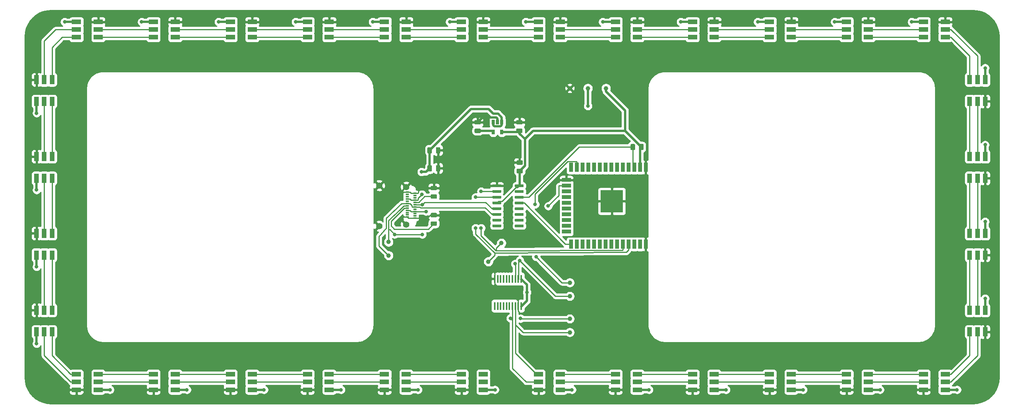
<source format=gbr>
G04 #@! TF.GenerationSoftware,KiCad,Pcbnew,(5.1.5-0-10_14)*
G04 #@! TF.CreationDate,2020-01-24T22:17:13-08:00*
G04 #@! TF.ProjectId,esp32-color-lamp-stand,65737033-322d-4636-9f6c-6f722d6c616d,rev?*
G04 #@! TF.SameCoordinates,Original*
G04 #@! TF.FileFunction,Copper,L1,Top*
G04 #@! TF.FilePolarity,Positive*
%FSLAX46Y46*%
G04 Gerber Fmt 4.6, Leading zero omitted, Abs format (unit mm)*
G04 Created by KiCad (PCBNEW (5.1.5-0-10_14)) date 2020-01-24 22:17:13*
%MOMM*%
%LPD*%
G04 APERTURE LIST*
%ADD10C,0.100000*%
%ADD11C,1.400000*%
%ADD12R,0.700000X0.300000*%
%ADD13C,1.000000*%
%ADD14R,0.650000X1.060000*%
%ADD15R,5.000000X5.000000*%
%ADD16R,0.900000X2.000000*%
%ADD17R,2.000000X0.900000*%
%ADD18R,2.000000X1.100000*%
%ADD19R,1.100000X2.000000*%
%ADD20R,0.400000X1.800000*%
%ADD21C,0.800000*%
%ADD22C,0.508000*%
%ADD23C,0.254000*%
G04 APERTURE END LIST*
G04 #@! TA.AperFunction,SMDPad,CuDef*
D10*
G36*
X110360542Y-26920274D02*
G01*
X110384203Y-26923784D01*
X110407407Y-26929596D01*
X110429929Y-26937654D01*
X110451553Y-26947882D01*
X110472070Y-26960179D01*
X110491283Y-26974429D01*
X110509007Y-26990493D01*
X110525071Y-27008217D01*
X110539321Y-27027430D01*
X110551618Y-27047947D01*
X110561846Y-27069571D01*
X110569904Y-27092093D01*
X110575716Y-27115297D01*
X110579226Y-27138958D01*
X110580400Y-27162850D01*
X110580400Y-27650350D01*
X110579226Y-27674242D01*
X110575716Y-27697903D01*
X110569904Y-27721107D01*
X110561846Y-27743629D01*
X110551618Y-27765253D01*
X110539321Y-27785770D01*
X110525071Y-27804983D01*
X110509007Y-27822707D01*
X110491283Y-27838771D01*
X110472070Y-27853021D01*
X110451553Y-27865318D01*
X110429929Y-27875546D01*
X110407407Y-27883604D01*
X110384203Y-27889416D01*
X110360542Y-27892926D01*
X110336650Y-27894100D01*
X109424150Y-27894100D01*
X109400258Y-27892926D01*
X109376597Y-27889416D01*
X109353393Y-27883604D01*
X109330871Y-27875546D01*
X109309247Y-27865318D01*
X109288730Y-27853021D01*
X109269517Y-27838771D01*
X109251793Y-27822707D01*
X109235729Y-27804983D01*
X109221479Y-27785770D01*
X109209182Y-27765253D01*
X109198954Y-27743629D01*
X109190896Y-27721107D01*
X109185084Y-27697903D01*
X109181574Y-27674242D01*
X109180400Y-27650350D01*
X109180400Y-27162850D01*
X109181574Y-27138958D01*
X109185084Y-27115297D01*
X109190896Y-27092093D01*
X109198954Y-27069571D01*
X109209182Y-27047947D01*
X109221479Y-27027430D01*
X109235729Y-27008217D01*
X109251793Y-26990493D01*
X109269517Y-26974429D01*
X109288730Y-26960179D01*
X109309247Y-26947882D01*
X109330871Y-26937654D01*
X109353393Y-26929596D01*
X109376597Y-26923784D01*
X109400258Y-26920274D01*
X109424150Y-26919100D01*
X110336650Y-26919100D01*
X110360542Y-26920274D01*
G37*
G04 #@! TD.AperFunction*
G04 #@! TA.AperFunction,SMDPad,CuDef*
G36*
X110360542Y-25045274D02*
G01*
X110384203Y-25048784D01*
X110407407Y-25054596D01*
X110429929Y-25062654D01*
X110451553Y-25072882D01*
X110472070Y-25085179D01*
X110491283Y-25099429D01*
X110509007Y-25115493D01*
X110525071Y-25133217D01*
X110539321Y-25152430D01*
X110551618Y-25172947D01*
X110561846Y-25194571D01*
X110569904Y-25217093D01*
X110575716Y-25240297D01*
X110579226Y-25263958D01*
X110580400Y-25287850D01*
X110580400Y-25775350D01*
X110579226Y-25799242D01*
X110575716Y-25822903D01*
X110569904Y-25846107D01*
X110561846Y-25868629D01*
X110551618Y-25890253D01*
X110539321Y-25910770D01*
X110525071Y-25929983D01*
X110509007Y-25947707D01*
X110491283Y-25963771D01*
X110472070Y-25978021D01*
X110451553Y-25990318D01*
X110429929Y-26000546D01*
X110407407Y-26008604D01*
X110384203Y-26014416D01*
X110360542Y-26017926D01*
X110336650Y-26019100D01*
X109424150Y-26019100D01*
X109400258Y-26017926D01*
X109376597Y-26014416D01*
X109353393Y-26008604D01*
X109330871Y-26000546D01*
X109309247Y-25990318D01*
X109288730Y-25978021D01*
X109269517Y-25963771D01*
X109251793Y-25947707D01*
X109235729Y-25929983D01*
X109221479Y-25910770D01*
X109209182Y-25890253D01*
X109198954Y-25868629D01*
X109190896Y-25846107D01*
X109185084Y-25822903D01*
X109181574Y-25799242D01*
X109180400Y-25775350D01*
X109180400Y-25287850D01*
X109181574Y-25263958D01*
X109185084Y-25240297D01*
X109190896Y-25217093D01*
X109198954Y-25194571D01*
X109209182Y-25172947D01*
X109221479Y-25152430D01*
X109235729Y-25133217D01*
X109251793Y-25115493D01*
X109269517Y-25099429D01*
X109288730Y-25085179D01*
X109309247Y-25072882D01*
X109330871Y-25062654D01*
X109353393Y-25054596D01*
X109376597Y-25048784D01*
X109400258Y-25045274D01*
X109424150Y-25044100D01*
X110336650Y-25044100D01*
X110360542Y-25045274D01*
G37*
G04 #@! TD.AperFunction*
G04 #@! TA.AperFunction,SMDPad,CuDef*
G36*
X101140342Y-25045274D02*
G01*
X101164003Y-25048784D01*
X101187207Y-25054596D01*
X101209729Y-25062654D01*
X101231353Y-25072882D01*
X101251870Y-25085179D01*
X101271083Y-25099429D01*
X101288807Y-25115493D01*
X101304871Y-25133217D01*
X101319121Y-25152430D01*
X101331418Y-25172947D01*
X101341646Y-25194571D01*
X101349704Y-25217093D01*
X101355516Y-25240297D01*
X101359026Y-25263958D01*
X101360200Y-25287850D01*
X101360200Y-25775350D01*
X101359026Y-25799242D01*
X101355516Y-25822903D01*
X101349704Y-25846107D01*
X101341646Y-25868629D01*
X101331418Y-25890253D01*
X101319121Y-25910770D01*
X101304871Y-25929983D01*
X101288807Y-25947707D01*
X101271083Y-25963771D01*
X101251870Y-25978021D01*
X101231353Y-25990318D01*
X101209729Y-26000546D01*
X101187207Y-26008604D01*
X101164003Y-26014416D01*
X101140342Y-26017926D01*
X101116450Y-26019100D01*
X100203950Y-26019100D01*
X100180058Y-26017926D01*
X100156397Y-26014416D01*
X100133193Y-26008604D01*
X100110671Y-26000546D01*
X100089047Y-25990318D01*
X100068530Y-25978021D01*
X100049317Y-25963771D01*
X100031593Y-25947707D01*
X100015529Y-25929983D01*
X100001279Y-25910770D01*
X99988982Y-25890253D01*
X99978754Y-25868629D01*
X99970696Y-25846107D01*
X99964884Y-25822903D01*
X99961374Y-25799242D01*
X99960200Y-25775350D01*
X99960200Y-25287850D01*
X99961374Y-25263958D01*
X99964884Y-25240297D01*
X99970696Y-25217093D01*
X99978754Y-25194571D01*
X99988982Y-25172947D01*
X100001279Y-25152430D01*
X100015529Y-25133217D01*
X100031593Y-25115493D01*
X100049317Y-25099429D01*
X100068530Y-25085179D01*
X100089047Y-25072882D01*
X100110671Y-25062654D01*
X100133193Y-25054596D01*
X100156397Y-25048784D01*
X100180058Y-25045274D01*
X100203950Y-25044100D01*
X101116450Y-25044100D01*
X101140342Y-25045274D01*
G37*
G04 #@! TD.AperFunction*
G04 #@! TA.AperFunction,SMDPad,CuDef*
G36*
X101140342Y-26920274D02*
G01*
X101164003Y-26923784D01*
X101187207Y-26929596D01*
X101209729Y-26937654D01*
X101231353Y-26947882D01*
X101251870Y-26960179D01*
X101271083Y-26974429D01*
X101288807Y-26990493D01*
X101304871Y-27008217D01*
X101319121Y-27027430D01*
X101331418Y-27047947D01*
X101341646Y-27069571D01*
X101349704Y-27092093D01*
X101355516Y-27115297D01*
X101359026Y-27138958D01*
X101360200Y-27162850D01*
X101360200Y-27650350D01*
X101359026Y-27674242D01*
X101355516Y-27697903D01*
X101349704Y-27721107D01*
X101341646Y-27743629D01*
X101331418Y-27765253D01*
X101319121Y-27785770D01*
X101304871Y-27804983D01*
X101288807Y-27822707D01*
X101271083Y-27838771D01*
X101251870Y-27853021D01*
X101231353Y-27865318D01*
X101209729Y-27875546D01*
X101187207Y-27883604D01*
X101164003Y-27889416D01*
X101140342Y-27892926D01*
X101116450Y-27894100D01*
X100203950Y-27894100D01*
X100180058Y-27892926D01*
X100156397Y-27889416D01*
X100133193Y-27883604D01*
X100110671Y-27875546D01*
X100089047Y-27865318D01*
X100068530Y-27853021D01*
X100049317Y-27838771D01*
X100031593Y-27822707D01*
X100015529Y-27804983D01*
X100001279Y-27785770D01*
X99988982Y-27765253D01*
X99978754Y-27743629D01*
X99970696Y-27721107D01*
X99964884Y-27697903D01*
X99961374Y-27674242D01*
X99960200Y-27650350D01*
X99960200Y-27162850D01*
X99961374Y-27138958D01*
X99964884Y-27115297D01*
X99970696Y-27092093D01*
X99978754Y-27069571D01*
X99988982Y-27047947D01*
X100001279Y-27027430D01*
X100015529Y-27008217D01*
X100031593Y-26990493D01*
X100049317Y-26974429D01*
X100068530Y-26960179D01*
X100089047Y-26947882D01*
X100110671Y-26937654D01*
X100133193Y-26929596D01*
X100156397Y-26923784D01*
X100180058Y-26920274D01*
X100203950Y-26919100D01*
X101116450Y-26919100D01*
X101140342Y-26920274D01*
G37*
G04 #@! TD.AperFunction*
G04 #@! TA.AperFunction,SMDPad,CuDef*
G36*
X92205142Y-35000874D02*
G01*
X92228803Y-35004384D01*
X92252007Y-35010196D01*
X92274529Y-35018254D01*
X92296153Y-35028482D01*
X92316670Y-35040779D01*
X92335883Y-35055029D01*
X92353607Y-35071093D01*
X92369671Y-35088817D01*
X92383921Y-35108030D01*
X92396218Y-35128547D01*
X92406446Y-35150171D01*
X92414504Y-35172693D01*
X92420316Y-35195897D01*
X92423826Y-35219558D01*
X92425000Y-35243450D01*
X92425000Y-36155950D01*
X92423826Y-36179842D01*
X92420316Y-36203503D01*
X92414504Y-36226707D01*
X92406446Y-36249229D01*
X92396218Y-36270853D01*
X92383921Y-36291370D01*
X92369671Y-36310583D01*
X92353607Y-36328307D01*
X92335883Y-36344371D01*
X92316670Y-36358621D01*
X92296153Y-36370918D01*
X92274529Y-36381146D01*
X92252007Y-36389204D01*
X92228803Y-36395016D01*
X92205142Y-36398526D01*
X92181250Y-36399700D01*
X91693750Y-36399700D01*
X91669858Y-36398526D01*
X91646197Y-36395016D01*
X91622993Y-36389204D01*
X91600471Y-36381146D01*
X91578847Y-36370918D01*
X91558330Y-36358621D01*
X91539117Y-36344371D01*
X91521393Y-36328307D01*
X91505329Y-36310583D01*
X91491079Y-36291370D01*
X91478782Y-36270853D01*
X91468554Y-36249229D01*
X91460496Y-36226707D01*
X91454684Y-36203503D01*
X91451174Y-36179842D01*
X91450000Y-36155950D01*
X91450000Y-35243450D01*
X91451174Y-35219558D01*
X91454684Y-35195897D01*
X91460496Y-35172693D01*
X91468554Y-35150171D01*
X91478782Y-35128547D01*
X91491079Y-35108030D01*
X91505329Y-35088817D01*
X91521393Y-35071093D01*
X91539117Y-35055029D01*
X91558330Y-35040779D01*
X91578847Y-35028482D01*
X91600471Y-35018254D01*
X91622993Y-35010196D01*
X91646197Y-35004384D01*
X91669858Y-35000874D01*
X91693750Y-34999700D01*
X92181250Y-34999700D01*
X92205142Y-35000874D01*
G37*
G04 #@! TD.AperFunction*
G04 #@! TA.AperFunction,SMDPad,CuDef*
G36*
X90330142Y-35000874D02*
G01*
X90353803Y-35004384D01*
X90377007Y-35010196D01*
X90399529Y-35018254D01*
X90421153Y-35028482D01*
X90441670Y-35040779D01*
X90460883Y-35055029D01*
X90478607Y-35071093D01*
X90494671Y-35088817D01*
X90508921Y-35108030D01*
X90521218Y-35128547D01*
X90531446Y-35150171D01*
X90539504Y-35172693D01*
X90545316Y-35195897D01*
X90548826Y-35219558D01*
X90550000Y-35243450D01*
X90550000Y-36155950D01*
X90548826Y-36179842D01*
X90545316Y-36203503D01*
X90539504Y-36226707D01*
X90531446Y-36249229D01*
X90521218Y-36270853D01*
X90508921Y-36291370D01*
X90494671Y-36310583D01*
X90478607Y-36328307D01*
X90460883Y-36344371D01*
X90441670Y-36358621D01*
X90421153Y-36370918D01*
X90399529Y-36381146D01*
X90377007Y-36389204D01*
X90353803Y-36395016D01*
X90330142Y-36398526D01*
X90306250Y-36399700D01*
X89818750Y-36399700D01*
X89794858Y-36398526D01*
X89771197Y-36395016D01*
X89747993Y-36389204D01*
X89725471Y-36381146D01*
X89703847Y-36370918D01*
X89683330Y-36358621D01*
X89664117Y-36344371D01*
X89646393Y-36328307D01*
X89630329Y-36310583D01*
X89616079Y-36291370D01*
X89603782Y-36270853D01*
X89593554Y-36249229D01*
X89585496Y-36226707D01*
X89579684Y-36203503D01*
X89576174Y-36179842D01*
X89575000Y-36155950D01*
X89575000Y-35243450D01*
X89576174Y-35219558D01*
X89579684Y-35195897D01*
X89585496Y-35172693D01*
X89593554Y-35150171D01*
X89603782Y-35128547D01*
X89616079Y-35108030D01*
X89630329Y-35088817D01*
X89646393Y-35071093D01*
X89664117Y-35055029D01*
X89683330Y-35040779D01*
X89703847Y-35028482D01*
X89725471Y-35018254D01*
X89747993Y-35010196D01*
X89771197Y-35004384D01*
X89794858Y-35000874D01*
X89818750Y-34999700D01*
X90306250Y-34999700D01*
X90330142Y-35000874D01*
G37*
G04 #@! TD.AperFunction*
G04 #@! TA.AperFunction,SMDPad,CuDef*
G36*
X90330142Y-31025774D02*
G01*
X90353803Y-31029284D01*
X90377007Y-31035096D01*
X90399529Y-31043154D01*
X90421153Y-31053382D01*
X90441670Y-31065679D01*
X90460883Y-31079929D01*
X90478607Y-31095993D01*
X90494671Y-31113717D01*
X90508921Y-31132930D01*
X90521218Y-31153447D01*
X90531446Y-31175071D01*
X90539504Y-31197593D01*
X90545316Y-31220797D01*
X90548826Y-31244458D01*
X90550000Y-31268350D01*
X90550000Y-32180850D01*
X90548826Y-32204742D01*
X90545316Y-32228403D01*
X90539504Y-32251607D01*
X90531446Y-32274129D01*
X90521218Y-32295753D01*
X90508921Y-32316270D01*
X90494671Y-32335483D01*
X90478607Y-32353207D01*
X90460883Y-32369271D01*
X90441670Y-32383521D01*
X90421153Y-32395818D01*
X90399529Y-32406046D01*
X90377007Y-32414104D01*
X90353803Y-32419916D01*
X90330142Y-32423426D01*
X90306250Y-32424600D01*
X89818750Y-32424600D01*
X89794858Y-32423426D01*
X89771197Y-32419916D01*
X89747993Y-32414104D01*
X89725471Y-32406046D01*
X89703847Y-32395818D01*
X89683330Y-32383521D01*
X89664117Y-32369271D01*
X89646393Y-32353207D01*
X89630329Y-32335483D01*
X89616079Y-32316270D01*
X89603782Y-32295753D01*
X89593554Y-32274129D01*
X89585496Y-32251607D01*
X89579684Y-32228403D01*
X89576174Y-32204742D01*
X89575000Y-32180850D01*
X89575000Y-31268350D01*
X89576174Y-31244458D01*
X89579684Y-31220797D01*
X89585496Y-31197593D01*
X89593554Y-31175071D01*
X89603782Y-31153447D01*
X89616079Y-31132930D01*
X89630329Y-31113717D01*
X89646393Y-31095993D01*
X89664117Y-31079929D01*
X89683330Y-31065679D01*
X89703847Y-31053382D01*
X89725471Y-31043154D01*
X89747993Y-31035096D01*
X89771197Y-31029284D01*
X89794858Y-31025774D01*
X89818750Y-31024600D01*
X90306250Y-31024600D01*
X90330142Y-31025774D01*
G37*
G04 #@! TD.AperFunction*
G04 #@! TA.AperFunction,SMDPad,CuDef*
G36*
X92205142Y-31025774D02*
G01*
X92228803Y-31029284D01*
X92252007Y-31035096D01*
X92274529Y-31043154D01*
X92296153Y-31053382D01*
X92316670Y-31065679D01*
X92335883Y-31079929D01*
X92353607Y-31095993D01*
X92369671Y-31113717D01*
X92383921Y-31132930D01*
X92396218Y-31153447D01*
X92406446Y-31175071D01*
X92414504Y-31197593D01*
X92420316Y-31220797D01*
X92423826Y-31244458D01*
X92425000Y-31268350D01*
X92425000Y-32180850D01*
X92423826Y-32204742D01*
X92420316Y-32228403D01*
X92414504Y-32251607D01*
X92406446Y-32274129D01*
X92396218Y-32295753D01*
X92383921Y-32316270D01*
X92369671Y-32335483D01*
X92353607Y-32353207D01*
X92335883Y-32369271D01*
X92316670Y-32383521D01*
X92296153Y-32395818D01*
X92274529Y-32406046D01*
X92252007Y-32414104D01*
X92228803Y-32419916D01*
X92205142Y-32423426D01*
X92181250Y-32424600D01*
X91693750Y-32424600D01*
X91669858Y-32423426D01*
X91646197Y-32419916D01*
X91622993Y-32414104D01*
X91600471Y-32406046D01*
X91578847Y-32395818D01*
X91558330Y-32383521D01*
X91539117Y-32369271D01*
X91521393Y-32353207D01*
X91505329Y-32335483D01*
X91491079Y-32316270D01*
X91478782Y-32295753D01*
X91468554Y-32274129D01*
X91460496Y-32251607D01*
X91454684Y-32228403D01*
X91451174Y-32204742D01*
X91450000Y-32180850D01*
X91450000Y-31268350D01*
X91451174Y-31244458D01*
X91454684Y-31220797D01*
X91460496Y-31197593D01*
X91468554Y-31175071D01*
X91478782Y-31153447D01*
X91491079Y-31132930D01*
X91505329Y-31113717D01*
X91521393Y-31095993D01*
X91539117Y-31079929D01*
X91558330Y-31065679D01*
X91578847Y-31053382D01*
X91600471Y-31043154D01*
X91622993Y-31035096D01*
X91646197Y-31029284D01*
X91669858Y-31025774D01*
X91693750Y-31024600D01*
X92181250Y-31024600D01*
X92205142Y-31025774D01*
G37*
G04 #@! TD.AperFunction*
G04 #@! TA.AperFunction,SMDPad,CuDef*
G36*
X110424042Y-35822974D02*
G01*
X110447703Y-35826484D01*
X110470907Y-35832296D01*
X110493429Y-35840354D01*
X110515053Y-35850582D01*
X110535570Y-35862879D01*
X110554783Y-35877129D01*
X110572507Y-35893193D01*
X110588571Y-35910917D01*
X110602821Y-35930130D01*
X110615118Y-35950647D01*
X110625346Y-35972271D01*
X110633404Y-35994793D01*
X110639216Y-36017997D01*
X110642726Y-36041658D01*
X110643900Y-36065550D01*
X110643900Y-36553050D01*
X110642726Y-36576942D01*
X110639216Y-36600603D01*
X110633404Y-36623807D01*
X110625346Y-36646329D01*
X110615118Y-36667953D01*
X110602821Y-36688470D01*
X110588571Y-36707683D01*
X110572507Y-36725407D01*
X110554783Y-36741471D01*
X110535570Y-36755721D01*
X110515053Y-36768018D01*
X110493429Y-36778246D01*
X110470907Y-36786304D01*
X110447703Y-36792116D01*
X110424042Y-36795626D01*
X110400150Y-36796800D01*
X109487650Y-36796800D01*
X109463758Y-36795626D01*
X109440097Y-36792116D01*
X109416893Y-36786304D01*
X109394371Y-36778246D01*
X109372747Y-36768018D01*
X109352230Y-36755721D01*
X109333017Y-36741471D01*
X109315293Y-36725407D01*
X109299229Y-36707683D01*
X109284979Y-36688470D01*
X109272682Y-36667953D01*
X109262454Y-36646329D01*
X109254396Y-36623807D01*
X109248584Y-36600603D01*
X109245074Y-36576942D01*
X109243900Y-36553050D01*
X109243900Y-36065550D01*
X109245074Y-36041658D01*
X109248584Y-36017997D01*
X109254396Y-35994793D01*
X109262454Y-35972271D01*
X109272682Y-35950647D01*
X109284979Y-35930130D01*
X109299229Y-35910917D01*
X109315293Y-35893193D01*
X109333017Y-35877129D01*
X109352230Y-35862879D01*
X109372747Y-35850582D01*
X109394371Y-35840354D01*
X109416893Y-35832296D01*
X109440097Y-35826484D01*
X109463758Y-35822974D01*
X109487650Y-35821800D01*
X110400150Y-35821800D01*
X110424042Y-35822974D01*
G37*
G04 #@! TD.AperFunction*
G04 #@! TA.AperFunction,SMDPad,CuDef*
G36*
X110424042Y-33947974D02*
G01*
X110447703Y-33951484D01*
X110470907Y-33957296D01*
X110493429Y-33965354D01*
X110515053Y-33975582D01*
X110535570Y-33987879D01*
X110554783Y-34002129D01*
X110572507Y-34018193D01*
X110588571Y-34035917D01*
X110602821Y-34055130D01*
X110615118Y-34075647D01*
X110625346Y-34097271D01*
X110633404Y-34119793D01*
X110639216Y-34142997D01*
X110642726Y-34166658D01*
X110643900Y-34190550D01*
X110643900Y-34678050D01*
X110642726Y-34701942D01*
X110639216Y-34725603D01*
X110633404Y-34748807D01*
X110625346Y-34771329D01*
X110615118Y-34792953D01*
X110602821Y-34813470D01*
X110588571Y-34832683D01*
X110572507Y-34850407D01*
X110554783Y-34866471D01*
X110535570Y-34880721D01*
X110515053Y-34893018D01*
X110493429Y-34903246D01*
X110470907Y-34911304D01*
X110447703Y-34917116D01*
X110424042Y-34920626D01*
X110400150Y-34921800D01*
X109487650Y-34921800D01*
X109463758Y-34920626D01*
X109440097Y-34917116D01*
X109416893Y-34911304D01*
X109394371Y-34903246D01*
X109372747Y-34893018D01*
X109352230Y-34880721D01*
X109333017Y-34866471D01*
X109315293Y-34850407D01*
X109299229Y-34832683D01*
X109284979Y-34813470D01*
X109272682Y-34792953D01*
X109262454Y-34771329D01*
X109254396Y-34748807D01*
X109248584Y-34725603D01*
X109245074Y-34701942D01*
X109243900Y-34678050D01*
X109243900Y-34190550D01*
X109245074Y-34166658D01*
X109248584Y-34142997D01*
X109254396Y-34119793D01*
X109262454Y-34097271D01*
X109272682Y-34075647D01*
X109284979Y-34055130D01*
X109299229Y-34035917D01*
X109315293Y-34018193D01*
X109333017Y-34002129D01*
X109352230Y-33987879D01*
X109372747Y-33975582D01*
X109394371Y-33965354D01*
X109416893Y-33957296D01*
X109440097Y-33951484D01*
X109463758Y-33947974D01*
X109487650Y-33946800D01*
X110400150Y-33946800D01*
X110424042Y-33947974D01*
G37*
G04 #@! TD.AperFunction*
D11*
X84898000Y-39870000D03*
D12*
X86808000Y-41250000D03*
X86808000Y-41750000D03*
X86808000Y-42250000D03*
X86808000Y-42750000D03*
X86808000Y-43250000D03*
X86808000Y-43750000D03*
X86808000Y-44250000D03*
X86808000Y-46750000D03*
X86808000Y-45750000D03*
X86808000Y-45250000D03*
X86808000Y-44750000D03*
X86808000Y-46250000D03*
X85108000Y-46500000D03*
D11*
X84898000Y-48130000D03*
X78948000Y-48490000D03*
X78948000Y-39510000D03*
D12*
X85108000Y-46000000D03*
X85108000Y-45500000D03*
X85108000Y-45000000D03*
X85108000Y-44500000D03*
X85108000Y-44000000D03*
X85108000Y-43500000D03*
X85108000Y-43000000D03*
X85108000Y-42500000D03*
X85108000Y-42000000D03*
X85108000Y-41500000D03*
X85108000Y-41000000D03*
G04 #@! TA.AperFunction,SMDPad,CuDef*
D10*
G36*
X137067442Y-30289174D02*
G01*
X137091103Y-30292684D01*
X137114307Y-30298496D01*
X137136829Y-30306554D01*
X137158453Y-30316782D01*
X137178970Y-30329079D01*
X137198183Y-30343329D01*
X137215907Y-30359393D01*
X137231971Y-30377117D01*
X137246221Y-30396330D01*
X137258518Y-30416847D01*
X137268746Y-30438471D01*
X137276804Y-30460993D01*
X137282616Y-30484197D01*
X137286126Y-30507858D01*
X137287300Y-30531750D01*
X137287300Y-31444250D01*
X137286126Y-31468142D01*
X137282616Y-31491803D01*
X137276804Y-31515007D01*
X137268746Y-31537529D01*
X137258518Y-31559153D01*
X137246221Y-31579670D01*
X137231971Y-31598883D01*
X137215907Y-31616607D01*
X137198183Y-31632671D01*
X137178970Y-31646921D01*
X137158453Y-31659218D01*
X137136829Y-31669446D01*
X137114307Y-31677504D01*
X137091103Y-31683316D01*
X137067442Y-31686826D01*
X137043550Y-31688000D01*
X136556050Y-31688000D01*
X136532158Y-31686826D01*
X136508497Y-31683316D01*
X136485293Y-31677504D01*
X136462771Y-31669446D01*
X136441147Y-31659218D01*
X136420630Y-31646921D01*
X136401417Y-31632671D01*
X136383693Y-31616607D01*
X136367629Y-31598883D01*
X136353379Y-31579670D01*
X136341082Y-31559153D01*
X136330854Y-31537529D01*
X136322796Y-31515007D01*
X136316984Y-31491803D01*
X136313474Y-31468142D01*
X136312300Y-31444250D01*
X136312300Y-30531750D01*
X136313474Y-30507858D01*
X136316984Y-30484197D01*
X136322796Y-30460993D01*
X136330854Y-30438471D01*
X136341082Y-30416847D01*
X136353379Y-30396330D01*
X136367629Y-30377117D01*
X136383693Y-30359393D01*
X136401417Y-30343329D01*
X136420630Y-30329079D01*
X136441147Y-30316782D01*
X136462771Y-30306554D01*
X136485293Y-30298496D01*
X136508497Y-30292684D01*
X136532158Y-30289174D01*
X136556050Y-30288000D01*
X137043550Y-30288000D01*
X137067442Y-30289174D01*
G37*
G04 #@! TD.AperFunction*
G04 #@! TA.AperFunction,SMDPad,CuDef*
G36*
X135192442Y-30289174D02*
G01*
X135216103Y-30292684D01*
X135239307Y-30298496D01*
X135261829Y-30306554D01*
X135283453Y-30316782D01*
X135303970Y-30329079D01*
X135323183Y-30343329D01*
X135340907Y-30359393D01*
X135356971Y-30377117D01*
X135371221Y-30396330D01*
X135383518Y-30416847D01*
X135393746Y-30438471D01*
X135401804Y-30460993D01*
X135407616Y-30484197D01*
X135411126Y-30507858D01*
X135412300Y-30531750D01*
X135412300Y-31444250D01*
X135411126Y-31468142D01*
X135407616Y-31491803D01*
X135401804Y-31515007D01*
X135393746Y-31537529D01*
X135383518Y-31559153D01*
X135371221Y-31579670D01*
X135356971Y-31598883D01*
X135340907Y-31616607D01*
X135323183Y-31632671D01*
X135303970Y-31646921D01*
X135283453Y-31659218D01*
X135261829Y-31669446D01*
X135239307Y-31677504D01*
X135216103Y-31683316D01*
X135192442Y-31686826D01*
X135168550Y-31688000D01*
X134681050Y-31688000D01*
X134657158Y-31686826D01*
X134633497Y-31683316D01*
X134610293Y-31677504D01*
X134587771Y-31669446D01*
X134566147Y-31659218D01*
X134545630Y-31646921D01*
X134526417Y-31632671D01*
X134508693Y-31616607D01*
X134492629Y-31598883D01*
X134478379Y-31579670D01*
X134466082Y-31559153D01*
X134455854Y-31537529D01*
X134447796Y-31515007D01*
X134441984Y-31491803D01*
X134438474Y-31468142D01*
X134437300Y-31444250D01*
X134437300Y-30531750D01*
X134438474Y-30507858D01*
X134441984Y-30484197D01*
X134447796Y-30460993D01*
X134455854Y-30438471D01*
X134466082Y-30416847D01*
X134478379Y-30396330D01*
X134492629Y-30377117D01*
X134508693Y-30359393D01*
X134526417Y-30343329D01*
X134545630Y-30329079D01*
X134566147Y-30316782D01*
X134587771Y-30306554D01*
X134610293Y-30298496D01*
X134633497Y-30292684D01*
X134657158Y-30289174D01*
X134681050Y-30288000D01*
X135168550Y-30288000D01*
X135192442Y-30289174D01*
G37*
G04 #@! TD.AperFunction*
G04 #@! TA.AperFunction,SMDPad,CuDef*
G36*
X91480142Y-41451174D02*
G01*
X91503803Y-41454684D01*
X91527007Y-41460496D01*
X91549529Y-41468554D01*
X91571153Y-41478782D01*
X91591670Y-41491079D01*
X91610883Y-41505329D01*
X91628607Y-41521393D01*
X91644671Y-41539117D01*
X91658921Y-41558330D01*
X91671218Y-41578847D01*
X91681446Y-41600471D01*
X91689504Y-41622993D01*
X91695316Y-41646197D01*
X91698826Y-41669858D01*
X91700000Y-41693750D01*
X91700000Y-42181250D01*
X91698826Y-42205142D01*
X91695316Y-42228803D01*
X91689504Y-42252007D01*
X91681446Y-42274529D01*
X91671218Y-42296153D01*
X91658921Y-42316670D01*
X91644671Y-42335883D01*
X91628607Y-42353607D01*
X91610883Y-42369671D01*
X91591670Y-42383921D01*
X91571153Y-42396218D01*
X91549529Y-42406446D01*
X91527007Y-42414504D01*
X91503803Y-42420316D01*
X91480142Y-42423826D01*
X91456250Y-42425000D01*
X90543750Y-42425000D01*
X90519858Y-42423826D01*
X90496197Y-42420316D01*
X90472993Y-42414504D01*
X90450471Y-42406446D01*
X90428847Y-42396218D01*
X90408330Y-42383921D01*
X90389117Y-42369671D01*
X90371393Y-42353607D01*
X90355329Y-42335883D01*
X90341079Y-42316670D01*
X90328782Y-42296153D01*
X90318554Y-42274529D01*
X90310496Y-42252007D01*
X90304684Y-42228803D01*
X90301174Y-42205142D01*
X90300000Y-42181250D01*
X90300000Y-41693750D01*
X90301174Y-41669858D01*
X90304684Y-41646197D01*
X90310496Y-41622993D01*
X90318554Y-41600471D01*
X90328782Y-41578847D01*
X90341079Y-41558330D01*
X90355329Y-41539117D01*
X90371393Y-41521393D01*
X90389117Y-41505329D01*
X90408330Y-41491079D01*
X90428847Y-41478782D01*
X90450471Y-41468554D01*
X90472993Y-41460496D01*
X90496197Y-41454684D01*
X90519858Y-41451174D01*
X90543750Y-41450000D01*
X91456250Y-41450000D01*
X91480142Y-41451174D01*
G37*
G04 #@! TD.AperFunction*
G04 #@! TA.AperFunction,SMDPad,CuDef*
G36*
X91480142Y-39576174D02*
G01*
X91503803Y-39579684D01*
X91527007Y-39585496D01*
X91549529Y-39593554D01*
X91571153Y-39603782D01*
X91591670Y-39616079D01*
X91610883Y-39630329D01*
X91628607Y-39646393D01*
X91644671Y-39664117D01*
X91658921Y-39683330D01*
X91671218Y-39703847D01*
X91681446Y-39725471D01*
X91689504Y-39747993D01*
X91695316Y-39771197D01*
X91698826Y-39794858D01*
X91700000Y-39818750D01*
X91700000Y-40306250D01*
X91698826Y-40330142D01*
X91695316Y-40353803D01*
X91689504Y-40377007D01*
X91681446Y-40399529D01*
X91671218Y-40421153D01*
X91658921Y-40441670D01*
X91644671Y-40460883D01*
X91628607Y-40478607D01*
X91610883Y-40494671D01*
X91591670Y-40508921D01*
X91571153Y-40521218D01*
X91549529Y-40531446D01*
X91527007Y-40539504D01*
X91503803Y-40545316D01*
X91480142Y-40548826D01*
X91456250Y-40550000D01*
X90543750Y-40550000D01*
X90519858Y-40548826D01*
X90496197Y-40545316D01*
X90472993Y-40539504D01*
X90450471Y-40531446D01*
X90428847Y-40521218D01*
X90408330Y-40508921D01*
X90389117Y-40494671D01*
X90371393Y-40478607D01*
X90355329Y-40460883D01*
X90341079Y-40441670D01*
X90328782Y-40421153D01*
X90318554Y-40399529D01*
X90310496Y-40377007D01*
X90304684Y-40353803D01*
X90301174Y-40330142D01*
X90300000Y-40306250D01*
X90300000Y-39818750D01*
X90301174Y-39794858D01*
X90304684Y-39771197D01*
X90310496Y-39747993D01*
X90318554Y-39725471D01*
X90328782Y-39703847D01*
X90341079Y-39683330D01*
X90355329Y-39664117D01*
X90371393Y-39646393D01*
X90389117Y-39630329D01*
X90408330Y-39616079D01*
X90428847Y-39603782D01*
X90450471Y-39593554D01*
X90472993Y-39585496D01*
X90496197Y-39579684D01*
X90519858Y-39576174D01*
X90543750Y-39575000D01*
X91456250Y-39575000D01*
X91480142Y-39576174D01*
G37*
G04 #@! TD.AperFunction*
G04 #@! TA.AperFunction,SMDPad,CuDef*
G36*
X91480142Y-45576174D02*
G01*
X91503803Y-45579684D01*
X91527007Y-45585496D01*
X91549529Y-45593554D01*
X91571153Y-45603782D01*
X91591670Y-45616079D01*
X91610883Y-45630329D01*
X91628607Y-45646393D01*
X91644671Y-45664117D01*
X91658921Y-45683330D01*
X91671218Y-45703847D01*
X91681446Y-45725471D01*
X91689504Y-45747993D01*
X91695316Y-45771197D01*
X91698826Y-45794858D01*
X91700000Y-45818750D01*
X91700000Y-46306250D01*
X91698826Y-46330142D01*
X91695316Y-46353803D01*
X91689504Y-46377007D01*
X91681446Y-46399529D01*
X91671218Y-46421153D01*
X91658921Y-46441670D01*
X91644671Y-46460883D01*
X91628607Y-46478607D01*
X91610883Y-46494671D01*
X91591670Y-46508921D01*
X91571153Y-46521218D01*
X91549529Y-46531446D01*
X91527007Y-46539504D01*
X91503803Y-46545316D01*
X91480142Y-46548826D01*
X91456250Y-46550000D01*
X90543750Y-46550000D01*
X90519858Y-46548826D01*
X90496197Y-46545316D01*
X90472993Y-46539504D01*
X90450471Y-46531446D01*
X90428847Y-46521218D01*
X90408330Y-46508921D01*
X90389117Y-46494671D01*
X90371393Y-46478607D01*
X90355329Y-46460883D01*
X90341079Y-46441670D01*
X90328782Y-46421153D01*
X90318554Y-46399529D01*
X90310496Y-46377007D01*
X90304684Y-46353803D01*
X90301174Y-46330142D01*
X90300000Y-46306250D01*
X90300000Y-45818750D01*
X90301174Y-45794858D01*
X90304684Y-45771197D01*
X90310496Y-45747993D01*
X90318554Y-45725471D01*
X90328782Y-45703847D01*
X90341079Y-45683330D01*
X90355329Y-45664117D01*
X90371393Y-45646393D01*
X90389117Y-45630329D01*
X90408330Y-45616079D01*
X90428847Y-45603782D01*
X90450471Y-45593554D01*
X90472993Y-45585496D01*
X90496197Y-45579684D01*
X90519858Y-45576174D01*
X90543750Y-45575000D01*
X91456250Y-45575000D01*
X91480142Y-45576174D01*
G37*
G04 #@! TD.AperFunction*
G04 #@! TA.AperFunction,SMDPad,CuDef*
G36*
X91480142Y-47451174D02*
G01*
X91503803Y-47454684D01*
X91527007Y-47460496D01*
X91549529Y-47468554D01*
X91571153Y-47478782D01*
X91591670Y-47491079D01*
X91610883Y-47505329D01*
X91628607Y-47521393D01*
X91644671Y-47539117D01*
X91658921Y-47558330D01*
X91671218Y-47578847D01*
X91681446Y-47600471D01*
X91689504Y-47622993D01*
X91695316Y-47646197D01*
X91698826Y-47669858D01*
X91700000Y-47693750D01*
X91700000Y-48181250D01*
X91698826Y-48205142D01*
X91695316Y-48228803D01*
X91689504Y-48252007D01*
X91681446Y-48274529D01*
X91671218Y-48296153D01*
X91658921Y-48316670D01*
X91644671Y-48335883D01*
X91628607Y-48353607D01*
X91610883Y-48369671D01*
X91591670Y-48383921D01*
X91571153Y-48396218D01*
X91549529Y-48406446D01*
X91527007Y-48414504D01*
X91503803Y-48420316D01*
X91480142Y-48423826D01*
X91456250Y-48425000D01*
X90543750Y-48425000D01*
X90519858Y-48423826D01*
X90496197Y-48420316D01*
X90472993Y-48414504D01*
X90450471Y-48406446D01*
X90428847Y-48396218D01*
X90408330Y-48383921D01*
X90389117Y-48369671D01*
X90371393Y-48353607D01*
X90355329Y-48335883D01*
X90341079Y-48316670D01*
X90328782Y-48296153D01*
X90318554Y-48274529D01*
X90310496Y-48252007D01*
X90304684Y-48228803D01*
X90301174Y-48205142D01*
X90300000Y-48181250D01*
X90300000Y-47693750D01*
X90301174Y-47669858D01*
X90304684Y-47646197D01*
X90310496Y-47622993D01*
X90318554Y-47600471D01*
X90328782Y-47578847D01*
X90341079Y-47558330D01*
X90355329Y-47539117D01*
X90371393Y-47521393D01*
X90389117Y-47505329D01*
X90408330Y-47491079D01*
X90428847Y-47478782D01*
X90450471Y-47468554D01*
X90472993Y-47460496D01*
X90496197Y-47454684D01*
X90519858Y-47451174D01*
X90543750Y-47450000D01*
X91456250Y-47450000D01*
X91480142Y-47451174D01*
G37*
G04 #@! TD.AperFunction*
D13*
X81000000Y-52000000D03*
X81000000Y-55000000D03*
D14*
X106001900Y-25463500D03*
X105051900Y-25463500D03*
X104101900Y-25463500D03*
X104101900Y-27663500D03*
X106001900Y-27663500D03*
D15*
X130282300Y-43000000D03*
D16*
X137782300Y-35500000D03*
X136512300Y-35500000D03*
X135242300Y-35500000D03*
X133972300Y-35500000D03*
X132702300Y-35500000D03*
X131432300Y-35500000D03*
X130162300Y-35500000D03*
X128892300Y-35500000D03*
X127622300Y-35500000D03*
X126352300Y-35500000D03*
X125082300Y-35500000D03*
X123812300Y-35500000D03*
X122542300Y-35500000D03*
X121272300Y-35500000D03*
D17*
X120272300Y-38285000D03*
X120272300Y-39555000D03*
X120272300Y-40825000D03*
X120272300Y-42095000D03*
X120272300Y-43365000D03*
X120272300Y-44635000D03*
X120272300Y-45905000D03*
X120272300Y-47175000D03*
X120272300Y-48445000D03*
X120272300Y-49715000D03*
D16*
X121272300Y-52500000D03*
X122542300Y-52500000D03*
X123812300Y-52500000D03*
X125082300Y-52500000D03*
X126352300Y-52500000D03*
X127622300Y-52500000D03*
X128892300Y-52500000D03*
X130162300Y-52500000D03*
X131432300Y-52500000D03*
X132702300Y-52500000D03*
X133972300Y-52500000D03*
X135242300Y-52500000D03*
X136512300Y-52500000D03*
X137782300Y-52500000D03*
G04 #@! TA.AperFunction,SMDPad,CuDef*
D10*
G36*
X105743203Y-39255722D02*
G01*
X105757764Y-39257882D01*
X105772043Y-39261459D01*
X105785903Y-39266418D01*
X105799210Y-39272712D01*
X105811836Y-39280280D01*
X105823659Y-39289048D01*
X105834566Y-39298934D01*
X105844452Y-39309841D01*
X105853220Y-39321664D01*
X105860788Y-39334290D01*
X105867082Y-39347597D01*
X105872041Y-39361457D01*
X105875618Y-39375736D01*
X105877778Y-39390297D01*
X105878500Y-39405000D01*
X105878500Y-39705000D01*
X105877778Y-39719703D01*
X105875618Y-39734264D01*
X105872041Y-39748543D01*
X105867082Y-39762403D01*
X105860788Y-39775710D01*
X105853220Y-39788336D01*
X105844452Y-39800159D01*
X105834566Y-39811066D01*
X105823659Y-39820952D01*
X105811836Y-39829720D01*
X105799210Y-39837288D01*
X105785903Y-39843582D01*
X105772043Y-39848541D01*
X105757764Y-39852118D01*
X105743203Y-39854278D01*
X105728500Y-39855000D01*
X104078500Y-39855000D01*
X104063797Y-39854278D01*
X104049236Y-39852118D01*
X104034957Y-39848541D01*
X104021097Y-39843582D01*
X104007790Y-39837288D01*
X103995164Y-39829720D01*
X103983341Y-39820952D01*
X103972434Y-39811066D01*
X103962548Y-39800159D01*
X103953780Y-39788336D01*
X103946212Y-39775710D01*
X103939918Y-39762403D01*
X103934959Y-39748543D01*
X103931382Y-39734264D01*
X103929222Y-39719703D01*
X103928500Y-39705000D01*
X103928500Y-39405000D01*
X103929222Y-39390297D01*
X103931382Y-39375736D01*
X103934959Y-39361457D01*
X103939918Y-39347597D01*
X103946212Y-39334290D01*
X103953780Y-39321664D01*
X103962548Y-39309841D01*
X103972434Y-39298934D01*
X103983341Y-39289048D01*
X103995164Y-39280280D01*
X104007790Y-39272712D01*
X104021097Y-39266418D01*
X104034957Y-39261459D01*
X104049236Y-39257882D01*
X104063797Y-39255722D01*
X104078500Y-39255000D01*
X105728500Y-39255000D01*
X105743203Y-39255722D01*
G37*
G04 #@! TD.AperFunction*
G04 #@! TA.AperFunction,SMDPad,CuDef*
G36*
X105743203Y-40525722D02*
G01*
X105757764Y-40527882D01*
X105772043Y-40531459D01*
X105785903Y-40536418D01*
X105799210Y-40542712D01*
X105811836Y-40550280D01*
X105823659Y-40559048D01*
X105834566Y-40568934D01*
X105844452Y-40579841D01*
X105853220Y-40591664D01*
X105860788Y-40604290D01*
X105867082Y-40617597D01*
X105872041Y-40631457D01*
X105875618Y-40645736D01*
X105877778Y-40660297D01*
X105878500Y-40675000D01*
X105878500Y-40975000D01*
X105877778Y-40989703D01*
X105875618Y-41004264D01*
X105872041Y-41018543D01*
X105867082Y-41032403D01*
X105860788Y-41045710D01*
X105853220Y-41058336D01*
X105844452Y-41070159D01*
X105834566Y-41081066D01*
X105823659Y-41090952D01*
X105811836Y-41099720D01*
X105799210Y-41107288D01*
X105785903Y-41113582D01*
X105772043Y-41118541D01*
X105757764Y-41122118D01*
X105743203Y-41124278D01*
X105728500Y-41125000D01*
X104078500Y-41125000D01*
X104063797Y-41124278D01*
X104049236Y-41122118D01*
X104034957Y-41118541D01*
X104021097Y-41113582D01*
X104007790Y-41107288D01*
X103995164Y-41099720D01*
X103983341Y-41090952D01*
X103972434Y-41081066D01*
X103962548Y-41070159D01*
X103953780Y-41058336D01*
X103946212Y-41045710D01*
X103939918Y-41032403D01*
X103934959Y-41018543D01*
X103931382Y-41004264D01*
X103929222Y-40989703D01*
X103928500Y-40975000D01*
X103928500Y-40675000D01*
X103929222Y-40660297D01*
X103931382Y-40645736D01*
X103934959Y-40631457D01*
X103939918Y-40617597D01*
X103946212Y-40604290D01*
X103953780Y-40591664D01*
X103962548Y-40579841D01*
X103972434Y-40568934D01*
X103983341Y-40559048D01*
X103995164Y-40550280D01*
X104007790Y-40542712D01*
X104021097Y-40536418D01*
X104034957Y-40531459D01*
X104049236Y-40527882D01*
X104063797Y-40525722D01*
X104078500Y-40525000D01*
X105728500Y-40525000D01*
X105743203Y-40525722D01*
G37*
G04 #@! TD.AperFunction*
G04 #@! TA.AperFunction,SMDPad,CuDef*
G36*
X105743203Y-41795722D02*
G01*
X105757764Y-41797882D01*
X105772043Y-41801459D01*
X105785903Y-41806418D01*
X105799210Y-41812712D01*
X105811836Y-41820280D01*
X105823659Y-41829048D01*
X105834566Y-41838934D01*
X105844452Y-41849841D01*
X105853220Y-41861664D01*
X105860788Y-41874290D01*
X105867082Y-41887597D01*
X105872041Y-41901457D01*
X105875618Y-41915736D01*
X105877778Y-41930297D01*
X105878500Y-41945000D01*
X105878500Y-42245000D01*
X105877778Y-42259703D01*
X105875618Y-42274264D01*
X105872041Y-42288543D01*
X105867082Y-42302403D01*
X105860788Y-42315710D01*
X105853220Y-42328336D01*
X105844452Y-42340159D01*
X105834566Y-42351066D01*
X105823659Y-42360952D01*
X105811836Y-42369720D01*
X105799210Y-42377288D01*
X105785903Y-42383582D01*
X105772043Y-42388541D01*
X105757764Y-42392118D01*
X105743203Y-42394278D01*
X105728500Y-42395000D01*
X104078500Y-42395000D01*
X104063797Y-42394278D01*
X104049236Y-42392118D01*
X104034957Y-42388541D01*
X104021097Y-42383582D01*
X104007790Y-42377288D01*
X103995164Y-42369720D01*
X103983341Y-42360952D01*
X103972434Y-42351066D01*
X103962548Y-42340159D01*
X103953780Y-42328336D01*
X103946212Y-42315710D01*
X103939918Y-42302403D01*
X103934959Y-42288543D01*
X103931382Y-42274264D01*
X103929222Y-42259703D01*
X103928500Y-42245000D01*
X103928500Y-41945000D01*
X103929222Y-41930297D01*
X103931382Y-41915736D01*
X103934959Y-41901457D01*
X103939918Y-41887597D01*
X103946212Y-41874290D01*
X103953780Y-41861664D01*
X103962548Y-41849841D01*
X103972434Y-41838934D01*
X103983341Y-41829048D01*
X103995164Y-41820280D01*
X104007790Y-41812712D01*
X104021097Y-41806418D01*
X104034957Y-41801459D01*
X104049236Y-41797882D01*
X104063797Y-41795722D01*
X104078500Y-41795000D01*
X105728500Y-41795000D01*
X105743203Y-41795722D01*
G37*
G04 #@! TD.AperFunction*
G04 #@! TA.AperFunction,SMDPad,CuDef*
G36*
X105743203Y-43065722D02*
G01*
X105757764Y-43067882D01*
X105772043Y-43071459D01*
X105785903Y-43076418D01*
X105799210Y-43082712D01*
X105811836Y-43090280D01*
X105823659Y-43099048D01*
X105834566Y-43108934D01*
X105844452Y-43119841D01*
X105853220Y-43131664D01*
X105860788Y-43144290D01*
X105867082Y-43157597D01*
X105872041Y-43171457D01*
X105875618Y-43185736D01*
X105877778Y-43200297D01*
X105878500Y-43215000D01*
X105878500Y-43515000D01*
X105877778Y-43529703D01*
X105875618Y-43544264D01*
X105872041Y-43558543D01*
X105867082Y-43572403D01*
X105860788Y-43585710D01*
X105853220Y-43598336D01*
X105844452Y-43610159D01*
X105834566Y-43621066D01*
X105823659Y-43630952D01*
X105811836Y-43639720D01*
X105799210Y-43647288D01*
X105785903Y-43653582D01*
X105772043Y-43658541D01*
X105757764Y-43662118D01*
X105743203Y-43664278D01*
X105728500Y-43665000D01*
X104078500Y-43665000D01*
X104063797Y-43664278D01*
X104049236Y-43662118D01*
X104034957Y-43658541D01*
X104021097Y-43653582D01*
X104007790Y-43647288D01*
X103995164Y-43639720D01*
X103983341Y-43630952D01*
X103972434Y-43621066D01*
X103962548Y-43610159D01*
X103953780Y-43598336D01*
X103946212Y-43585710D01*
X103939918Y-43572403D01*
X103934959Y-43558543D01*
X103931382Y-43544264D01*
X103929222Y-43529703D01*
X103928500Y-43515000D01*
X103928500Y-43215000D01*
X103929222Y-43200297D01*
X103931382Y-43185736D01*
X103934959Y-43171457D01*
X103939918Y-43157597D01*
X103946212Y-43144290D01*
X103953780Y-43131664D01*
X103962548Y-43119841D01*
X103972434Y-43108934D01*
X103983341Y-43099048D01*
X103995164Y-43090280D01*
X104007790Y-43082712D01*
X104021097Y-43076418D01*
X104034957Y-43071459D01*
X104049236Y-43067882D01*
X104063797Y-43065722D01*
X104078500Y-43065000D01*
X105728500Y-43065000D01*
X105743203Y-43065722D01*
G37*
G04 #@! TD.AperFunction*
G04 #@! TA.AperFunction,SMDPad,CuDef*
G36*
X105743203Y-44335722D02*
G01*
X105757764Y-44337882D01*
X105772043Y-44341459D01*
X105785903Y-44346418D01*
X105799210Y-44352712D01*
X105811836Y-44360280D01*
X105823659Y-44369048D01*
X105834566Y-44378934D01*
X105844452Y-44389841D01*
X105853220Y-44401664D01*
X105860788Y-44414290D01*
X105867082Y-44427597D01*
X105872041Y-44441457D01*
X105875618Y-44455736D01*
X105877778Y-44470297D01*
X105878500Y-44485000D01*
X105878500Y-44785000D01*
X105877778Y-44799703D01*
X105875618Y-44814264D01*
X105872041Y-44828543D01*
X105867082Y-44842403D01*
X105860788Y-44855710D01*
X105853220Y-44868336D01*
X105844452Y-44880159D01*
X105834566Y-44891066D01*
X105823659Y-44900952D01*
X105811836Y-44909720D01*
X105799210Y-44917288D01*
X105785903Y-44923582D01*
X105772043Y-44928541D01*
X105757764Y-44932118D01*
X105743203Y-44934278D01*
X105728500Y-44935000D01*
X104078500Y-44935000D01*
X104063797Y-44934278D01*
X104049236Y-44932118D01*
X104034957Y-44928541D01*
X104021097Y-44923582D01*
X104007790Y-44917288D01*
X103995164Y-44909720D01*
X103983341Y-44900952D01*
X103972434Y-44891066D01*
X103962548Y-44880159D01*
X103953780Y-44868336D01*
X103946212Y-44855710D01*
X103939918Y-44842403D01*
X103934959Y-44828543D01*
X103931382Y-44814264D01*
X103929222Y-44799703D01*
X103928500Y-44785000D01*
X103928500Y-44485000D01*
X103929222Y-44470297D01*
X103931382Y-44455736D01*
X103934959Y-44441457D01*
X103939918Y-44427597D01*
X103946212Y-44414290D01*
X103953780Y-44401664D01*
X103962548Y-44389841D01*
X103972434Y-44378934D01*
X103983341Y-44369048D01*
X103995164Y-44360280D01*
X104007790Y-44352712D01*
X104021097Y-44346418D01*
X104034957Y-44341459D01*
X104049236Y-44337882D01*
X104063797Y-44335722D01*
X104078500Y-44335000D01*
X105728500Y-44335000D01*
X105743203Y-44335722D01*
G37*
G04 #@! TD.AperFunction*
G04 #@! TA.AperFunction,SMDPad,CuDef*
G36*
X105743203Y-45605722D02*
G01*
X105757764Y-45607882D01*
X105772043Y-45611459D01*
X105785903Y-45616418D01*
X105799210Y-45622712D01*
X105811836Y-45630280D01*
X105823659Y-45639048D01*
X105834566Y-45648934D01*
X105844452Y-45659841D01*
X105853220Y-45671664D01*
X105860788Y-45684290D01*
X105867082Y-45697597D01*
X105872041Y-45711457D01*
X105875618Y-45725736D01*
X105877778Y-45740297D01*
X105878500Y-45755000D01*
X105878500Y-46055000D01*
X105877778Y-46069703D01*
X105875618Y-46084264D01*
X105872041Y-46098543D01*
X105867082Y-46112403D01*
X105860788Y-46125710D01*
X105853220Y-46138336D01*
X105844452Y-46150159D01*
X105834566Y-46161066D01*
X105823659Y-46170952D01*
X105811836Y-46179720D01*
X105799210Y-46187288D01*
X105785903Y-46193582D01*
X105772043Y-46198541D01*
X105757764Y-46202118D01*
X105743203Y-46204278D01*
X105728500Y-46205000D01*
X104078500Y-46205000D01*
X104063797Y-46204278D01*
X104049236Y-46202118D01*
X104034957Y-46198541D01*
X104021097Y-46193582D01*
X104007790Y-46187288D01*
X103995164Y-46179720D01*
X103983341Y-46170952D01*
X103972434Y-46161066D01*
X103962548Y-46150159D01*
X103953780Y-46138336D01*
X103946212Y-46125710D01*
X103939918Y-46112403D01*
X103934959Y-46098543D01*
X103931382Y-46084264D01*
X103929222Y-46069703D01*
X103928500Y-46055000D01*
X103928500Y-45755000D01*
X103929222Y-45740297D01*
X103931382Y-45725736D01*
X103934959Y-45711457D01*
X103939918Y-45697597D01*
X103946212Y-45684290D01*
X103953780Y-45671664D01*
X103962548Y-45659841D01*
X103972434Y-45648934D01*
X103983341Y-45639048D01*
X103995164Y-45630280D01*
X104007790Y-45622712D01*
X104021097Y-45616418D01*
X104034957Y-45611459D01*
X104049236Y-45607882D01*
X104063797Y-45605722D01*
X104078500Y-45605000D01*
X105728500Y-45605000D01*
X105743203Y-45605722D01*
G37*
G04 #@! TD.AperFunction*
G04 #@! TA.AperFunction,SMDPad,CuDef*
G36*
X105743203Y-46875722D02*
G01*
X105757764Y-46877882D01*
X105772043Y-46881459D01*
X105785903Y-46886418D01*
X105799210Y-46892712D01*
X105811836Y-46900280D01*
X105823659Y-46909048D01*
X105834566Y-46918934D01*
X105844452Y-46929841D01*
X105853220Y-46941664D01*
X105860788Y-46954290D01*
X105867082Y-46967597D01*
X105872041Y-46981457D01*
X105875618Y-46995736D01*
X105877778Y-47010297D01*
X105878500Y-47025000D01*
X105878500Y-47325000D01*
X105877778Y-47339703D01*
X105875618Y-47354264D01*
X105872041Y-47368543D01*
X105867082Y-47382403D01*
X105860788Y-47395710D01*
X105853220Y-47408336D01*
X105844452Y-47420159D01*
X105834566Y-47431066D01*
X105823659Y-47440952D01*
X105811836Y-47449720D01*
X105799210Y-47457288D01*
X105785903Y-47463582D01*
X105772043Y-47468541D01*
X105757764Y-47472118D01*
X105743203Y-47474278D01*
X105728500Y-47475000D01*
X104078500Y-47475000D01*
X104063797Y-47474278D01*
X104049236Y-47472118D01*
X104034957Y-47468541D01*
X104021097Y-47463582D01*
X104007790Y-47457288D01*
X103995164Y-47449720D01*
X103983341Y-47440952D01*
X103972434Y-47431066D01*
X103962548Y-47420159D01*
X103953780Y-47408336D01*
X103946212Y-47395710D01*
X103939918Y-47382403D01*
X103934959Y-47368543D01*
X103931382Y-47354264D01*
X103929222Y-47339703D01*
X103928500Y-47325000D01*
X103928500Y-47025000D01*
X103929222Y-47010297D01*
X103931382Y-46995736D01*
X103934959Y-46981457D01*
X103939918Y-46967597D01*
X103946212Y-46954290D01*
X103953780Y-46941664D01*
X103962548Y-46929841D01*
X103972434Y-46918934D01*
X103983341Y-46909048D01*
X103995164Y-46900280D01*
X104007790Y-46892712D01*
X104021097Y-46886418D01*
X104034957Y-46881459D01*
X104049236Y-46877882D01*
X104063797Y-46875722D01*
X104078500Y-46875000D01*
X105728500Y-46875000D01*
X105743203Y-46875722D01*
G37*
G04 #@! TD.AperFunction*
G04 #@! TA.AperFunction,SMDPad,CuDef*
G36*
X105743203Y-48145722D02*
G01*
X105757764Y-48147882D01*
X105772043Y-48151459D01*
X105785903Y-48156418D01*
X105799210Y-48162712D01*
X105811836Y-48170280D01*
X105823659Y-48179048D01*
X105834566Y-48188934D01*
X105844452Y-48199841D01*
X105853220Y-48211664D01*
X105860788Y-48224290D01*
X105867082Y-48237597D01*
X105872041Y-48251457D01*
X105875618Y-48265736D01*
X105877778Y-48280297D01*
X105878500Y-48295000D01*
X105878500Y-48595000D01*
X105877778Y-48609703D01*
X105875618Y-48624264D01*
X105872041Y-48638543D01*
X105867082Y-48652403D01*
X105860788Y-48665710D01*
X105853220Y-48678336D01*
X105844452Y-48690159D01*
X105834566Y-48701066D01*
X105823659Y-48710952D01*
X105811836Y-48719720D01*
X105799210Y-48727288D01*
X105785903Y-48733582D01*
X105772043Y-48738541D01*
X105757764Y-48742118D01*
X105743203Y-48744278D01*
X105728500Y-48745000D01*
X104078500Y-48745000D01*
X104063797Y-48744278D01*
X104049236Y-48742118D01*
X104034957Y-48738541D01*
X104021097Y-48733582D01*
X104007790Y-48727288D01*
X103995164Y-48719720D01*
X103983341Y-48710952D01*
X103972434Y-48701066D01*
X103962548Y-48690159D01*
X103953780Y-48678336D01*
X103946212Y-48665710D01*
X103939918Y-48652403D01*
X103934959Y-48638543D01*
X103931382Y-48624264D01*
X103929222Y-48609703D01*
X103928500Y-48595000D01*
X103928500Y-48295000D01*
X103929222Y-48280297D01*
X103931382Y-48265736D01*
X103934959Y-48251457D01*
X103939918Y-48237597D01*
X103946212Y-48224290D01*
X103953780Y-48211664D01*
X103962548Y-48199841D01*
X103972434Y-48188934D01*
X103983341Y-48179048D01*
X103995164Y-48170280D01*
X104007790Y-48162712D01*
X104021097Y-48156418D01*
X104034957Y-48151459D01*
X104049236Y-48147882D01*
X104063797Y-48145722D01*
X104078500Y-48145000D01*
X105728500Y-48145000D01*
X105743203Y-48145722D01*
G37*
G04 #@! TD.AperFunction*
G04 #@! TA.AperFunction,SMDPad,CuDef*
G36*
X110693203Y-48145722D02*
G01*
X110707764Y-48147882D01*
X110722043Y-48151459D01*
X110735903Y-48156418D01*
X110749210Y-48162712D01*
X110761836Y-48170280D01*
X110773659Y-48179048D01*
X110784566Y-48188934D01*
X110794452Y-48199841D01*
X110803220Y-48211664D01*
X110810788Y-48224290D01*
X110817082Y-48237597D01*
X110822041Y-48251457D01*
X110825618Y-48265736D01*
X110827778Y-48280297D01*
X110828500Y-48295000D01*
X110828500Y-48595000D01*
X110827778Y-48609703D01*
X110825618Y-48624264D01*
X110822041Y-48638543D01*
X110817082Y-48652403D01*
X110810788Y-48665710D01*
X110803220Y-48678336D01*
X110794452Y-48690159D01*
X110784566Y-48701066D01*
X110773659Y-48710952D01*
X110761836Y-48719720D01*
X110749210Y-48727288D01*
X110735903Y-48733582D01*
X110722043Y-48738541D01*
X110707764Y-48742118D01*
X110693203Y-48744278D01*
X110678500Y-48745000D01*
X109028500Y-48745000D01*
X109013797Y-48744278D01*
X108999236Y-48742118D01*
X108984957Y-48738541D01*
X108971097Y-48733582D01*
X108957790Y-48727288D01*
X108945164Y-48719720D01*
X108933341Y-48710952D01*
X108922434Y-48701066D01*
X108912548Y-48690159D01*
X108903780Y-48678336D01*
X108896212Y-48665710D01*
X108889918Y-48652403D01*
X108884959Y-48638543D01*
X108881382Y-48624264D01*
X108879222Y-48609703D01*
X108878500Y-48595000D01*
X108878500Y-48295000D01*
X108879222Y-48280297D01*
X108881382Y-48265736D01*
X108884959Y-48251457D01*
X108889918Y-48237597D01*
X108896212Y-48224290D01*
X108903780Y-48211664D01*
X108912548Y-48199841D01*
X108922434Y-48188934D01*
X108933341Y-48179048D01*
X108945164Y-48170280D01*
X108957790Y-48162712D01*
X108971097Y-48156418D01*
X108984957Y-48151459D01*
X108999236Y-48147882D01*
X109013797Y-48145722D01*
X109028500Y-48145000D01*
X110678500Y-48145000D01*
X110693203Y-48145722D01*
G37*
G04 #@! TD.AperFunction*
G04 #@! TA.AperFunction,SMDPad,CuDef*
G36*
X110693203Y-46875722D02*
G01*
X110707764Y-46877882D01*
X110722043Y-46881459D01*
X110735903Y-46886418D01*
X110749210Y-46892712D01*
X110761836Y-46900280D01*
X110773659Y-46909048D01*
X110784566Y-46918934D01*
X110794452Y-46929841D01*
X110803220Y-46941664D01*
X110810788Y-46954290D01*
X110817082Y-46967597D01*
X110822041Y-46981457D01*
X110825618Y-46995736D01*
X110827778Y-47010297D01*
X110828500Y-47025000D01*
X110828500Y-47325000D01*
X110827778Y-47339703D01*
X110825618Y-47354264D01*
X110822041Y-47368543D01*
X110817082Y-47382403D01*
X110810788Y-47395710D01*
X110803220Y-47408336D01*
X110794452Y-47420159D01*
X110784566Y-47431066D01*
X110773659Y-47440952D01*
X110761836Y-47449720D01*
X110749210Y-47457288D01*
X110735903Y-47463582D01*
X110722043Y-47468541D01*
X110707764Y-47472118D01*
X110693203Y-47474278D01*
X110678500Y-47475000D01*
X109028500Y-47475000D01*
X109013797Y-47474278D01*
X108999236Y-47472118D01*
X108984957Y-47468541D01*
X108971097Y-47463582D01*
X108957790Y-47457288D01*
X108945164Y-47449720D01*
X108933341Y-47440952D01*
X108922434Y-47431066D01*
X108912548Y-47420159D01*
X108903780Y-47408336D01*
X108896212Y-47395710D01*
X108889918Y-47382403D01*
X108884959Y-47368543D01*
X108881382Y-47354264D01*
X108879222Y-47339703D01*
X108878500Y-47325000D01*
X108878500Y-47025000D01*
X108879222Y-47010297D01*
X108881382Y-46995736D01*
X108884959Y-46981457D01*
X108889918Y-46967597D01*
X108896212Y-46954290D01*
X108903780Y-46941664D01*
X108912548Y-46929841D01*
X108922434Y-46918934D01*
X108933341Y-46909048D01*
X108945164Y-46900280D01*
X108957790Y-46892712D01*
X108971097Y-46886418D01*
X108984957Y-46881459D01*
X108999236Y-46877882D01*
X109013797Y-46875722D01*
X109028500Y-46875000D01*
X110678500Y-46875000D01*
X110693203Y-46875722D01*
G37*
G04 #@! TD.AperFunction*
G04 #@! TA.AperFunction,SMDPad,CuDef*
G36*
X110693203Y-45605722D02*
G01*
X110707764Y-45607882D01*
X110722043Y-45611459D01*
X110735903Y-45616418D01*
X110749210Y-45622712D01*
X110761836Y-45630280D01*
X110773659Y-45639048D01*
X110784566Y-45648934D01*
X110794452Y-45659841D01*
X110803220Y-45671664D01*
X110810788Y-45684290D01*
X110817082Y-45697597D01*
X110822041Y-45711457D01*
X110825618Y-45725736D01*
X110827778Y-45740297D01*
X110828500Y-45755000D01*
X110828500Y-46055000D01*
X110827778Y-46069703D01*
X110825618Y-46084264D01*
X110822041Y-46098543D01*
X110817082Y-46112403D01*
X110810788Y-46125710D01*
X110803220Y-46138336D01*
X110794452Y-46150159D01*
X110784566Y-46161066D01*
X110773659Y-46170952D01*
X110761836Y-46179720D01*
X110749210Y-46187288D01*
X110735903Y-46193582D01*
X110722043Y-46198541D01*
X110707764Y-46202118D01*
X110693203Y-46204278D01*
X110678500Y-46205000D01*
X109028500Y-46205000D01*
X109013797Y-46204278D01*
X108999236Y-46202118D01*
X108984957Y-46198541D01*
X108971097Y-46193582D01*
X108957790Y-46187288D01*
X108945164Y-46179720D01*
X108933341Y-46170952D01*
X108922434Y-46161066D01*
X108912548Y-46150159D01*
X108903780Y-46138336D01*
X108896212Y-46125710D01*
X108889918Y-46112403D01*
X108884959Y-46098543D01*
X108881382Y-46084264D01*
X108879222Y-46069703D01*
X108878500Y-46055000D01*
X108878500Y-45755000D01*
X108879222Y-45740297D01*
X108881382Y-45725736D01*
X108884959Y-45711457D01*
X108889918Y-45697597D01*
X108896212Y-45684290D01*
X108903780Y-45671664D01*
X108912548Y-45659841D01*
X108922434Y-45648934D01*
X108933341Y-45639048D01*
X108945164Y-45630280D01*
X108957790Y-45622712D01*
X108971097Y-45616418D01*
X108984957Y-45611459D01*
X108999236Y-45607882D01*
X109013797Y-45605722D01*
X109028500Y-45605000D01*
X110678500Y-45605000D01*
X110693203Y-45605722D01*
G37*
G04 #@! TD.AperFunction*
G04 #@! TA.AperFunction,SMDPad,CuDef*
G36*
X110693203Y-44335722D02*
G01*
X110707764Y-44337882D01*
X110722043Y-44341459D01*
X110735903Y-44346418D01*
X110749210Y-44352712D01*
X110761836Y-44360280D01*
X110773659Y-44369048D01*
X110784566Y-44378934D01*
X110794452Y-44389841D01*
X110803220Y-44401664D01*
X110810788Y-44414290D01*
X110817082Y-44427597D01*
X110822041Y-44441457D01*
X110825618Y-44455736D01*
X110827778Y-44470297D01*
X110828500Y-44485000D01*
X110828500Y-44785000D01*
X110827778Y-44799703D01*
X110825618Y-44814264D01*
X110822041Y-44828543D01*
X110817082Y-44842403D01*
X110810788Y-44855710D01*
X110803220Y-44868336D01*
X110794452Y-44880159D01*
X110784566Y-44891066D01*
X110773659Y-44900952D01*
X110761836Y-44909720D01*
X110749210Y-44917288D01*
X110735903Y-44923582D01*
X110722043Y-44928541D01*
X110707764Y-44932118D01*
X110693203Y-44934278D01*
X110678500Y-44935000D01*
X109028500Y-44935000D01*
X109013797Y-44934278D01*
X108999236Y-44932118D01*
X108984957Y-44928541D01*
X108971097Y-44923582D01*
X108957790Y-44917288D01*
X108945164Y-44909720D01*
X108933341Y-44900952D01*
X108922434Y-44891066D01*
X108912548Y-44880159D01*
X108903780Y-44868336D01*
X108896212Y-44855710D01*
X108889918Y-44842403D01*
X108884959Y-44828543D01*
X108881382Y-44814264D01*
X108879222Y-44799703D01*
X108878500Y-44785000D01*
X108878500Y-44485000D01*
X108879222Y-44470297D01*
X108881382Y-44455736D01*
X108884959Y-44441457D01*
X108889918Y-44427597D01*
X108896212Y-44414290D01*
X108903780Y-44401664D01*
X108912548Y-44389841D01*
X108922434Y-44378934D01*
X108933341Y-44369048D01*
X108945164Y-44360280D01*
X108957790Y-44352712D01*
X108971097Y-44346418D01*
X108984957Y-44341459D01*
X108999236Y-44337882D01*
X109013797Y-44335722D01*
X109028500Y-44335000D01*
X110678500Y-44335000D01*
X110693203Y-44335722D01*
G37*
G04 #@! TD.AperFunction*
G04 #@! TA.AperFunction,SMDPad,CuDef*
G36*
X110693203Y-43065722D02*
G01*
X110707764Y-43067882D01*
X110722043Y-43071459D01*
X110735903Y-43076418D01*
X110749210Y-43082712D01*
X110761836Y-43090280D01*
X110773659Y-43099048D01*
X110784566Y-43108934D01*
X110794452Y-43119841D01*
X110803220Y-43131664D01*
X110810788Y-43144290D01*
X110817082Y-43157597D01*
X110822041Y-43171457D01*
X110825618Y-43185736D01*
X110827778Y-43200297D01*
X110828500Y-43215000D01*
X110828500Y-43515000D01*
X110827778Y-43529703D01*
X110825618Y-43544264D01*
X110822041Y-43558543D01*
X110817082Y-43572403D01*
X110810788Y-43585710D01*
X110803220Y-43598336D01*
X110794452Y-43610159D01*
X110784566Y-43621066D01*
X110773659Y-43630952D01*
X110761836Y-43639720D01*
X110749210Y-43647288D01*
X110735903Y-43653582D01*
X110722043Y-43658541D01*
X110707764Y-43662118D01*
X110693203Y-43664278D01*
X110678500Y-43665000D01*
X109028500Y-43665000D01*
X109013797Y-43664278D01*
X108999236Y-43662118D01*
X108984957Y-43658541D01*
X108971097Y-43653582D01*
X108957790Y-43647288D01*
X108945164Y-43639720D01*
X108933341Y-43630952D01*
X108922434Y-43621066D01*
X108912548Y-43610159D01*
X108903780Y-43598336D01*
X108896212Y-43585710D01*
X108889918Y-43572403D01*
X108884959Y-43558543D01*
X108881382Y-43544264D01*
X108879222Y-43529703D01*
X108878500Y-43515000D01*
X108878500Y-43215000D01*
X108879222Y-43200297D01*
X108881382Y-43185736D01*
X108884959Y-43171457D01*
X108889918Y-43157597D01*
X108896212Y-43144290D01*
X108903780Y-43131664D01*
X108912548Y-43119841D01*
X108922434Y-43108934D01*
X108933341Y-43099048D01*
X108945164Y-43090280D01*
X108957790Y-43082712D01*
X108971097Y-43076418D01*
X108984957Y-43071459D01*
X108999236Y-43067882D01*
X109013797Y-43065722D01*
X109028500Y-43065000D01*
X110678500Y-43065000D01*
X110693203Y-43065722D01*
G37*
G04 #@! TD.AperFunction*
G04 #@! TA.AperFunction,SMDPad,CuDef*
G36*
X110693203Y-41795722D02*
G01*
X110707764Y-41797882D01*
X110722043Y-41801459D01*
X110735903Y-41806418D01*
X110749210Y-41812712D01*
X110761836Y-41820280D01*
X110773659Y-41829048D01*
X110784566Y-41838934D01*
X110794452Y-41849841D01*
X110803220Y-41861664D01*
X110810788Y-41874290D01*
X110817082Y-41887597D01*
X110822041Y-41901457D01*
X110825618Y-41915736D01*
X110827778Y-41930297D01*
X110828500Y-41945000D01*
X110828500Y-42245000D01*
X110827778Y-42259703D01*
X110825618Y-42274264D01*
X110822041Y-42288543D01*
X110817082Y-42302403D01*
X110810788Y-42315710D01*
X110803220Y-42328336D01*
X110794452Y-42340159D01*
X110784566Y-42351066D01*
X110773659Y-42360952D01*
X110761836Y-42369720D01*
X110749210Y-42377288D01*
X110735903Y-42383582D01*
X110722043Y-42388541D01*
X110707764Y-42392118D01*
X110693203Y-42394278D01*
X110678500Y-42395000D01*
X109028500Y-42395000D01*
X109013797Y-42394278D01*
X108999236Y-42392118D01*
X108984957Y-42388541D01*
X108971097Y-42383582D01*
X108957790Y-42377288D01*
X108945164Y-42369720D01*
X108933341Y-42360952D01*
X108922434Y-42351066D01*
X108912548Y-42340159D01*
X108903780Y-42328336D01*
X108896212Y-42315710D01*
X108889918Y-42302403D01*
X108884959Y-42288543D01*
X108881382Y-42274264D01*
X108879222Y-42259703D01*
X108878500Y-42245000D01*
X108878500Y-41945000D01*
X108879222Y-41930297D01*
X108881382Y-41915736D01*
X108884959Y-41901457D01*
X108889918Y-41887597D01*
X108896212Y-41874290D01*
X108903780Y-41861664D01*
X108912548Y-41849841D01*
X108922434Y-41838934D01*
X108933341Y-41829048D01*
X108945164Y-41820280D01*
X108957790Y-41812712D01*
X108971097Y-41806418D01*
X108984957Y-41801459D01*
X108999236Y-41797882D01*
X109013797Y-41795722D01*
X109028500Y-41795000D01*
X110678500Y-41795000D01*
X110693203Y-41795722D01*
G37*
G04 #@! TD.AperFunction*
G04 #@! TA.AperFunction,SMDPad,CuDef*
G36*
X110693203Y-40525722D02*
G01*
X110707764Y-40527882D01*
X110722043Y-40531459D01*
X110735903Y-40536418D01*
X110749210Y-40542712D01*
X110761836Y-40550280D01*
X110773659Y-40559048D01*
X110784566Y-40568934D01*
X110794452Y-40579841D01*
X110803220Y-40591664D01*
X110810788Y-40604290D01*
X110817082Y-40617597D01*
X110822041Y-40631457D01*
X110825618Y-40645736D01*
X110827778Y-40660297D01*
X110828500Y-40675000D01*
X110828500Y-40975000D01*
X110827778Y-40989703D01*
X110825618Y-41004264D01*
X110822041Y-41018543D01*
X110817082Y-41032403D01*
X110810788Y-41045710D01*
X110803220Y-41058336D01*
X110794452Y-41070159D01*
X110784566Y-41081066D01*
X110773659Y-41090952D01*
X110761836Y-41099720D01*
X110749210Y-41107288D01*
X110735903Y-41113582D01*
X110722043Y-41118541D01*
X110707764Y-41122118D01*
X110693203Y-41124278D01*
X110678500Y-41125000D01*
X109028500Y-41125000D01*
X109013797Y-41124278D01*
X108999236Y-41122118D01*
X108984957Y-41118541D01*
X108971097Y-41113582D01*
X108957790Y-41107288D01*
X108945164Y-41099720D01*
X108933341Y-41090952D01*
X108922434Y-41081066D01*
X108912548Y-41070159D01*
X108903780Y-41058336D01*
X108896212Y-41045710D01*
X108889918Y-41032403D01*
X108884959Y-41018543D01*
X108881382Y-41004264D01*
X108879222Y-40989703D01*
X108878500Y-40975000D01*
X108878500Y-40675000D01*
X108879222Y-40660297D01*
X108881382Y-40645736D01*
X108884959Y-40631457D01*
X108889918Y-40617597D01*
X108896212Y-40604290D01*
X108903780Y-40591664D01*
X108912548Y-40579841D01*
X108922434Y-40568934D01*
X108933341Y-40559048D01*
X108945164Y-40550280D01*
X108957790Y-40542712D01*
X108971097Y-40536418D01*
X108984957Y-40531459D01*
X108999236Y-40527882D01*
X109013797Y-40525722D01*
X109028500Y-40525000D01*
X110678500Y-40525000D01*
X110693203Y-40525722D01*
G37*
G04 #@! TD.AperFunction*
G04 #@! TA.AperFunction,SMDPad,CuDef*
G36*
X110693203Y-39255722D02*
G01*
X110707764Y-39257882D01*
X110722043Y-39261459D01*
X110735903Y-39266418D01*
X110749210Y-39272712D01*
X110761836Y-39280280D01*
X110773659Y-39289048D01*
X110784566Y-39298934D01*
X110794452Y-39309841D01*
X110803220Y-39321664D01*
X110810788Y-39334290D01*
X110817082Y-39347597D01*
X110822041Y-39361457D01*
X110825618Y-39375736D01*
X110827778Y-39390297D01*
X110828500Y-39405000D01*
X110828500Y-39705000D01*
X110827778Y-39719703D01*
X110825618Y-39734264D01*
X110822041Y-39748543D01*
X110817082Y-39762403D01*
X110810788Y-39775710D01*
X110803220Y-39788336D01*
X110794452Y-39800159D01*
X110784566Y-39811066D01*
X110773659Y-39820952D01*
X110761836Y-39829720D01*
X110749210Y-39837288D01*
X110735903Y-39843582D01*
X110722043Y-39848541D01*
X110707764Y-39852118D01*
X110693203Y-39854278D01*
X110678500Y-39855000D01*
X109028500Y-39855000D01*
X109013797Y-39854278D01*
X108999236Y-39852118D01*
X108984957Y-39848541D01*
X108971097Y-39843582D01*
X108957790Y-39837288D01*
X108945164Y-39829720D01*
X108933341Y-39820952D01*
X108922434Y-39811066D01*
X108912548Y-39800159D01*
X108903780Y-39788336D01*
X108896212Y-39775710D01*
X108889918Y-39762403D01*
X108884959Y-39748543D01*
X108881382Y-39734264D01*
X108879222Y-39719703D01*
X108878500Y-39705000D01*
X108878500Y-39405000D01*
X108879222Y-39390297D01*
X108881382Y-39375736D01*
X108884959Y-39361457D01*
X108889918Y-39347597D01*
X108896212Y-39334290D01*
X108903780Y-39321664D01*
X108912548Y-39309841D01*
X108922434Y-39298934D01*
X108933341Y-39289048D01*
X108945164Y-39280280D01*
X108957790Y-39272712D01*
X108971097Y-39266418D01*
X108984957Y-39261459D01*
X108999236Y-39257882D01*
X109013797Y-39255722D01*
X109028500Y-39255000D01*
X110678500Y-39255000D01*
X110693203Y-39255722D01*
G37*
G04 #@! TD.AperFunction*
D13*
X121000000Y-69000000D03*
X121000000Y-72000000D03*
X121000000Y-64000000D03*
X121000000Y-61000000D03*
X105905300Y-52235100D03*
X103022400Y-56349900D03*
X125000000Y-18000000D03*
X121000000Y-18000000D03*
X129000000Y-18000000D03*
D18*
X114100000Y-81300000D03*
X114100000Y-83000000D03*
X114100000Y-84700000D03*
X118900000Y-84700000D03*
X118900000Y-83000000D03*
X118900000Y-81300000D03*
X131100000Y-81300000D03*
X131100000Y-83000000D03*
X131100000Y-84700000D03*
X135900000Y-84700000D03*
X135900000Y-83000000D03*
X135900000Y-81300000D03*
X152900000Y-81300000D03*
X152900000Y-83000000D03*
X152900000Y-84700000D03*
X148100000Y-84700000D03*
X148100000Y-83000000D03*
X148100000Y-81300000D03*
X165100000Y-81300000D03*
X165100000Y-83000000D03*
X165100000Y-84700000D03*
X169900000Y-84700000D03*
X169900000Y-83000000D03*
X169900000Y-81300000D03*
X182100000Y-81300000D03*
X182100000Y-83000000D03*
X182100000Y-84700000D03*
X186900000Y-84700000D03*
X186900000Y-83000000D03*
X186900000Y-81300000D03*
X203900000Y-81300000D03*
X203900000Y-83000000D03*
X203900000Y-84700000D03*
X199100000Y-84700000D03*
X199100000Y-83000000D03*
X199100000Y-81300000D03*
D19*
X209300000Y-71900000D03*
X211000000Y-71900000D03*
X212700000Y-71900000D03*
X212700000Y-67100000D03*
X211000000Y-67100000D03*
X209300000Y-67100000D03*
X209300000Y-50100000D03*
X211000000Y-50100000D03*
X212700000Y-50100000D03*
X212700000Y-54900000D03*
X211000000Y-54900000D03*
X209300000Y-54900000D03*
X209300000Y-37900000D03*
X211000000Y-37900000D03*
X212700000Y-37900000D03*
X212700000Y-33100000D03*
X211000000Y-33100000D03*
X209300000Y-33100000D03*
X209300000Y-16100000D03*
X211000000Y-16100000D03*
X212700000Y-16100000D03*
X212700000Y-20900000D03*
X211000000Y-20900000D03*
X209300000Y-20900000D03*
D18*
X203900000Y-6700000D03*
X203900000Y-5000000D03*
X203900000Y-3300000D03*
X199100000Y-3300000D03*
X199100000Y-5000000D03*
X199100000Y-6700000D03*
X182100000Y-6700000D03*
X182100000Y-5000000D03*
X182100000Y-3300000D03*
X186900000Y-3300000D03*
X186900000Y-5000000D03*
X186900000Y-6700000D03*
X169900000Y-6700000D03*
X169900000Y-5000000D03*
X169900000Y-3300000D03*
X165100000Y-3300000D03*
X165100000Y-5000000D03*
X165100000Y-6700000D03*
X148100000Y-6700000D03*
X148100000Y-5000000D03*
X148100000Y-3300000D03*
X152900000Y-3300000D03*
X152900000Y-5000000D03*
X152900000Y-6700000D03*
X135900000Y-6700000D03*
X135900000Y-5000000D03*
X135900000Y-3300000D03*
X131100000Y-3300000D03*
X131100000Y-5000000D03*
X131100000Y-6700000D03*
X114100000Y-6700000D03*
X114100000Y-5000000D03*
X114100000Y-3300000D03*
X118900000Y-3300000D03*
X118900000Y-5000000D03*
X118900000Y-6700000D03*
X97100000Y-6700000D03*
X97100000Y-5000000D03*
X97100000Y-3300000D03*
X101900000Y-3300000D03*
X101900000Y-5000000D03*
X101900000Y-6700000D03*
X84900000Y-6700000D03*
X84900000Y-5000000D03*
X84900000Y-3300000D03*
X80100000Y-3300000D03*
X80100000Y-5000000D03*
X80100000Y-6700000D03*
X63100000Y-6700000D03*
X63100000Y-5000000D03*
X63100000Y-3300000D03*
X67900000Y-3300000D03*
X67900000Y-5000000D03*
X67900000Y-6700000D03*
X50900000Y-6700000D03*
X50900000Y-5000000D03*
X50900000Y-3300000D03*
X46100000Y-3300000D03*
X46100000Y-5000000D03*
X46100000Y-6700000D03*
X29100000Y-6700000D03*
X29100000Y-5000000D03*
X29100000Y-3300000D03*
X33900000Y-3300000D03*
X33900000Y-5000000D03*
X33900000Y-6700000D03*
X16900000Y-6700000D03*
X16900000Y-5000000D03*
X16900000Y-3300000D03*
X12100000Y-3300000D03*
X12100000Y-5000000D03*
X12100000Y-6700000D03*
D19*
X6700000Y-20900000D03*
X5000000Y-20900000D03*
X3300000Y-20900000D03*
X3300000Y-16100000D03*
X5000000Y-16100000D03*
X6700000Y-16100000D03*
X6700000Y-33100000D03*
X5000000Y-33100000D03*
X3300000Y-33100000D03*
X3300000Y-37900000D03*
X5000000Y-37900000D03*
X6700000Y-37900000D03*
X6700000Y-54900000D03*
X5000000Y-54900000D03*
X3300000Y-54900000D03*
X3300000Y-50100000D03*
X5000000Y-50100000D03*
X6700000Y-50100000D03*
X6700000Y-67100000D03*
X5000000Y-67100000D03*
X3300000Y-67100000D03*
X3300000Y-71900000D03*
X5000000Y-71900000D03*
X6700000Y-71900000D03*
D18*
X16900000Y-81300000D03*
X16900000Y-83000000D03*
X16900000Y-84700000D03*
X12100000Y-84700000D03*
X12100000Y-83000000D03*
X12100000Y-81300000D03*
X29100000Y-81300000D03*
X29100000Y-83000000D03*
X29100000Y-84700000D03*
X33900000Y-84700000D03*
X33900000Y-83000000D03*
X33900000Y-81300000D03*
X50900000Y-81300000D03*
X50900000Y-83000000D03*
X50900000Y-84700000D03*
X46100000Y-84700000D03*
X46100000Y-83000000D03*
X46100000Y-81300000D03*
X63100000Y-81300000D03*
X63100000Y-83000000D03*
X63100000Y-84700000D03*
X67900000Y-84700000D03*
X67900000Y-83000000D03*
X67900000Y-81300000D03*
X84900000Y-81300000D03*
X84900000Y-83000000D03*
X84900000Y-84700000D03*
X80100000Y-84700000D03*
X80100000Y-83000000D03*
X80100000Y-81300000D03*
X97100000Y-81300000D03*
X97100000Y-83000000D03*
X97100000Y-84700000D03*
X101900000Y-84700000D03*
X101900000Y-83000000D03*
X101900000Y-81300000D03*
D20*
X110290800Y-60157100D03*
X109640800Y-60157100D03*
X108990800Y-60157100D03*
X108340800Y-60157100D03*
X107690800Y-60157100D03*
X107040800Y-60157100D03*
X106390800Y-60157100D03*
X105740800Y-60157100D03*
X105090800Y-60157100D03*
X104440800Y-60157100D03*
X104440800Y-66157100D03*
X105090800Y-66157100D03*
X107040800Y-66157100D03*
X107690800Y-66157100D03*
X108340800Y-66157100D03*
X108990800Y-66157100D03*
X109640800Y-66157100D03*
X110290800Y-66157100D03*
X106390800Y-66157100D03*
X105740800Y-66157100D03*
D21*
X113449100Y-31584900D03*
X108419900Y-31534100D03*
X196500000Y-3300000D03*
X179500000Y-3300000D03*
X162500000Y-3300000D03*
X145500000Y-3300000D03*
X128280300Y-3300000D03*
X111280300Y-3300000D03*
X94500000Y-3300000D03*
X77500000Y-3300000D03*
X60500000Y-3300000D03*
X43500000Y-3300000D03*
X26500000Y-3300000D03*
X9500000Y-3300000D03*
X3300000Y-23500000D03*
X3300000Y-40500000D03*
X3300000Y-57500000D03*
X3300000Y-74500000D03*
X19500000Y-84700000D03*
X36500000Y-84700000D03*
X70500000Y-84700000D03*
X53500000Y-84700000D03*
X87500000Y-84700000D03*
X104500000Y-84700000D03*
X125006100Y-21907500D03*
X212700000Y-47500000D03*
X212700000Y-30500000D03*
X212700000Y-13500000D03*
X212700000Y-64500000D03*
X111544100Y-63144400D03*
X138500000Y-84700000D03*
X155500000Y-84700000D03*
X172500000Y-84700000D03*
X189500000Y-84700000D03*
X206500000Y-84700000D03*
X121500000Y-84700000D03*
X89268300Y-45250100D03*
X88265000Y-36487100D03*
X88379300Y-41465500D03*
X110159800Y-68935600D03*
X107924600Y-68884800D03*
X116255800Y-44056300D03*
X109969300Y-56113127D03*
X113360200Y-43675300D03*
X113563400Y-55295800D03*
X108926490Y-56840137D03*
X82334100Y-50330100D03*
X88442800Y-50330100D03*
X88450115Y-43750000D03*
X101434900Y-48920400D03*
X101434900Y-40817800D03*
X100190300Y-48945800D03*
X100190300Y-42100500D03*
D22*
X109623500Y-27663500D02*
X109880400Y-27406600D01*
X106001900Y-27663500D02*
X109623500Y-27663500D01*
X111097910Y-35155290D02*
X110500137Y-35753063D01*
X111097910Y-29211610D02*
X111097910Y-35155290D01*
X109880400Y-27994100D02*
X111097910Y-29211610D01*
X110500137Y-35753063D02*
X109943900Y-36309300D01*
X109880400Y-27406600D02*
X109880400Y-27994100D01*
X109943900Y-39464600D02*
X109853500Y-39555000D01*
X109943900Y-36309300D02*
X109943900Y-39464600D01*
X136512300Y-31275500D02*
X136799800Y-30988000D01*
X136512300Y-35500000D02*
X136512300Y-31275500D01*
X112902920Y-27406600D02*
X111097910Y-29211610D01*
X133218400Y-27406600D02*
X112902920Y-27406600D01*
X136799800Y-30988000D02*
X133218400Y-27406600D01*
D23*
X109482790Y-39925710D02*
X109853500Y-39555000D01*
X106034614Y-42994290D02*
X109103194Y-39925710D01*
X105274210Y-42994290D02*
X106034614Y-42994290D01*
X109103194Y-39925710D02*
X109482790Y-39925710D01*
X104903500Y-43365000D02*
X105274210Y-42994290D01*
D22*
X133218400Y-22925506D02*
X133218400Y-27406600D01*
X129000000Y-18707106D02*
X133218400Y-22925506D01*
X129000000Y-18000000D02*
X129000000Y-18707106D01*
D23*
X87412000Y-46750000D02*
X86808000Y-46750000D01*
X89512500Y-46750000D02*
X87412000Y-46750000D01*
X90200000Y-46062500D02*
X89512500Y-46750000D01*
X91000000Y-46062500D02*
X90200000Y-46062500D01*
X85358000Y-46750000D02*
X86808000Y-46750000D01*
X85108000Y-46500000D02*
X85358000Y-46750000D01*
X84504000Y-46500000D02*
X84295500Y-46291500D01*
X85108000Y-46500000D02*
X84504000Y-46500000D01*
D22*
X101216437Y-24975363D02*
X100660200Y-25531600D01*
X101712301Y-24479499D02*
X101216437Y-24975363D01*
X104790101Y-24479499D02*
X101712301Y-24479499D01*
X105051900Y-24741298D02*
X104790101Y-24479499D01*
X105051900Y-25463500D02*
X105051900Y-24741298D01*
D23*
X85108000Y-41000000D02*
X83980700Y-41000000D01*
X86204000Y-41250000D02*
X86808000Y-41250000D01*
X85962000Y-41250000D02*
X86204000Y-41250000D01*
X85712000Y-41000000D02*
X85962000Y-41250000D01*
X85108000Y-41000000D02*
X85712000Y-41000000D01*
X87412000Y-41250000D02*
X87579200Y-41082800D01*
X86808000Y-41250000D02*
X87412000Y-41250000D01*
X87579200Y-41082800D02*
X87579200Y-40424100D01*
X109640800Y-67311100D02*
X109855000Y-67525300D01*
X109640800Y-66157100D02*
X109640800Y-67311100D01*
X104440800Y-60157100D02*
X104440800Y-61311100D01*
X104440800Y-59003100D02*
X104482900Y-58961000D01*
X104440800Y-60157100D02*
X104440800Y-59003100D01*
X84295500Y-46291500D02*
X84213700Y-46291500D01*
X84213700Y-46291500D02*
X83439000Y-47066200D01*
X83834200Y-47066200D02*
X84898000Y-48130000D01*
X83439000Y-47066200D02*
X83834200Y-47066200D01*
X104440800Y-61311100D02*
X106020100Y-62890400D01*
X109640800Y-65003100D02*
X109640800Y-66157100D01*
X107528100Y-62890400D02*
X109640800Y-65003100D01*
X106020100Y-62890400D02*
X107528100Y-62890400D01*
D22*
X103845000Y-27406600D02*
X104101900Y-27663500D01*
X100660200Y-27406600D02*
X103845000Y-27406600D01*
D23*
X86204000Y-45250000D02*
X86808000Y-45250000D01*
X85962000Y-45250000D02*
X86204000Y-45250000D01*
X85712000Y-45000000D02*
X85962000Y-45250000D01*
X85108000Y-45000000D02*
X85712000Y-45000000D01*
X86204000Y-42750000D02*
X86808000Y-42750000D01*
X85962000Y-42750000D02*
X86204000Y-42750000D01*
X85712000Y-42500000D02*
X85962000Y-42750000D01*
X85108000Y-42500000D02*
X85712000Y-42500000D01*
X89268200Y-45250000D02*
X89268300Y-45250100D01*
X86808000Y-45250000D02*
X89268200Y-45250000D01*
X87396602Y-42750000D02*
X86808000Y-42750000D01*
X87485001Y-42661601D02*
X87396602Y-42750000D01*
D22*
X89268300Y-36493900D02*
X90062500Y-35699700D01*
X90062500Y-35699700D02*
X90062500Y-31724600D01*
X99231900Y-22555200D02*
X103060500Y-22555200D01*
X90062500Y-31724600D02*
X99231900Y-22555200D01*
X103060500Y-22555200D02*
X104101900Y-23596600D01*
X105173000Y-23596600D02*
X106001900Y-24425500D01*
X106001900Y-24425500D02*
X106001900Y-25463500D01*
X104101900Y-23596600D02*
X105173000Y-23596600D01*
D23*
X87485001Y-42359799D02*
X88379300Y-41465500D01*
X87485001Y-42661601D02*
X87485001Y-42359799D01*
D22*
X89275100Y-36487100D02*
X90062500Y-35699700D01*
X88265000Y-36487100D02*
X89275100Y-36487100D01*
X105740101Y-26447501D02*
X106001900Y-26185702D01*
X104101900Y-26185702D02*
X104363699Y-26447501D01*
X106001900Y-26185702D02*
X106001900Y-25463500D01*
X104363699Y-26447501D02*
X105740101Y-26447501D01*
X104101900Y-25463500D02*
X104101900Y-26185702D01*
X111544100Y-61499300D02*
X110307501Y-60262701D01*
X111544100Y-63144400D02*
X111544100Y-61499300D01*
X111544100Y-65018100D02*
X110307501Y-66254699D01*
X111544100Y-63144400D02*
X111544100Y-65018100D01*
X125006100Y-18006100D02*
X125000000Y-18000000D01*
X125006100Y-21907500D02*
X125006100Y-18006100D01*
X121500000Y-84700000D02*
X118900000Y-84700000D01*
X135900000Y-84700000D02*
X138500000Y-84700000D01*
X152900000Y-84700000D02*
X155500000Y-84700000D01*
X169900000Y-84700000D02*
X172500000Y-84700000D01*
X186900000Y-84700000D02*
X189500000Y-84700000D01*
X203900000Y-84700000D02*
X206500000Y-84700000D01*
X212700000Y-67100000D02*
X212700000Y-64500000D01*
X212700000Y-47500000D02*
X212700000Y-50100000D01*
X212700000Y-33100000D02*
X212700000Y-30500000D01*
X212700000Y-16100000D02*
X212700000Y-13500000D01*
X196500000Y-3300000D02*
X199100000Y-3300000D01*
X182100000Y-3300000D02*
X179500000Y-3300000D01*
X165100000Y-3300000D02*
X162500000Y-3300000D01*
X148100000Y-3300000D02*
X145500000Y-3300000D01*
X131100000Y-3300000D02*
X128280300Y-3300000D01*
X111280300Y-3300000D02*
X114100000Y-3300000D01*
X97100000Y-3300000D02*
X94500000Y-3300000D01*
X80100000Y-3300000D02*
X77500000Y-3300000D01*
X63100000Y-3300000D02*
X60500000Y-3300000D01*
X46100000Y-3300000D02*
X43500000Y-3300000D01*
X29100000Y-3300000D02*
X26500000Y-3300000D01*
X12100000Y-3300000D02*
X9500000Y-3300000D01*
X3300000Y-20900000D02*
X3300000Y-23500000D01*
X3300000Y-37900000D02*
X3300000Y-40500000D01*
X3300000Y-54900000D02*
X3300000Y-57500000D01*
X3300000Y-71900000D02*
X3300000Y-74500000D01*
X16900000Y-84700000D02*
X16912700Y-84700000D01*
X16912700Y-84700000D02*
X19500000Y-84700000D01*
X33900000Y-84700000D02*
X36500000Y-84700000D01*
X50900000Y-84700000D02*
X53500000Y-84700000D01*
X67900000Y-84700000D02*
X70500000Y-84700000D01*
X84900000Y-84700000D02*
X87500000Y-84700000D01*
X101900000Y-84700000D02*
X104500000Y-84700000D01*
D23*
X121000000Y-72000000D02*
X110683000Y-72000000D01*
X110683000Y-72000000D02*
X109003500Y-70320500D01*
X109003500Y-66258700D02*
X109003500Y-70320500D01*
X113650000Y-81300000D02*
X114100000Y-81300000D01*
X109003500Y-76653500D02*
X113650000Y-81300000D01*
X109003500Y-70320500D02*
X109003500Y-76653500D01*
X114046000Y-83000000D02*
X114950000Y-83000000D01*
X110224200Y-69000000D02*
X110159800Y-68935600D01*
X121000000Y-69000000D02*
X110224200Y-69000000D01*
X107924600Y-68884800D02*
X108353500Y-69313700D01*
X108353500Y-69313700D02*
X108353500Y-69510000D01*
X108353500Y-66258700D02*
X108353500Y-69510000D01*
X108353500Y-69510000D02*
X108353500Y-77307500D01*
X113650000Y-83000000D02*
X113644500Y-82994500D01*
X114100000Y-83000000D02*
X113650000Y-83000000D01*
X113644500Y-82994500D02*
X111379000Y-82994500D01*
X108353500Y-79969000D02*
X108353500Y-77307500D01*
X111379000Y-82994500D02*
X108353500Y-79969000D01*
X118050000Y-83000000D02*
X118954000Y-83000000D01*
X118900000Y-83000000D02*
X131100000Y-83000000D01*
X118900000Y-81300000D02*
X131100000Y-81300000D01*
X135900000Y-81300000D02*
X148100000Y-81300000D01*
X148100000Y-83000000D02*
X135900000Y-83000000D01*
X152900000Y-83000000D02*
X165100000Y-83000000D01*
X165100000Y-81300000D02*
X152900000Y-81300000D01*
X169900000Y-81300000D02*
X182100000Y-81300000D01*
X182950000Y-83000000D02*
X182046000Y-83000000D01*
X182100000Y-83000000D02*
X169900000Y-83000000D01*
X199100000Y-83000000D02*
X186900000Y-83000000D01*
X186900000Y-81300000D02*
X199100000Y-81300000D01*
X209300000Y-73154000D02*
X209300000Y-71900000D01*
X209300000Y-77154000D02*
X209300000Y-73154000D01*
X205154000Y-81300000D02*
X209300000Y-77154000D01*
X203900000Y-81300000D02*
X205154000Y-81300000D01*
X211000000Y-77154000D02*
X211000000Y-73154000D01*
X205154000Y-83000000D02*
X211000000Y-77154000D01*
X211000000Y-73154000D02*
X211000000Y-71900000D01*
X203900000Y-83000000D02*
X205154000Y-83000000D01*
X211000000Y-54900000D02*
X211000000Y-67100000D01*
X209300000Y-54900000D02*
X209300000Y-67100000D01*
X209300000Y-50100000D02*
X209300000Y-37900000D01*
X211000000Y-37900000D02*
X211000000Y-50100000D01*
X211000000Y-20900000D02*
X211000000Y-33100000D01*
X209300000Y-33100000D02*
X209300000Y-20900000D01*
X205154000Y-5000000D02*
X203900000Y-5000000D01*
X211000000Y-10846000D02*
X205154000Y-5000000D01*
X211000000Y-16100000D02*
X211000000Y-10846000D01*
X205154000Y-6700000D02*
X203900000Y-6700000D01*
X209300000Y-10846000D02*
X205154000Y-6700000D01*
X209300000Y-16100000D02*
X209300000Y-10846000D01*
X199100000Y-5000000D02*
X186900000Y-5000000D01*
X199100000Y-6700000D02*
X199105000Y-6700000D01*
X199105000Y-6700000D02*
X186900000Y-6700000D01*
X182100000Y-6700000D02*
X169900000Y-6700000D01*
X169900000Y-5000000D02*
X182100000Y-5000000D01*
X152900000Y-5000000D02*
X165100000Y-5000000D01*
X165100000Y-6700000D02*
X152900000Y-6700000D01*
X148100000Y-6700000D02*
X135900000Y-6700000D01*
X135900000Y-5000000D02*
X148100000Y-5000000D01*
X131100000Y-6700000D02*
X118900000Y-6700000D01*
X118900000Y-5000000D02*
X131100000Y-5000000D01*
X114100000Y-6700000D02*
X101900000Y-6700000D01*
X101900000Y-5000000D02*
X114100000Y-5000000D01*
X97950000Y-5000000D02*
X97046000Y-5000000D01*
X84900000Y-5000000D02*
X97100000Y-5000000D01*
X97100000Y-6700000D02*
X84900000Y-6700000D01*
X80100000Y-6700000D02*
X67900000Y-6700000D01*
X78846000Y-5000000D02*
X67900000Y-5000000D01*
X80100000Y-5000000D02*
X78846000Y-5000000D01*
X63100000Y-5000000D02*
X50900000Y-5000000D01*
X63100000Y-6700000D02*
X50900000Y-6700000D01*
X46100000Y-6700000D02*
X33900000Y-6700000D01*
X46950000Y-5000000D02*
X46046000Y-5000000D01*
X33900000Y-5000000D02*
X46100000Y-5000000D01*
X16900000Y-5000000D02*
X29100000Y-5000000D01*
X29100000Y-6700000D02*
X16900000Y-6700000D01*
X12100000Y-6700000D02*
X8946400Y-6700000D01*
X6700000Y-8946400D02*
X6700000Y-16100000D01*
X8946400Y-6700000D02*
X6700000Y-8946400D01*
X12100000Y-5000000D02*
X7509500Y-5000000D01*
X5000000Y-7509500D02*
X5000000Y-16100000D01*
X7509500Y-5000000D02*
X5000000Y-7509500D01*
X5000000Y-33950000D02*
X5000000Y-33046000D01*
X5000000Y-20900000D02*
X5000000Y-33100000D01*
X6700000Y-33100000D02*
X6700000Y-20900000D01*
X6700000Y-50100000D02*
X6700000Y-37900000D01*
X5000000Y-37900000D02*
X5000000Y-50100000D01*
X5000000Y-56154000D02*
X5000000Y-67100000D01*
X5000000Y-54900000D02*
X5000000Y-56154000D01*
X6700000Y-67100000D02*
X6700000Y-54900000D01*
X6700000Y-73154000D02*
X6700000Y-71900000D01*
X6700000Y-77154000D02*
X6700000Y-73154000D01*
X10846000Y-81300000D02*
X6700000Y-77154000D01*
X12100000Y-81300000D02*
X10846000Y-81300000D01*
X10846000Y-83000000D02*
X12100000Y-83000000D01*
X5000000Y-77154000D02*
X10846000Y-83000000D01*
X5000000Y-71900000D02*
X5000000Y-77154000D01*
X27846000Y-83000000D02*
X16900000Y-83000000D01*
X29100000Y-83000000D02*
X27846000Y-83000000D01*
X18154000Y-81300000D02*
X29100000Y-81300000D01*
X16900000Y-81300000D02*
X18154000Y-81300000D01*
X33900000Y-81300000D02*
X46100000Y-81300000D01*
X46100000Y-83000000D02*
X33900000Y-83000000D01*
X50900000Y-81300000D02*
X63100000Y-81300000D01*
X63100000Y-83000000D02*
X50900000Y-83000000D01*
X80100000Y-83000000D02*
X67900000Y-83000000D01*
X69154000Y-81300000D02*
X80100000Y-81300000D01*
X67900000Y-81300000D02*
X69154000Y-81300000D01*
X84900000Y-81300000D02*
X97100000Y-81300000D01*
X97950000Y-83000000D02*
X97046000Y-83000000D01*
X97100000Y-83000000D02*
X84900000Y-83000000D01*
X120272300Y-39555000D02*
X118610800Y-39555000D01*
X109653500Y-56428927D02*
X109969300Y-56113127D01*
X109653500Y-60258700D02*
X109653500Y-56428927D01*
X117856173Y-64000000D02*
X109969300Y-56113127D01*
X121000000Y-64000000D02*
X117856173Y-64000000D01*
X118610800Y-41701300D02*
X116255800Y-44056300D01*
X118610800Y-39555000D02*
X118610800Y-41701300D01*
X120560699Y-34172999D02*
X113360200Y-41373498D01*
X122469299Y-34172999D02*
X120560699Y-34172999D01*
X113360200Y-41373498D02*
X113360200Y-43675300D01*
X122542300Y-34246000D02*
X122469299Y-34172999D01*
X122542300Y-35500000D02*
X122542300Y-34246000D01*
X119267600Y-61000000D02*
X113563400Y-55295800D01*
X121000000Y-61000000D02*
X119267600Y-61000000D01*
X109003500Y-56917147D02*
X108926490Y-56840137D01*
X109003500Y-60258700D02*
X109003500Y-56917147D01*
X88983264Y-41937500D02*
X90200000Y-41937500D01*
X87670764Y-43250000D02*
X88983264Y-41937500D01*
X86808000Y-43250000D02*
X87670764Y-43250000D01*
X90200000Y-41937500D02*
X91000000Y-41937500D01*
X87412000Y-43750000D02*
X86808000Y-43750000D01*
X88450115Y-43750000D02*
X87412000Y-43750000D01*
X88956615Y-43243500D02*
X88450115Y-43750000D01*
X89522300Y-43243500D02*
X88956615Y-43243500D01*
X103828500Y-44635000D02*
X104903500Y-44635000D01*
X89522300Y-43243500D02*
X102437000Y-43243500D01*
X102437000Y-43243500D02*
X103828500Y-44635000D01*
X84377330Y-44000000D02*
X84504000Y-44000000D01*
X83454889Y-44922441D02*
X84377330Y-44000000D01*
X84504000Y-44000000D02*
X85108000Y-44000000D01*
X81000000Y-49296368D02*
X81000000Y-52000000D01*
X81300368Y-49296368D02*
X82334100Y-50330100D01*
X81000000Y-49296368D02*
X81300368Y-49296368D01*
X82334100Y-50330100D02*
X82899785Y-50330100D01*
X82899785Y-50330100D02*
X88442800Y-50330100D01*
X81026000Y-47269400D02*
X81000000Y-49296368D01*
X83454889Y-44922441D02*
X81026000Y-47269400D01*
X86130999Y-43918999D02*
X86130999Y-44176999D01*
X86130999Y-44176999D02*
X86204000Y-44250000D01*
X85712000Y-43500000D02*
X86130999Y-43918999D01*
X86204000Y-44250000D02*
X86808000Y-44250000D01*
X85108000Y-43500000D02*
X85712000Y-43500000D01*
X78892400Y-52892400D02*
X80500001Y-54500001D01*
X80479900Y-48895000D02*
X78892400Y-50761900D01*
X85108000Y-43500000D02*
X83846436Y-43500000D01*
X78892400Y-50761900D02*
X78892400Y-52892400D01*
X80500001Y-54500001D02*
X81000000Y-55000000D01*
X80492600Y-46748700D02*
X80479900Y-48895000D01*
X83846436Y-43500000D02*
X80492600Y-46748700D01*
X88799076Y-44477001D02*
X88851477Y-44424600D01*
X103828500Y-45905000D02*
X104903500Y-45905000D01*
X86808000Y-44250000D02*
X87874153Y-44250000D01*
X87874153Y-44250000D02*
X88101154Y-44477001D01*
X88101154Y-44477001D02*
X88799076Y-44477001D01*
X88851477Y-44424600D02*
X102348100Y-44424600D01*
X102348100Y-44424600D02*
X103828500Y-45905000D01*
X89780499Y-49157001D02*
X91000000Y-47937500D01*
X81610200Y-48387000D02*
X82283300Y-49149000D01*
X83535901Y-49157001D02*
X89780499Y-49157001D01*
X82283300Y-49149000D02*
X83535901Y-49157001D01*
X81610200Y-47409100D02*
X81610200Y-48387000D01*
X84055293Y-44964105D02*
X81610200Y-47409100D01*
X85108000Y-44522999D02*
X84496399Y-44522999D01*
X84496399Y-44522999D02*
X84055293Y-44964105D01*
X85108000Y-44500000D02*
X85108000Y-44522999D01*
X134924800Y-35182500D02*
X135242300Y-35500000D01*
X134924800Y-30988000D02*
X134924800Y-35182500D01*
X123103630Y-30988000D02*
X134337300Y-30988000D01*
X109853500Y-42095000D02*
X111996630Y-42095000D01*
X111996630Y-42095000D02*
X123103630Y-30988000D01*
X134337300Y-30988000D02*
X134924800Y-30988000D01*
X120568300Y-52500000D02*
X121272300Y-52500000D01*
X120063500Y-52500000D02*
X120568300Y-52500000D01*
X110928500Y-43365000D02*
X120063500Y-52500000D01*
X109853500Y-43365000D02*
X110928500Y-43365000D01*
X132629299Y-53827001D02*
X132702300Y-53754000D01*
X132702300Y-53754000D02*
X132702300Y-52500000D01*
X104736900Y-53886100D02*
X132629299Y-53827001D01*
X101473000Y-50685700D02*
X104736900Y-53886100D01*
X101434900Y-50647600D02*
X101434900Y-48920400D01*
X101473000Y-50685700D02*
X101434900Y-50647600D01*
X101434900Y-40817800D02*
X103283600Y-40825000D01*
X103283600Y-40825000D02*
X104903500Y-40825000D01*
X105905300Y-52235100D02*
X104825800Y-53314600D01*
X104825800Y-53797200D02*
X104736900Y-53886100D01*
X104825800Y-53314600D02*
X104825800Y-53797200D01*
X133972300Y-53754000D02*
X133972300Y-52500000D01*
X133445289Y-54281011D02*
X133972300Y-53754000D01*
X104457500Y-54406800D02*
X133445289Y-54281011D01*
X100253800Y-50241200D02*
X104457500Y-54406800D01*
X100190300Y-48945800D02*
X100253800Y-50241200D01*
X102496200Y-42095000D02*
X104903500Y-42095000D01*
X100190300Y-42100500D02*
X102496200Y-42095000D01*
X104457500Y-54914800D02*
X103022400Y-56349900D01*
X104457500Y-54406800D02*
X104457500Y-54914800D01*
G36*
X210901486Y-808221D02*
G01*
X211780784Y-1019322D01*
X212616221Y-1365372D01*
X213387244Y-1837855D01*
X214074863Y-2425137D01*
X214662144Y-3112755D01*
X215134629Y-3883781D01*
X215480679Y-4719220D01*
X215691779Y-5598514D01*
X215765000Y-6528875D01*
X215765001Y-81971112D01*
X215691779Y-82901486D01*
X215480679Y-83780780D01*
X215134629Y-84616219D01*
X214662144Y-85387245D01*
X214074863Y-86074863D01*
X213387244Y-86662145D01*
X212616221Y-87134628D01*
X211780784Y-87480678D01*
X210901486Y-87691779D01*
X209971124Y-87765000D01*
X6528875Y-87765000D01*
X5598514Y-87691779D01*
X4719220Y-87480679D01*
X3883781Y-87134629D01*
X3112755Y-86662144D01*
X2425137Y-86074863D01*
X1837855Y-85387244D01*
X1753752Y-85250000D01*
X10461928Y-85250000D01*
X10474188Y-85374482D01*
X10510498Y-85494180D01*
X10569463Y-85604494D01*
X10648815Y-85701185D01*
X10745506Y-85780537D01*
X10855820Y-85839502D01*
X10975518Y-85875812D01*
X11100000Y-85888072D01*
X11814250Y-85885000D01*
X11973000Y-85726250D01*
X11973000Y-84827000D01*
X12227000Y-84827000D01*
X12227000Y-85726250D01*
X12385750Y-85885000D01*
X13100000Y-85888072D01*
X13224482Y-85875812D01*
X13344180Y-85839502D01*
X13454494Y-85780537D01*
X13551185Y-85701185D01*
X13630537Y-85604494D01*
X13689502Y-85494180D01*
X13725812Y-85374482D01*
X13738072Y-85250000D01*
X13735000Y-84985750D01*
X13576250Y-84827000D01*
X12227000Y-84827000D01*
X11973000Y-84827000D01*
X10623750Y-84827000D01*
X10465000Y-84985750D01*
X10461928Y-85250000D01*
X1753752Y-85250000D01*
X1365372Y-84616221D01*
X1019322Y-83780784D01*
X808221Y-82901486D01*
X735000Y-81971124D01*
X735000Y-70900000D01*
X2111928Y-70900000D01*
X2111928Y-72900000D01*
X2124188Y-73024482D01*
X2160498Y-73144180D01*
X2219463Y-73254494D01*
X2298815Y-73351185D01*
X2395506Y-73430537D01*
X2411001Y-73438819D01*
X2411001Y-73967531D01*
X2382795Y-74009744D01*
X2304774Y-74198102D01*
X2265000Y-74398061D01*
X2265000Y-74601939D01*
X2304774Y-74801898D01*
X2382795Y-74990256D01*
X2496063Y-75159774D01*
X2640226Y-75303937D01*
X2809744Y-75417205D01*
X2998102Y-75495226D01*
X3198061Y-75535000D01*
X3401939Y-75535000D01*
X3601898Y-75495226D01*
X3790256Y-75417205D01*
X3959774Y-75303937D01*
X4103937Y-75159774D01*
X4217205Y-74990256D01*
X4238001Y-74940051D01*
X4238001Y-77116567D01*
X4234314Y-77154000D01*
X4249027Y-77303378D01*
X4292599Y-77447015D01*
X4363355Y-77579392D01*
X4434721Y-77666351D01*
X4458579Y-77695422D01*
X4487649Y-77719279D01*
X10280721Y-83512352D01*
X10304578Y-83541422D01*
X10420608Y-83636645D01*
X10473232Y-83664773D01*
X10474188Y-83674482D01*
X10510498Y-83794180D01*
X10540335Y-83850000D01*
X10510498Y-83905820D01*
X10474188Y-84025518D01*
X10461928Y-84150000D01*
X10465000Y-84414250D01*
X10623750Y-84573000D01*
X11973000Y-84573000D01*
X11973000Y-84553000D01*
X12227000Y-84553000D01*
X12227000Y-84573000D01*
X13576250Y-84573000D01*
X13735000Y-84414250D01*
X13738072Y-84150000D01*
X13725812Y-84025518D01*
X13689502Y-83905820D01*
X13659665Y-83850000D01*
X13689502Y-83794180D01*
X13725812Y-83674482D01*
X13738072Y-83550000D01*
X13738072Y-82450000D01*
X13725812Y-82325518D01*
X13689502Y-82205820D01*
X13659665Y-82150000D01*
X13689502Y-82094180D01*
X13725812Y-81974482D01*
X13738072Y-81850000D01*
X13738072Y-80750000D01*
X15261928Y-80750000D01*
X15261928Y-81850000D01*
X15274188Y-81974482D01*
X15310498Y-82094180D01*
X15340335Y-82150000D01*
X15310498Y-82205820D01*
X15274188Y-82325518D01*
X15261928Y-82450000D01*
X15261928Y-83550000D01*
X15274188Y-83674482D01*
X15310498Y-83794180D01*
X15340335Y-83850000D01*
X15310498Y-83905820D01*
X15274188Y-84025518D01*
X15261928Y-84150000D01*
X15261928Y-85250000D01*
X15274188Y-85374482D01*
X15310498Y-85494180D01*
X15369463Y-85604494D01*
X15448815Y-85701185D01*
X15545506Y-85780537D01*
X15655820Y-85839502D01*
X15775518Y-85875812D01*
X15900000Y-85888072D01*
X17900000Y-85888072D01*
X18024482Y-85875812D01*
X18144180Y-85839502D01*
X18254494Y-85780537D01*
X18351185Y-85701185D01*
X18430537Y-85604494D01*
X18438819Y-85589000D01*
X18967532Y-85589000D01*
X19009744Y-85617205D01*
X19198102Y-85695226D01*
X19398061Y-85735000D01*
X19601939Y-85735000D01*
X19801898Y-85695226D01*
X19990256Y-85617205D01*
X20159774Y-85503937D01*
X20303937Y-85359774D01*
X20377285Y-85250000D01*
X27461928Y-85250000D01*
X27474188Y-85374482D01*
X27510498Y-85494180D01*
X27569463Y-85604494D01*
X27648815Y-85701185D01*
X27745506Y-85780537D01*
X27855820Y-85839502D01*
X27975518Y-85875812D01*
X28100000Y-85888072D01*
X28814250Y-85885000D01*
X28973000Y-85726250D01*
X28973000Y-84827000D01*
X29227000Y-84827000D01*
X29227000Y-85726250D01*
X29385750Y-85885000D01*
X30100000Y-85888072D01*
X30224482Y-85875812D01*
X30344180Y-85839502D01*
X30454494Y-85780537D01*
X30551185Y-85701185D01*
X30630537Y-85604494D01*
X30689502Y-85494180D01*
X30725812Y-85374482D01*
X30738072Y-85250000D01*
X30735000Y-84985750D01*
X30576250Y-84827000D01*
X29227000Y-84827000D01*
X28973000Y-84827000D01*
X27623750Y-84827000D01*
X27465000Y-84985750D01*
X27461928Y-85250000D01*
X20377285Y-85250000D01*
X20417205Y-85190256D01*
X20495226Y-85001898D01*
X20535000Y-84801939D01*
X20535000Y-84598061D01*
X20495226Y-84398102D01*
X20417205Y-84209744D01*
X20303937Y-84040226D01*
X20159774Y-83896063D01*
X19990256Y-83782795D01*
X19940053Y-83762000D01*
X27500736Y-83762000D01*
X27510498Y-83794180D01*
X27540335Y-83850000D01*
X27510498Y-83905820D01*
X27474188Y-84025518D01*
X27461928Y-84150000D01*
X27465000Y-84414250D01*
X27623750Y-84573000D01*
X28973000Y-84573000D01*
X28973000Y-84553000D01*
X29227000Y-84553000D01*
X29227000Y-84573000D01*
X30576250Y-84573000D01*
X30735000Y-84414250D01*
X30738072Y-84150000D01*
X30725812Y-84025518D01*
X30689502Y-83905820D01*
X30659665Y-83850000D01*
X30689502Y-83794180D01*
X30725812Y-83674482D01*
X30738072Y-83550000D01*
X30738072Y-82450000D01*
X30725812Y-82325518D01*
X30689502Y-82205820D01*
X30659665Y-82150000D01*
X30689502Y-82094180D01*
X30725812Y-81974482D01*
X30738072Y-81850000D01*
X30738072Y-80750000D01*
X32261928Y-80750000D01*
X32261928Y-81850000D01*
X32274188Y-81974482D01*
X32310498Y-82094180D01*
X32340335Y-82150000D01*
X32310498Y-82205820D01*
X32274188Y-82325518D01*
X32261928Y-82450000D01*
X32261928Y-83550000D01*
X32274188Y-83674482D01*
X32310498Y-83794180D01*
X32340335Y-83850000D01*
X32310498Y-83905820D01*
X32274188Y-84025518D01*
X32261928Y-84150000D01*
X32261928Y-85250000D01*
X32274188Y-85374482D01*
X32310498Y-85494180D01*
X32369463Y-85604494D01*
X32448815Y-85701185D01*
X32545506Y-85780537D01*
X32655820Y-85839502D01*
X32775518Y-85875812D01*
X32900000Y-85888072D01*
X34900000Y-85888072D01*
X35024482Y-85875812D01*
X35144180Y-85839502D01*
X35254494Y-85780537D01*
X35351185Y-85701185D01*
X35430537Y-85604494D01*
X35438819Y-85589000D01*
X35967532Y-85589000D01*
X36009744Y-85617205D01*
X36198102Y-85695226D01*
X36398061Y-85735000D01*
X36601939Y-85735000D01*
X36801898Y-85695226D01*
X36990256Y-85617205D01*
X37159774Y-85503937D01*
X37303937Y-85359774D01*
X37377285Y-85250000D01*
X44461928Y-85250000D01*
X44474188Y-85374482D01*
X44510498Y-85494180D01*
X44569463Y-85604494D01*
X44648815Y-85701185D01*
X44745506Y-85780537D01*
X44855820Y-85839502D01*
X44975518Y-85875812D01*
X45100000Y-85888072D01*
X45814250Y-85885000D01*
X45973000Y-85726250D01*
X45973000Y-84827000D01*
X46227000Y-84827000D01*
X46227000Y-85726250D01*
X46385750Y-85885000D01*
X47100000Y-85888072D01*
X47224482Y-85875812D01*
X47344180Y-85839502D01*
X47454494Y-85780537D01*
X47551185Y-85701185D01*
X47630537Y-85604494D01*
X47689502Y-85494180D01*
X47725812Y-85374482D01*
X47738072Y-85250000D01*
X47735000Y-84985750D01*
X47576250Y-84827000D01*
X46227000Y-84827000D01*
X45973000Y-84827000D01*
X44623750Y-84827000D01*
X44465000Y-84985750D01*
X44461928Y-85250000D01*
X37377285Y-85250000D01*
X37417205Y-85190256D01*
X37495226Y-85001898D01*
X37535000Y-84801939D01*
X37535000Y-84598061D01*
X37495226Y-84398102D01*
X37417205Y-84209744D01*
X37303937Y-84040226D01*
X37159774Y-83896063D01*
X36990256Y-83782795D01*
X36940053Y-83762000D01*
X44500736Y-83762000D01*
X44510498Y-83794180D01*
X44540335Y-83850000D01*
X44510498Y-83905820D01*
X44474188Y-84025518D01*
X44461928Y-84150000D01*
X44465000Y-84414250D01*
X44623750Y-84573000D01*
X45973000Y-84573000D01*
X45973000Y-84553000D01*
X46227000Y-84553000D01*
X46227000Y-84573000D01*
X47576250Y-84573000D01*
X47735000Y-84414250D01*
X47738072Y-84150000D01*
X47725812Y-84025518D01*
X47689502Y-83905820D01*
X47659665Y-83850000D01*
X47689502Y-83794180D01*
X47725812Y-83674482D01*
X47738072Y-83550000D01*
X47738072Y-82450000D01*
X47725812Y-82325518D01*
X47689502Y-82205820D01*
X47659665Y-82150000D01*
X47689502Y-82094180D01*
X47725812Y-81974482D01*
X47738072Y-81850000D01*
X47738072Y-80750000D01*
X49261928Y-80750000D01*
X49261928Y-81850000D01*
X49274188Y-81974482D01*
X49310498Y-82094180D01*
X49340335Y-82150000D01*
X49310498Y-82205820D01*
X49274188Y-82325518D01*
X49261928Y-82450000D01*
X49261928Y-83550000D01*
X49274188Y-83674482D01*
X49310498Y-83794180D01*
X49340335Y-83850000D01*
X49310498Y-83905820D01*
X49274188Y-84025518D01*
X49261928Y-84150000D01*
X49261928Y-85250000D01*
X49274188Y-85374482D01*
X49310498Y-85494180D01*
X49369463Y-85604494D01*
X49448815Y-85701185D01*
X49545506Y-85780537D01*
X49655820Y-85839502D01*
X49775518Y-85875812D01*
X49900000Y-85888072D01*
X51900000Y-85888072D01*
X52024482Y-85875812D01*
X52144180Y-85839502D01*
X52254494Y-85780537D01*
X52351185Y-85701185D01*
X52430537Y-85604494D01*
X52438819Y-85589000D01*
X52967532Y-85589000D01*
X53009744Y-85617205D01*
X53198102Y-85695226D01*
X53398061Y-85735000D01*
X53601939Y-85735000D01*
X53801898Y-85695226D01*
X53990256Y-85617205D01*
X54159774Y-85503937D01*
X54303937Y-85359774D01*
X54377285Y-85250000D01*
X61461928Y-85250000D01*
X61474188Y-85374482D01*
X61510498Y-85494180D01*
X61569463Y-85604494D01*
X61648815Y-85701185D01*
X61745506Y-85780537D01*
X61855820Y-85839502D01*
X61975518Y-85875812D01*
X62100000Y-85888072D01*
X62814250Y-85885000D01*
X62973000Y-85726250D01*
X62973000Y-84827000D01*
X63227000Y-84827000D01*
X63227000Y-85726250D01*
X63385750Y-85885000D01*
X64100000Y-85888072D01*
X64224482Y-85875812D01*
X64344180Y-85839502D01*
X64454494Y-85780537D01*
X64551185Y-85701185D01*
X64630537Y-85604494D01*
X64689502Y-85494180D01*
X64725812Y-85374482D01*
X64738072Y-85250000D01*
X64735000Y-84985750D01*
X64576250Y-84827000D01*
X63227000Y-84827000D01*
X62973000Y-84827000D01*
X61623750Y-84827000D01*
X61465000Y-84985750D01*
X61461928Y-85250000D01*
X54377285Y-85250000D01*
X54417205Y-85190256D01*
X54495226Y-85001898D01*
X54535000Y-84801939D01*
X54535000Y-84598061D01*
X54495226Y-84398102D01*
X54417205Y-84209744D01*
X54303937Y-84040226D01*
X54159774Y-83896063D01*
X53990256Y-83782795D01*
X53940053Y-83762000D01*
X61500736Y-83762000D01*
X61510498Y-83794180D01*
X61540335Y-83850000D01*
X61510498Y-83905820D01*
X61474188Y-84025518D01*
X61461928Y-84150000D01*
X61465000Y-84414250D01*
X61623750Y-84573000D01*
X62973000Y-84573000D01*
X62973000Y-84553000D01*
X63227000Y-84553000D01*
X63227000Y-84573000D01*
X64576250Y-84573000D01*
X64735000Y-84414250D01*
X64738072Y-84150000D01*
X64725812Y-84025518D01*
X64689502Y-83905820D01*
X64659665Y-83850000D01*
X64689502Y-83794180D01*
X64725812Y-83674482D01*
X64738072Y-83550000D01*
X64738072Y-82450000D01*
X64725812Y-82325518D01*
X64689502Y-82205820D01*
X64659665Y-82150000D01*
X64689502Y-82094180D01*
X64725812Y-81974482D01*
X64738072Y-81850000D01*
X64738072Y-80750000D01*
X66261928Y-80750000D01*
X66261928Y-81850000D01*
X66274188Y-81974482D01*
X66310498Y-82094180D01*
X66340335Y-82150000D01*
X66310498Y-82205820D01*
X66274188Y-82325518D01*
X66261928Y-82450000D01*
X66261928Y-83550000D01*
X66274188Y-83674482D01*
X66310498Y-83794180D01*
X66340335Y-83850000D01*
X66310498Y-83905820D01*
X66274188Y-84025518D01*
X66261928Y-84150000D01*
X66261928Y-85250000D01*
X66274188Y-85374482D01*
X66310498Y-85494180D01*
X66369463Y-85604494D01*
X66448815Y-85701185D01*
X66545506Y-85780537D01*
X66655820Y-85839502D01*
X66775518Y-85875812D01*
X66900000Y-85888072D01*
X68900000Y-85888072D01*
X69024482Y-85875812D01*
X69144180Y-85839502D01*
X69254494Y-85780537D01*
X69351185Y-85701185D01*
X69430537Y-85604494D01*
X69438819Y-85589000D01*
X69967532Y-85589000D01*
X70009744Y-85617205D01*
X70198102Y-85695226D01*
X70398061Y-85735000D01*
X70601939Y-85735000D01*
X70801898Y-85695226D01*
X70990256Y-85617205D01*
X71159774Y-85503937D01*
X71303937Y-85359774D01*
X71377285Y-85250000D01*
X78461928Y-85250000D01*
X78474188Y-85374482D01*
X78510498Y-85494180D01*
X78569463Y-85604494D01*
X78648815Y-85701185D01*
X78745506Y-85780537D01*
X78855820Y-85839502D01*
X78975518Y-85875812D01*
X79100000Y-85888072D01*
X79814250Y-85885000D01*
X79973000Y-85726250D01*
X79973000Y-84827000D01*
X80227000Y-84827000D01*
X80227000Y-85726250D01*
X80385750Y-85885000D01*
X81100000Y-85888072D01*
X81224482Y-85875812D01*
X81344180Y-85839502D01*
X81454494Y-85780537D01*
X81551185Y-85701185D01*
X81630537Y-85604494D01*
X81689502Y-85494180D01*
X81725812Y-85374482D01*
X81738072Y-85250000D01*
X81735000Y-84985750D01*
X81576250Y-84827000D01*
X80227000Y-84827000D01*
X79973000Y-84827000D01*
X78623750Y-84827000D01*
X78465000Y-84985750D01*
X78461928Y-85250000D01*
X71377285Y-85250000D01*
X71417205Y-85190256D01*
X71495226Y-85001898D01*
X71535000Y-84801939D01*
X71535000Y-84598061D01*
X71495226Y-84398102D01*
X71417205Y-84209744D01*
X71303937Y-84040226D01*
X71159774Y-83896063D01*
X70990256Y-83782795D01*
X70940053Y-83762000D01*
X78500736Y-83762000D01*
X78510498Y-83794180D01*
X78540335Y-83850000D01*
X78510498Y-83905820D01*
X78474188Y-84025518D01*
X78461928Y-84150000D01*
X78465000Y-84414250D01*
X78623750Y-84573000D01*
X79973000Y-84573000D01*
X79973000Y-84553000D01*
X80227000Y-84553000D01*
X80227000Y-84573000D01*
X81576250Y-84573000D01*
X81735000Y-84414250D01*
X81738072Y-84150000D01*
X81725812Y-84025518D01*
X81689502Y-83905820D01*
X81659665Y-83850000D01*
X81689502Y-83794180D01*
X81725812Y-83674482D01*
X81738072Y-83550000D01*
X81738072Y-82450000D01*
X81725812Y-82325518D01*
X81689502Y-82205820D01*
X81659665Y-82150000D01*
X81689502Y-82094180D01*
X81725812Y-81974482D01*
X81738072Y-81850000D01*
X81738072Y-80750000D01*
X83261928Y-80750000D01*
X83261928Y-81850000D01*
X83274188Y-81974482D01*
X83310498Y-82094180D01*
X83340335Y-82150000D01*
X83310498Y-82205820D01*
X83274188Y-82325518D01*
X83261928Y-82450000D01*
X83261928Y-83550000D01*
X83274188Y-83674482D01*
X83310498Y-83794180D01*
X83340335Y-83850000D01*
X83310498Y-83905820D01*
X83274188Y-84025518D01*
X83261928Y-84150000D01*
X83261928Y-85250000D01*
X83274188Y-85374482D01*
X83310498Y-85494180D01*
X83369463Y-85604494D01*
X83448815Y-85701185D01*
X83545506Y-85780537D01*
X83655820Y-85839502D01*
X83775518Y-85875812D01*
X83900000Y-85888072D01*
X85900000Y-85888072D01*
X86024482Y-85875812D01*
X86144180Y-85839502D01*
X86254494Y-85780537D01*
X86351185Y-85701185D01*
X86430537Y-85604494D01*
X86438819Y-85589000D01*
X86967532Y-85589000D01*
X87009744Y-85617205D01*
X87198102Y-85695226D01*
X87398061Y-85735000D01*
X87601939Y-85735000D01*
X87801898Y-85695226D01*
X87990256Y-85617205D01*
X88159774Y-85503937D01*
X88303937Y-85359774D01*
X88377285Y-85250000D01*
X95461928Y-85250000D01*
X95474188Y-85374482D01*
X95510498Y-85494180D01*
X95569463Y-85604494D01*
X95648815Y-85701185D01*
X95745506Y-85780537D01*
X95855820Y-85839502D01*
X95975518Y-85875812D01*
X96100000Y-85888072D01*
X96814250Y-85885000D01*
X96973000Y-85726250D01*
X96973000Y-84827000D01*
X97227000Y-84827000D01*
X97227000Y-85726250D01*
X97385750Y-85885000D01*
X98100000Y-85888072D01*
X98224482Y-85875812D01*
X98344180Y-85839502D01*
X98454494Y-85780537D01*
X98551185Y-85701185D01*
X98630537Y-85604494D01*
X98689502Y-85494180D01*
X98725812Y-85374482D01*
X98738072Y-85250000D01*
X98735000Y-84985750D01*
X98576250Y-84827000D01*
X97227000Y-84827000D01*
X96973000Y-84827000D01*
X95623750Y-84827000D01*
X95465000Y-84985750D01*
X95461928Y-85250000D01*
X88377285Y-85250000D01*
X88417205Y-85190256D01*
X88495226Y-85001898D01*
X88535000Y-84801939D01*
X88535000Y-84598061D01*
X88495226Y-84398102D01*
X88417205Y-84209744D01*
X88303937Y-84040226D01*
X88159774Y-83896063D01*
X87990256Y-83782795D01*
X87940053Y-83762000D01*
X95500736Y-83762000D01*
X95510498Y-83794180D01*
X95540335Y-83850000D01*
X95510498Y-83905820D01*
X95474188Y-84025518D01*
X95461928Y-84150000D01*
X95465000Y-84414250D01*
X95623750Y-84573000D01*
X96973000Y-84573000D01*
X96973000Y-84553000D01*
X97227000Y-84553000D01*
X97227000Y-84573000D01*
X98576250Y-84573000D01*
X98735000Y-84414250D01*
X98738072Y-84150000D01*
X98725812Y-84025518D01*
X98689502Y-83905820D01*
X98659665Y-83850000D01*
X98689502Y-83794180D01*
X98725812Y-83674482D01*
X98738072Y-83550000D01*
X98738072Y-82450000D01*
X98725812Y-82325518D01*
X98689502Y-82205820D01*
X98659665Y-82150000D01*
X98689502Y-82094180D01*
X98725812Y-81974482D01*
X98738072Y-81850000D01*
X98738072Y-80750000D01*
X100261928Y-80750000D01*
X100261928Y-81850000D01*
X100274188Y-81974482D01*
X100310498Y-82094180D01*
X100340335Y-82150000D01*
X100310498Y-82205820D01*
X100274188Y-82325518D01*
X100261928Y-82450000D01*
X100261928Y-83550000D01*
X100274188Y-83674482D01*
X100310498Y-83794180D01*
X100340335Y-83850000D01*
X100310498Y-83905820D01*
X100274188Y-84025518D01*
X100261928Y-84150000D01*
X100261928Y-85250000D01*
X100274188Y-85374482D01*
X100310498Y-85494180D01*
X100369463Y-85604494D01*
X100448815Y-85701185D01*
X100545506Y-85780537D01*
X100655820Y-85839502D01*
X100775518Y-85875812D01*
X100900000Y-85888072D01*
X102900000Y-85888072D01*
X103024482Y-85875812D01*
X103144180Y-85839502D01*
X103254494Y-85780537D01*
X103351185Y-85701185D01*
X103430537Y-85604494D01*
X103438819Y-85589000D01*
X103967532Y-85589000D01*
X104009744Y-85617205D01*
X104198102Y-85695226D01*
X104398061Y-85735000D01*
X104601939Y-85735000D01*
X104801898Y-85695226D01*
X104990256Y-85617205D01*
X105159774Y-85503937D01*
X105303937Y-85359774D01*
X105377285Y-85250000D01*
X112461928Y-85250000D01*
X112474188Y-85374482D01*
X112510498Y-85494180D01*
X112569463Y-85604494D01*
X112648815Y-85701185D01*
X112745506Y-85780537D01*
X112855820Y-85839502D01*
X112975518Y-85875812D01*
X113100000Y-85888072D01*
X113814250Y-85885000D01*
X113973000Y-85726250D01*
X113973000Y-84827000D01*
X114227000Y-84827000D01*
X114227000Y-85726250D01*
X114385750Y-85885000D01*
X115100000Y-85888072D01*
X115224482Y-85875812D01*
X115344180Y-85839502D01*
X115454494Y-85780537D01*
X115551185Y-85701185D01*
X115630537Y-85604494D01*
X115689502Y-85494180D01*
X115725812Y-85374482D01*
X115738072Y-85250000D01*
X115735000Y-84985750D01*
X115576250Y-84827000D01*
X114227000Y-84827000D01*
X113973000Y-84827000D01*
X112623750Y-84827000D01*
X112465000Y-84985750D01*
X112461928Y-85250000D01*
X105377285Y-85250000D01*
X105417205Y-85190256D01*
X105495226Y-85001898D01*
X105535000Y-84801939D01*
X105535000Y-84598061D01*
X105495226Y-84398102D01*
X105417205Y-84209744D01*
X105303937Y-84040226D01*
X105159774Y-83896063D01*
X104990256Y-83782795D01*
X104801898Y-83704774D01*
X104601939Y-83665000D01*
X104398061Y-83665000D01*
X104198102Y-83704774D01*
X104009744Y-83782795D01*
X103967532Y-83811000D01*
X103480511Y-83811000D01*
X103489502Y-83794180D01*
X103525812Y-83674482D01*
X103538072Y-83550000D01*
X103538072Y-82450000D01*
X103525812Y-82325518D01*
X103489502Y-82205820D01*
X103459665Y-82150000D01*
X103489502Y-82094180D01*
X103525812Y-81974482D01*
X103538072Y-81850000D01*
X103538072Y-80750000D01*
X103525812Y-80625518D01*
X103489502Y-80505820D01*
X103430537Y-80395506D01*
X103351185Y-80298815D01*
X103254494Y-80219463D01*
X103144180Y-80160498D01*
X103024482Y-80124188D01*
X102900000Y-80111928D01*
X100900000Y-80111928D01*
X100775518Y-80124188D01*
X100655820Y-80160498D01*
X100545506Y-80219463D01*
X100448815Y-80298815D01*
X100369463Y-80395506D01*
X100310498Y-80505820D01*
X100274188Y-80625518D01*
X100261928Y-80750000D01*
X98738072Y-80750000D01*
X98725812Y-80625518D01*
X98689502Y-80505820D01*
X98630537Y-80395506D01*
X98551185Y-80298815D01*
X98454494Y-80219463D01*
X98344180Y-80160498D01*
X98224482Y-80124188D01*
X98100000Y-80111928D01*
X96100000Y-80111928D01*
X95975518Y-80124188D01*
X95855820Y-80160498D01*
X95745506Y-80219463D01*
X95648815Y-80298815D01*
X95569463Y-80395506D01*
X95510498Y-80505820D01*
X95500736Y-80538000D01*
X86499264Y-80538000D01*
X86489502Y-80505820D01*
X86430537Y-80395506D01*
X86351185Y-80298815D01*
X86254494Y-80219463D01*
X86144180Y-80160498D01*
X86024482Y-80124188D01*
X85900000Y-80111928D01*
X83900000Y-80111928D01*
X83775518Y-80124188D01*
X83655820Y-80160498D01*
X83545506Y-80219463D01*
X83448815Y-80298815D01*
X83369463Y-80395506D01*
X83310498Y-80505820D01*
X83274188Y-80625518D01*
X83261928Y-80750000D01*
X81738072Y-80750000D01*
X81725812Y-80625518D01*
X81689502Y-80505820D01*
X81630537Y-80395506D01*
X81551185Y-80298815D01*
X81454494Y-80219463D01*
X81344180Y-80160498D01*
X81224482Y-80124188D01*
X81100000Y-80111928D01*
X79100000Y-80111928D01*
X78975518Y-80124188D01*
X78855820Y-80160498D01*
X78745506Y-80219463D01*
X78648815Y-80298815D01*
X78569463Y-80395506D01*
X78510498Y-80505820D01*
X78500736Y-80538000D01*
X69499264Y-80538000D01*
X69489502Y-80505820D01*
X69430537Y-80395506D01*
X69351185Y-80298815D01*
X69254494Y-80219463D01*
X69144180Y-80160498D01*
X69024482Y-80124188D01*
X68900000Y-80111928D01*
X66900000Y-80111928D01*
X66775518Y-80124188D01*
X66655820Y-80160498D01*
X66545506Y-80219463D01*
X66448815Y-80298815D01*
X66369463Y-80395506D01*
X66310498Y-80505820D01*
X66274188Y-80625518D01*
X66261928Y-80750000D01*
X64738072Y-80750000D01*
X64725812Y-80625518D01*
X64689502Y-80505820D01*
X64630537Y-80395506D01*
X64551185Y-80298815D01*
X64454494Y-80219463D01*
X64344180Y-80160498D01*
X64224482Y-80124188D01*
X64100000Y-80111928D01*
X62100000Y-80111928D01*
X61975518Y-80124188D01*
X61855820Y-80160498D01*
X61745506Y-80219463D01*
X61648815Y-80298815D01*
X61569463Y-80395506D01*
X61510498Y-80505820D01*
X61500736Y-80538000D01*
X52499264Y-80538000D01*
X52489502Y-80505820D01*
X52430537Y-80395506D01*
X52351185Y-80298815D01*
X52254494Y-80219463D01*
X52144180Y-80160498D01*
X52024482Y-80124188D01*
X51900000Y-80111928D01*
X49900000Y-80111928D01*
X49775518Y-80124188D01*
X49655820Y-80160498D01*
X49545506Y-80219463D01*
X49448815Y-80298815D01*
X49369463Y-80395506D01*
X49310498Y-80505820D01*
X49274188Y-80625518D01*
X49261928Y-80750000D01*
X47738072Y-80750000D01*
X47725812Y-80625518D01*
X47689502Y-80505820D01*
X47630537Y-80395506D01*
X47551185Y-80298815D01*
X47454494Y-80219463D01*
X47344180Y-80160498D01*
X47224482Y-80124188D01*
X47100000Y-80111928D01*
X45100000Y-80111928D01*
X44975518Y-80124188D01*
X44855820Y-80160498D01*
X44745506Y-80219463D01*
X44648815Y-80298815D01*
X44569463Y-80395506D01*
X44510498Y-80505820D01*
X44500736Y-80538000D01*
X35499264Y-80538000D01*
X35489502Y-80505820D01*
X35430537Y-80395506D01*
X35351185Y-80298815D01*
X35254494Y-80219463D01*
X35144180Y-80160498D01*
X35024482Y-80124188D01*
X34900000Y-80111928D01*
X32900000Y-80111928D01*
X32775518Y-80124188D01*
X32655820Y-80160498D01*
X32545506Y-80219463D01*
X32448815Y-80298815D01*
X32369463Y-80395506D01*
X32310498Y-80505820D01*
X32274188Y-80625518D01*
X32261928Y-80750000D01*
X30738072Y-80750000D01*
X30725812Y-80625518D01*
X30689502Y-80505820D01*
X30630537Y-80395506D01*
X30551185Y-80298815D01*
X30454494Y-80219463D01*
X30344180Y-80160498D01*
X30224482Y-80124188D01*
X30100000Y-80111928D01*
X28100000Y-80111928D01*
X27975518Y-80124188D01*
X27855820Y-80160498D01*
X27745506Y-80219463D01*
X27648815Y-80298815D01*
X27569463Y-80395506D01*
X27510498Y-80505820D01*
X27500736Y-80538000D01*
X18499264Y-80538000D01*
X18489502Y-80505820D01*
X18430537Y-80395506D01*
X18351185Y-80298815D01*
X18254494Y-80219463D01*
X18144180Y-80160498D01*
X18024482Y-80124188D01*
X17900000Y-80111928D01*
X15900000Y-80111928D01*
X15775518Y-80124188D01*
X15655820Y-80160498D01*
X15545506Y-80219463D01*
X15448815Y-80298815D01*
X15369463Y-80395506D01*
X15310498Y-80505820D01*
X15274188Y-80625518D01*
X15261928Y-80750000D01*
X13738072Y-80750000D01*
X13725812Y-80625518D01*
X13689502Y-80505820D01*
X13630537Y-80395506D01*
X13551185Y-80298815D01*
X13454494Y-80219463D01*
X13344180Y-80160498D01*
X13224482Y-80124188D01*
X13100000Y-80111928D01*
X11100000Y-80111928D01*
X10975518Y-80124188D01*
X10855820Y-80160498D01*
X10809101Y-80185470D01*
X7462000Y-76838370D01*
X7462000Y-73499264D01*
X7494180Y-73489502D01*
X7604494Y-73430537D01*
X7701185Y-73351185D01*
X7780537Y-73254494D01*
X7839502Y-73144180D01*
X7875812Y-73024482D01*
X7888072Y-72900000D01*
X7888072Y-70900000D01*
X7875812Y-70775518D01*
X7839502Y-70655820D01*
X7780537Y-70545506D01*
X7701185Y-70448815D01*
X7604494Y-70369463D01*
X7494180Y-70310498D01*
X7374482Y-70274188D01*
X7250000Y-70261928D01*
X6150000Y-70261928D01*
X6025518Y-70274188D01*
X5905820Y-70310498D01*
X5850000Y-70340335D01*
X5794180Y-70310498D01*
X5674482Y-70274188D01*
X5550000Y-70261928D01*
X4450000Y-70261928D01*
X4325518Y-70274188D01*
X4205820Y-70310498D01*
X4150000Y-70340335D01*
X4094180Y-70310498D01*
X3974482Y-70274188D01*
X3850000Y-70261928D01*
X2750000Y-70261928D01*
X2625518Y-70274188D01*
X2505820Y-70310498D01*
X2395506Y-70369463D01*
X2298815Y-70448815D01*
X2219463Y-70545506D01*
X2160498Y-70655820D01*
X2124188Y-70775518D01*
X2111928Y-70900000D01*
X735000Y-70900000D01*
X735000Y-68100000D01*
X2111928Y-68100000D01*
X2124188Y-68224482D01*
X2160498Y-68344180D01*
X2219463Y-68454494D01*
X2298815Y-68551185D01*
X2395506Y-68630537D01*
X2505820Y-68689502D01*
X2625518Y-68725812D01*
X2750000Y-68738072D01*
X3014250Y-68735000D01*
X3173000Y-68576250D01*
X3173000Y-67227000D01*
X2273750Y-67227000D01*
X2115000Y-67385750D01*
X2111928Y-68100000D01*
X735000Y-68100000D01*
X735000Y-66100000D01*
X2111928Y-66100000D01*
X2115000Y-66814250D01*
X2273750Y-66973000D01*
X3173000Y-66973000D01*
X3173000Y-65623750D01*
X3014250Y-65465000D01*
X2750000Y-65461928D01*
X2625518Y-65474188D01*
X2505820Y-65510498D01*
X2395506Y-65569463D01*
X2298815Y-65648815D01*
X2219463Y-65745506D01*
X2160498Y-65855820D01*
X2124188Y-65975518D01*
X2111928Y-66100000D01*
X735000Y-66100000D01*
X735000Y-53900000D01*
X2111928Y-53900000D01*
X2111928Y-55900000D01*
X2124188Y-56024482D01*
X2160498Y-56144180D01*
X2219463Y-56254494D01*
X2298815Y-56351185D01*
X2395506Y-56430537D01*
X2411001Y-56438819D01*
X2411001Y-56967531D01*
X2382795Y-57009744D01*
X2304774Y-57198102D01*
X2265000Y-57398061D01*
X2265000Y-57601939D01*
X2304774Y-57801898D01*
X2382795Y-57990256D01*
X2496063Y-58159774D01*
X2640226Y-58303937D01*
X2809744Y-58417205D01*
X2998102Y-58495226D01*
X3198061Y-58535000D01*
X3401939Y-58535000D01*
X3601898Y-58495226D01*
X3790256Y-58417205D01*
X3959774Y-58303937D01*
X4103937Y-58159774D01*
X4217205Y-57990256D01*
X4238000Y-57940052D01*
X4238001Y-65500736D01*
X4205820Y-65510498D01*
X4150000Y-65540335D01*
X4094180Y-65510498D01*
X3974482Y-65474188D01*
X3850000Y-65461928D01*
X3585750Y-65465000D01*
X3427000Y-65623750D01*
X3427000Y-66973000D01*
X3447000Y-66973000D01*
X3447000Y-67227000D01*
X3427000Y-67227000D01*
X3427000Y-68576250D01*
X3585750Y-68735000D01*
X3850000Y-68738072D01*
X3974482Y-68725812D01*
X4094180Y-68689502D01*
X4150000Y-68659665D01*
X4205820Y-68689502D01*
X4325518Y-68725812D01*
X4450000Y-68738072D01*
X5550000Y-68738072D01*
X5674482Y-68725812D01*
X5794180Y-68689502D01*
X5850000Y-68659665D01*
X5905820Y-68689502D01*
X6025518Y-68725812D01*
X6150000Y-68738072D01*
X7250000Y-68738072D01*
X7374482Y-68725812D01*
X7494180Y-68689502D01*
X7604494Y-68630537D01*
X7701185Y-68551185D01*
X7780537Y-68454494D01*
X7839502Y-68344180D01*
X7875812Y-68224482D01*
X7888072Y-68100000D01*
X7888072Y-66100000D01*
X7875812Y-65975518D01*
X7839502Y-65855820D01*
X7780537Y-65745506D01*
X7701185Y-65648815D01*
X7604494Y-65569463D01*
X7494180Y-65510498D01*
X7462000Y-65500736D01*
X7462000Y-56499264D01*
X7494180Y-56489502D01*
X7604494Y-56430537D01*
X7701185Y-56351185D01*
X7780537Y-56254494D01*
X7839502Y-56144180D01*
X7875812Y-56024482D01*
X7888072Y-55900000D01*
X7888072Y-53900000D01*
X7875812Y-53775518D01*
X7839502Y-53655820D01*
X7780537Y-53545506D01*
X7701185Y-53448815D01*
X7604494Y-53369463D01*
X7494180Y-53310498D01*
X7374482Y-53274188D01*
X7250000Y-53261928D01*
X6150000Y-53261928D01*
X6025518Y-53274188D01*
X5905820Y-53310498D01*
X5850000Y-53340335D01*
X5794180Y-53310498D01*
X5674482Y-53274188D01*
X5550000Y-53261928D01*
X4450000Y-53261928D01*
X4325518Y-53274188D01*
X4205820Y-53310498D01*
X4150000Y-53340335D01*
X4094180Y-53310498D01*
X3974482Y-53274188D01*
X3850000Y-53261928D01*
X2750000Y-53261928D01*
X2625518Y-53274188D01*
X2505820Y-53310498D01*
X2395506Y-53369463D01*
X2298815Y-53448815D01*
X2219463Y-53545506D01*
X2160498Y-53655820D01*
X2124188Y-53775518D01*
X2111928Y-53900000D01*
X735000Y-53900000D01*
X735000Y-51100000D01*
X2111928Y-51100000D01*
X2124188Y-51224482D01*
X2160498Y-51344180D01*
X2219463Y-51454494D01*
X2298815Y-51551185D01*
X2395506Y-51630537D01*
X2505820Y-51689502D01*
X2625518Y-51725812D01*
X2750000Y-51738072D01*
X3014250Y-51735000D01*
X3173000Y-51576250D01*
X3173000Y-50227000D01*
X2273750Y-50227000D01*
X2115000Y-50385750D01*
X2111928Y-51100000D01*
X735000Y-51100000D01*
X735000Y-49100000D01*
X2111928Y-49100000D01*
X2115000Y-49814250D01*
X2273750Y-49973000D01*
X3173000Y-49973000D01*
X3173000Y-48623750D01*
X3014250Y-48465000D01*
X2750000Y-48461928D01*
X2625518Y-48474188D01*
X2505820Y-48510498D01*
X2395506Y-48569463D01*
X2298815Y-48648815D01*
X2219463Y-48745506D01*
X2160498Y-48855820D01*
X2124188Y-48975518D01*
X2111928Y-49100000D01*
X735000Y-49100000D01*
X735000Y-36900000D01*
X2111928Y-36900000D01*
X2111928Y-38900000D01*
X2124188Y-39024482D01*
X2160498Y-39144180D01*
X2219463Y-39254494D01*
X2298815Y-39351185D01*
X2395506Y-39430537D01*
X2411001Y-39438819D01*
X2411001Y-39967531D01*
X2382795Y-40009744D01*
X2304774Y-40198102D01*
X2265000Y-40398061D01*
X2265000Y-40601939D01*
X2304774Y-40801898D01*
X2382795Y-40990256D01*
X2496063Y-41159774D01*
X2640226Y-41303937D01*
X2809744Y-41417205D01*
X2998102Y-41495226D01*
X3198061Y-41535000D01*
X3401939Y-41535000D01*
X3601898Y-41495226D01*
X3790256Y-41417205D01*
X3959774Y-41303937D01*
X4103937Y-41159774D01*
X4217205Y-40990256D01*
X4238000Y-40940052D01*
X4238001Y-48500736D01*
X4205820Y-48510498D01*
X4150000Y-48540335D01*
X4094180Y-48510498D01*
X3974482Y-48474188D01*
X3850000Y-48461928D01*
X3585750Y-48465000D01*
X3427000Y-48623750D01*
X3427000Y-49973000D01*
X3447000Y-49973000D01*
X3447000Y-50227000D01*
X3427000Y-50227000D01*
X3427000Y-51576250D01*
X3585750Y-51735000D01*
X3850000Y-51738072D01*
X3974482Y-51725812D01*
X4094180Y-51689502D01*
X4150000Y-51659665D01*
X4205820Y-51689502D01*
X4325518Y-51725812D01*
X4450000Y-51738072D01*
X5550000Y-51738072D01*
X5674482Y-51725812D01*
X5794180Y-51689502D01*
X5850000Y-51659665D01*
X5905820Y-51689502D01*
X6025518Y-51725812D01*
X6150000Y-51738072D01*
X7250000Y-51738072D01*
X7374482Y-51725812D01*
X7494180Y-51689502D01*
X7604494Y-51630537D01*
X7701185Y-51551185D01*
X7780537Y-51454494D01*
X7839502Y-51344180D01*
X7875812Y-51224482D01*
X7888072Y-51100000D01*
X7888072Y-49100000D01*
X7875812Y-48975518D01*
X7839502Y-48855820D01*
X7780537Y-48745506D01*
X7701185Y-48648815D01*
X7604494Y-48569463D01*
X7494180Y-48510498D01*
X7462000Y-48500736D01*
X7462000Y-39499264D01*
X7494180Y-39489502D01*
X7604494Y-39430537D01*
X7701185Y-39351185D01*
X7780537Y-39254494D01*
X7839502Y-39144180D01*
X7875812Y-39024482D01*
X7888072Y-38900000D01*
X7888072Y-36900000D01*
X7875812Y-36775518D01*
X7839502Y-36655820D01*
X7780537Y-36545506D01*
X7701185Y-36448815D01*
X7604494Y-36369463D01*
X7494180Y-36310498D01*
X7374482Y-36274188D01*
X7250000Y-36261928D01*
X6150000Y-36261928D01*
X6025518Y-36274188D01*
X5905820Y-36310498D01*
X5850000Y-36340335D01*
X5794180Y-36310498D01*
X5674482Y-36274188D01*
X5550000Y-36261928D01*
X4450000Y-36261928D01*
X4325518Y-36274188D01*
X4205820Y-36310498D01*
X4150000Y-36340335D01*
X4094180Y-36310498D01*
X3974482Y-36274188D01*
X3850000Y-36261928D01*
X2750000Y-36261928D01*
X2625518Y-36274188D01*
X2505820Y-36310498D01*
X2395506Y-36369463D01*
X2298815Y-36448815D01*
X2219463Y-36545506D01*
X2160498Y-36655820D01*
X2124188Y-36775518D01*
X2111928Y-36900000D01*
X735000Y-36900000D01*
X735000Y-34100000D01*
X2111928Y-34100000D01*
X2124188Y-34224482D01*
X2160498Y-34344180D01*
X2219463Y-34454494D01*
X2298815Y-34551185D01*
X2395506Y-34630537D01*
X2505820Y-34689502D01*
X2625518Y-34725812D01*
X2750000Y-34738072D01*
X3014250Y-34735000D01*
X3173000Y-34576250D01*
X3173000Y-33227000D01*
X2273750Y-33227000D01*
X2115000Y-33385750D01*
X2111928Y-34100000D01*
X735000Y-34100000D01*
X735000Y-32100000D01*
X2111928Y-32100000D01*
X2115000Y-32814250D01*
X2273750Y-32973000D01*
X3173000Y-32973000D01*
X3173000Y-31623750D01*
X3014250Y-31465000D01*
X2750000Y-31461928D01*
X2625518Y-31474188D01*
X2505820Y-31510498D01*
X2395506Y-31569463D01*
X2298815Y-31648815D01*
X2219463Y-31745506D01*
X2160498Y-31855820D01*
X2124188Y-31975518D01*
X2111928Y-32100000D01*
X735000Y-32100000D01*
X735000Y-19900000D01*
X2111928Y-19900000D01*
X2111928Y-21900000D01*
X2124188Y-22024482D01*
X2160498Y-22144180D01*
X2219463Y-22254494D01*
X2298815Y-22351185D01*
X2395506Y-22430537D01*
X2411001Y-22438819D01*
X2411001Y-22967531D01*
X2382795Y-23009744D01*
X2304774Y-23198102D01*
X2265000Y-23398061D01*
X2265000Y-23601939D01*
X2304774Y-23801898D01*
X2382795Y-23990256D01*
X2496063Y-24159774D01*
X2640226Y-24303937D01*
X2809744Y-24417205D01*
X2998102Y-24495226D01*
X3198061Y-24535000D01*
X3401939Y-24535000D01*
X3601898Y-24495226D01*
X3790256Y-24417205D01*
X3959774Y-24303937D01*
X4103937Y-24159774D01*
X4217205Y-23990256D01*
X4238000Y-23940052D01*
X4238001Y-31500736D01*
X4205820Y-31510498D01*
X4150000Y-31540335D01*
X4094180Y-31510498D01*
X3974482Y-31474188D01*
X3850000Y-31461928D01*
X3585750Y-31465000D01*
X3427000Y-31623750D01*
X3427000Y-32973000D01*
X3447000Y-32973000D01*
X3447000Y-33227000D01*
X3427000Y-33227000D01*
X3427000Y-34576250D01*
X3585750Y-34735000D01*
X3850000Y-34738072D01*
X3974482Y-34725812D01*
X4094180Y-34689502D01*
X4150000Y-34659665D01*
X4205820Y-34689502D01*
X4325518Y-34725812D01*
X4450000Y-34738072D01*
X5550000Y-34738072D01*
X5674482Y-34725812D01*
X5794180Y-34689502D01*
X5850000Y-34659665D01*
X5905820Y-34689502D01*
X6025518Y-34725812D01*
X6150000Y-34738072D01*
X7250000Y-34738072D01*
X7374482Y-34725812D01*
X7494180Y-34689502D01*
X7604494Y-34630537D01*
X7701185Y-34551185D01*
X7780537Y-34454494D01*
X7839502Y-34344180D01*
X7875812Y-34224482D01*
X7888072Y-34100000D01*
X7888072Y-32100000D01*
X7875812Y-31975518D01*
X7839502Y-31855820D01*
X7780537Y-31745506D01*
X7701185Y-31648815D01*
X7604494Y-31569463D01*
X7494180Y-31510498D01*
X7462000Y-31500736D01*
X7462000Y-22499264D01*
X7494180Y-22489502D01*
X7604494Y-22430537D01*
X7701185Y-22351185D01*
X7780537Y-22254494D01*
X7839502Y-22144180D01*
X7875812Y-22024482D01*
X7888072Y-21900000D01*
X7888072Y-19900000D01*
X7875812Y-19775518D01*
X7839502Y-19655820D01*
X7780537Y-19545506D01*
X7701185Y-19448815D01*
X7604494Y-19369463D01*
X7494180Y-19310498D01*
X7374482Y-19274188D01*
X7250000Y-19261928D01*
X6150000Y-19261928D01*
X6025518Y-19274188D01*
X5905820Y-19310498D01*
X5850000Y-19340335D01*
X5794180Y-19310498D01*
X5674482Y-19274188D01*
X5550000Y-19261928D01*
X4450000Y-19261928D01*
X4325518Y-19274188D01*
X4205820Y-19310498D01*
X4150000Y-19340335D01*
X4094180Y-19310498D01*
X3974482Y-19274188D01*
X3850000Y-19261928D01*
X2750000Y-19261928D01*
X2625518Y-19274188D01*
X2505820Y-19310498D01*
X2395506Y-19369463D01*
X2298815Y-19448815D01*
X2219463Y-19545506D01*
X2160498Y-19655820D01*
X2124188Y-19775518D01*
X2111928Y-19900000D01*
X735000Y-19900000D01*
X735000Y-17963896D01*
X14265000Y-17963896D01*
X14265001Y-70536105D01*
X14268229Y-70568875D01*
X14268098Y-70587559D01*
X14269099Y-70597772D01*
X14330300Y-71180062D01*
X14343710Y-71245388D01*
X14356179Y-71310756D01*
X14359143Y-71320572D01*
X14359144Y-71320579D01*
X14359147Y-71320585D01*
X14532282Y-71879894D01*
X14558095Y-71941301D01*
X14583051Y-72003069D01*
X14587869Y-72012130D01*
X14866345Y-72527162D01*
X14903608Y-72582408D01*
X14940074Y-72638133D01*
X14946560Y-72646086D01*
X15319770Y-73097219D01*
X15367060Y-73144180D01*
X15413648Y-73191754D01*
X15421555Y-73198296D01*
X15875283Y-73568348D01*
X15930776Y-73605217D01*
X15985737Y-73642850D01*
X15994764Y-73647731D01*
X16511728Y-73922605D01*
X16573367Y-73948011D01*
X16634548Y-73974233D01*
X16644351Y-73977268D01*
X17204859Y-74146495D01*
X17270251Y-74159443D01*
X17335367Y-74173284D01*
X17345573Y-74174357D01*
X17928276Y-74231492D01*
X17928277Y-74231492D01*
X17963895Y-74235000D01*
X74036105Y-74235000D01*
X74068884Y-74231772D01*
X74087559Y-74231902D01*
X74097772Y-74230901D01*
X74680062Y-74169700D01*
X74745388Y-74156290D01*
X74810756Y-74143821D01*
X74820572Y-74140857D01*
X74820579Y-74140856D01*
X74820585Y-74140853D01*
X75379894Y-73967718D01*
X75441301Y-73941905D01*
X75503069Y-73916949D01*
X75512130Y-73912131D01*
X76027162Y-73633655D01*
X76082408Y-73596392D01*
X76138133Y-73559926D01*
X76146086Y-73553440D01*
X76597219Y-73180230D01*
X76644180Y-73132940D01*
X76691754Y-73086352D01*
X76698296Y-73078445D01*
X77068348Y-72624717D01*
X77105217Y-72569224D01*
X77142850Y-72514263D01*
X77147731Y-72505236D01*
X77422605Y-71988272D01*
X77448011Y-71926633D01*
X77474233Y-71865452D01*
X77477268Y-71855649D01*
X77646495Y-71295141D01*
X77659443Y-71229749D01*
X77673284Y-71164633D01*
X77674357Y-71154427D01*
X77731492Y-70571724D01*
X77731492Y-70571723D01*
X77735000Y-70536105D01*
X77735000Y-52892400D01*
X78126714Y-52892400D01*
X78141427Y-53041778D01*
X78184999Y-53185415D01*
X78255755Y-53317792D01*
X78327121Y-53404751D01*
X78350979Y-53433822D01*
X78380049Y-53457679D01*
X79865000Y-54942631D01*
X79865000Y-55111788D01*
X79908617Y-55331067D01*
X79994176Y-55537624D01*
X80118388Y-55723520D01*
X80276480Y-55881612D01*
X80462376Y-56005824D01*
X80668933Y-56091383D01*
X80888212Y-56135000D01*
X81111788Y-56135000D01*
X81331067Y-56091383D01*
X81537624Y-56005824D01*
X81723520Y-55881612D01*
X81881612Y-55723520D01*
X82005824Y-55537624D01*
X82091383Y-55331067D01*
X82135000Y-55111788D01*
X82135000Y-54888212D01*
X82091383Y-54668933D01*
X82005824Y-54462376D01*
X81881612Y-54276480D01*
X81723520Y-54118388D01*
X81537624Y-53994176D01*
X81331067Y-53908617D01*
X81111788Y-53865000D01*
X80942631Y-53865000D01*
X79654400Y-52576770D01*
X79654400Y-51042078D01*
X80238000Y-50355764D01*
X80238001Y-51156867D01*
X80118388Y-51276480D01*
X79994176Y-51462376D01*
X79908617Y-51668933D01*
X79865000Y-51888212D01*
X79865000Y-52111788D01*
X79908617Y-52331067D01*
X79994176Y-52537624D01*
X80118388Y-52723520D01*
X80276480Y-52881612D01*
X80462376Y-53005824D01*
X80668933Y-53091383D01*
X80888212Y-53135000D01*
X81111788Y-53135000D01*
X81331067Y-53091383D01*
X81537624Y-53005824D01*
X81723520Y-52881612D01*
X81881612Y-52723520D01*
X82005824Y-52537624D01*
X82091383Y-52331067D01*
X82135000Y-52111788D01*
X82135000Y-51888212D01*
X82091383Y-51668933D01*
X82005824Y-51462376D01*
X81881612Y-51276480D01*
X81858513Y-51253381D01*
X82032202Y-51325326D01*
X82232161Y-51365100D01*
X82436039Y-51365100D01*
X82635998Y-51325326D01*
X82824356Y-51247305D01*
X82993874Y-51134037D01*
X83035811Y-51092100D01*
X87741089Y-51092100D01*
X87783026Y-51134037D01*
X87952544Y-51247305D01*
X88140902Y-51325326D01*
X88340861Y-51365100D01*
X88544739Y-51365100D01*
X88744698Y-51325326D01*
X88933056Y-51247305D01*
X89102574Y-51134037D01*
X89246737Y-50989874D01*
X89360005Y-50820356D01*
X89438026Y-50631998D01*
X89477800Y-50432039D01*
X89477800Y-50228161D01*
X89438026Y-50028202D01*
X89392793Y-49919001D01*
X89743076Y-49919001D01*
X89780499Y-49922687D01*
X89817922Y-49919001D01*
X89817925Y-49919001D01*
X89929877Y-49907975D01*
X90073514Y-49864403D01*
X90205891Y-49793646D01*
X90321921Y-49698423D01*
X90345783Y-49669347D01*
X90952059Y-49063072D01*
X91456250Y-49063072D01*
X91628285Y-49046128D01*
X91793709Y-48995947D01*
X91946164Y-48914458D01*
X92079792Y-48804792D01*
X92189458Y-48671164D01*
X92270947Y-48518709D01*
X92321128Y-48353285D01*
X92338072Y-48181250D01*
X92338072Y-47693750D01*
X92321128Y-47521715D01*
X92270947Y-47356291D01*
X92189458Y-47203836D01*
X92079792Y-47070208D01*
X92073436Y-47064992D01*
X92151185Y-47001185D01*
X92230537Y-46904494D01*
X92289502Y-46794180D01*
X92325812Y-46674482D01*
X92338072Y-46550000D01*
X92335000Y-46348250D01*
X92176250Y-46189500D01*
X91127000Y-46189500D01*
X91127000Y-46209500D01*
X90873000Y-46209500D01*
X90873000Y-46189500D01*
X90853000Y-46189500D01*
X90853000Y-45935500D01*
X90873000Y-45935500D01*
X90873000Y-45915500D01*
X91127000Y-45915500D01*
X91127000Y-45935500D01*
X92176250Y-45935500D01*
X92335000Y-45776750D01*
X92338072Y-45575000D01*
X92325812Y-45450518D01*
X92289502Y-45330820D01*
X92230537Y-45220506D01*
X92202711Y-45186600D01*
X102032470Y-45186600D01*
X103263221Y-46417352D01*
X103287078Y-46446422D01*
X103316148Y-46470279D01*
X103403107Y-46541645D01*
X103443073Y-46563007D01*
X103423242Y-46587171D01*
X103350416Y-46723418D01*
X103305571Y-46871255D01*
X103290428Y-47025000D01*
X103290428Y-47325000D01*
X103305571Y-47478745D01*
X103350416Y-47626582D01*
X103423242Y-47762829D01*
X103461954Y-47810000D01*
X103423242Y-47857171D01*
X103350416Y-47993418D01*
X103305571Y-48141255D01*
X103290428Y-48295000D01*
X103290428Y-48595000D01*
X103305571Y-48748745D01*
X103350416Y-48896582D01*
X103423242Y-49032829D01*
X103521249Y-49152251D01*
X103640671Y-49250258D01*
X103776918Y-49323084D01*
X103924755Y-49367929D01*
X104078500Y-49383072D01*
X105728500Y-49383072D01*
X105882245Y-49367929D01*
X106030082Y-49323084D01*
X106166329Y-49250258D01*
X106285751Y-49152251D01*
X106383758Y-49032829D01*
X106456584Y-48896582D01*
X106501429Y-48748745D01*
X106516572Y-48595000D01*
X106516572Y-48295000D01*
X106501429Y-48141255D01*
X106456584Y-47993418D01*
X106383758Y-47857171D01*
X106345046Y-47810000D01*
X106383758Y-47762829D01*
X106456584Y-47626582D01*
X106501429Y-47478745D01*
X106516572Y-47325000D01*
X106516572Y-47025000D01*
X106501429Y-46871255D01*
X106456584Y-46723418D01*
X106383758Y-46587171D01*
X106345046Y-46540000D01*
X106383758Y-46492829D01*
X106456584Y-46356582D01*
X106501429Y-46208745D01*
X106516572Y-46055000D01*
X106516572Y-45755000D01*
X106501429Y-45601255D01*
X106456584Y-45453418D01*
X106383758Y-45317171D01*
X106345046Y-45270000D01*
X106383758Y-45222829D01*
X106456584Y-45086582D01*
X106501429Y-44938745D01*
X106516572Y-44785000D01*
X106516572Y-44485000D01*
X106501429Y-44331255D01*
X106456584Y-44183418D01*
X106383758Y-44047171D01*
X106345046Y-44000000D01*
X106383758Y-43952829D01*
X106456584Y-43816582D01*
X106501429Y-43668745D01*
X106509123Y-43590626D01*
X106576036Y-43535712D01*
X106599898Y-43506636D01*
X108249048Y-41857487D01*
X108240428Y-41945000D01*
X108240428Y-42245000D01*
X108255571Y-42398745D01*
X108300416Y-42546582D01*
X108373242Y-42682829D01*
X108411954Y-42730000D01*
X108373242Y-42777171D01*
X108300416Y-42913418D01*
X108255571Y-43061255D01*
X108240428Y-43215000D01*
X108240428Y-43515000D01*
X108255571Y-43668745D01*
X108300416Y-43816582D01*
X108373242Y-43952829D01*
X108411954Y-44000000D01*
X108373242Y-44047171D01*
X108300416Y-44183418D01*
X108255571Y-44331255D01*
X108240428Y-44485000D01*
X108240428Y-44785000D01*
X108255571Y-44938745D01*
X108300416Y-45086582D01*
X108373242Y-45222829D01*
X108411954Y-45270000D01*
X108373242Y-45317171D01*
X108300416Y-45453418D01*
X108255571Y-45601255D01*
X108240428Y-45755000D01*
X108240428Y-46055000D01*
X108255571Y-46208745D01*
X108300416Y-46356582D01*
X108373242Y-46492829D01*
X108411954Y-46540000D01*
X108373242Y-46587171D01*
X108300416Y-46723418D01*
X108255571Y-46871255D01*
X108240428Y-47025000D01*
X108240428Y-47325000D01*
X108255571Y-47478745D01*
X108300416Y-47626582D01*
X108373242Y-47762829D01*
X108411954Y-47810000D01*
X108373242Y-47857171D01*
X108300416Y-47993418D01*
X108255571Y-48141255D01*
X108240428Y-48295000D01*
X108240428Y-48595000D01*
X108255571Y-48748745D01*
X108300416Y-48896582D01*
X108373242Y-49032829D01*
X108471249Y-49152251D01*
X108590671Y-49250258D01*
X108726918Y-49323084D01*
X108874755Y-49367929D01*
X109028500Y-49383072D01*
X110678500Y-49383072D01*
X110832245Y-49367929D01*
X110980082Y-49323084D01*
X111116329Y-49250258D01*
X111235751Y-49152251D01*
X111333758Y-49032829D01*
X111406584Y-48896582D01*
X111451429Y-48748745D01*
X111466572Y-48595000D01*
X111466572Y-48295000D01*
X111451429Y-48141255D01*
X111406584Y-47993418D01*
X111333758Y-47857171D01*
X111295046Y-47810000D01*
X111333758Y-47762829D01*
X111406584Y-47626582D01*
X111451429Y-47478745D01*
X111466572Y-47325000D01*
X111466572Y-47025000D01*
X111451429Y-46871255D01*
X111406584Y-46723418D01*
X111333758Y-46587171D01*
X111295046Y-46540000D01*
X111333758Y-46492829D01*
X111406584Y-46356582D01*
X111451429Y-46208745D01*
X111466572Y-46055000D01*
X111466572Y-45755000D01*
X111451429Y-45601255D01*
X111406584Y-45453418D01*
X111333758Y-45317171D01*
X111295046Y-45270000D01*
X111333758Y-45222829D01*
X111406584Y-45086582D01*
X111445188Y-44959318D01*
X119498221Y-53012352D01*
X119522078Y-53041422D01*
X119551148Y-53065279D01*
X119584487Y-53092640D01*
X106623747Y-53120101D01*
X106628820Y-53116712D01*
X106786912Y-52958620D01*
X106911124Y-52772724D01*
X106996683Y-52566167D01*
X107040300Y-52346888D01*
X107040300Y-52123312D01*
X106996683Y-51904033D01*
X106911124Y-51697476D01*
X106786912Y-51511580D01*
X106628820Y-51353488D01*
X106442924Y-51229276D01*
X106236367Y-51143717D01*
X106017088Y-51100100D01*
X105793512Y-51100100D01*
X105574233Y-51143717D01*
X105367676Y-51229276D01*
X105181780Y-51353488D01*
X105023688Y-51511580D01*
X104899476Y-51697476D01*
X104813917Y-51904033D01*
X104770300Y-52123312D01*
X104770300Y-52292470D01*
X104487963Y-52574807D01*
X102196900Y-50328319D01*
X102196900Y-49622111D01*
X102238837Y-49580174D01*
X102352105Y-49410656D01*
X102430126Y-49222298D01*
X102469900Y-49022339D01*
X102469900Y-48818461D01*
X102430126Y-48618502D01*
X102352105Y-48430144D01*
X102238837Y-48260626D01*
X102094674Y-48116463D01*
X101925156Y-48003195D01*
X101736798Y-47925174D01*
X101536839Y-47885400D01*
X101332961Y-47885400D01*
X101133002Y-47925174D01*
X100944644Y-48003195D01*
X100793593Y-48104124D01*
X100680556Y-48028595D01*
X100492198Y-47950574D01*
X100292239Y-47910800D01*
X100088361Y-47910800D01*
X99888402Y-47950574D01*
X99700044Y-48028595D01*
X99530526Y-48141863D01*
X99386363Y-48286026D01*
X99273095Y-48455544D01*
X99195074Y-48643902D01*
X99155300Y-48843861D01*
X99155300Y-49047739D01*
X99195074Y-49247698D01*
X99273095Y-49436056D01*
X99386363Y-49605574D01*
X99463509Y-49682720D01*
X99490050Y-50224152D01*
X99488122Y-50244685D01*
X99493717Y-50298955D01*
X99494547Y-50315888D01*
X99497554Y-50336177D01*
X99503515Y-50393995D01*
X99508540Y-50410293D01*
X99511041Y-50427166D01*
X99530615Y-50481892D01*
X99547740Y-50537433D01*
X99555849Y-50552439D01*
X99561593Y-50568498D01*
X99591466Y-50618349D01*
X99619099Y-50669486D01*
X99629981Y-50682624D01*
X99638747Y-50697252D01*
X99677766Y-50740312D01*
X99690859Y-50756119D01*
X99702912Y-50768063D01*
X99739536Y-50808480D01*
X99756095Y-50820764D01*
X103632567Y-54662102D01*
X103079770Y-55214900D01*
X102910612Y-55214900D01*
X102691333Y-55258517D01*
X102484776Y-55344076D01*
X102298880Y-55468288D01*
X102140788Y-55626380D01*
X102016576Y-55812276D01*
X101931017Y-56018833D01*
X101887400Y-56238112D01*
X101887400Y-56461688D01*
X101931017Y-56680967D01*
X102016576Y-56887524D01*
X102140788Y-57073420D01*
X102298880Y-57231512D01*
X102484776Y-57355724D01*
X102691333Y-57441283D01*
X102910612Y-57484900D01*
X103134188Y-57484900D01*
X103353467Y-57441283D01*
X103560024Y-57355724D01*
X103745920Y-57231512D01*
X103904012Y-57073420D01*
X104028224Y-56887524D01*
X104113783Y-56680967D01*
X104157400Y-56461688D01*
X104157400Y-56292530D01*
X104969852Y-55480079D01*
X104998922Y-55456222D01*
X105046918Y-55397739D01*
X105094145Y-55340193D01*
X105164901Y-55207816D01*
X105164902Y-55207815D01*
X105177683Y-55165682D01*
X109598361Y-55146499D01*
X109479044Y-55195922D01*
X109309526Y-55309190D01*
X109165363Y-55453353D01*
X109052095Y-55622871D01*
X108976597Y-55805137D01*
X108824551Y-55805137D01*
X108624592Y-55844911D01*
X108436234Y-55922932D01*
X108266716Y-56036200D01*
X108122553Y-56180363D01*
X108009285Y-56349881D01*
X107931264Y-56538239D01*
X107891490Y-56738198D01*
X107891490Y-56942076D01*
X107931264Y-57142035D01*
X108009285Y-57330393D01*
X108122553Y-57499911D01*
X108241501Y-57618859D01*
X108241500Y-58619028D01*
X108140800Y-58619028D01*
X108016318Y-58631288D01*
X108015800Y-58631445D01*
X108015282Y-58631288D01*
X107890800Y-58619028D01*
X107490800Y-58619028D01*
X107366318Y-58631288D01*
X107365800Y-58631445D01*
X107365282Y-58631288D01*
X107240800Y-58619028D01*
X106840800Y-58619028D01*
X106716318Y-58631288D01*
X106715800Y-58631445D01*
X106715282Y-58631288D01*
X106590800Y-58619028D01*
X106190800Y-58619028D01*
X106066318Y-58631288D01*
X106065800Y-58631445D01*
X106065282Y-58631288D01*
X105940800Y-58619028D01*
X105540800Y-58619028D01*
X105416318Y-58631288D01*
X105415800Y-58631445D01*
X105415282Y-58631288D01*
X105290800Y-58619028D01*
X104890800Y-58619028D01*
X104766318Y-58631288D01*
X104764102Y-58631960D01*
X104672550Y-58622100D01*
X104604582Y-58690068D01*
X104536306Y-58726563D01*
X104439615Y-58805915D01*
X104367800Y-58893422D01*
X104367800Y-58780850D01*
X104209050Y-58622100D01*
X104108170Y-58632965D01*
X103988955Y-58670832D01*
X103879419Y-58731229D01*
X103783771Y-58811836D01*
X103705686Y-58909553D01*
X103648165Y-59020627D01*
X103613419Y-59140788D01*
X103602782Y-59265419D01*
X103605800Y-59871350D01*
X103764550Y-60030100D01*
X104252728Y-60030100D01*
X104252728Y-60284100D01*
X103764550Y-60284100D01*
X103605800Y-60442850D01*
X103602782Y-61048781D01*
X103613419Y-61173412D01*
X103648165Y-61293573D01*
X103705686Y-61404647D01*
X103783771Y-61502364D01*
X103879419Y-61582971D01*
X103988955Y-61643368D01*
X104108170Y-61681235D01*
X104209050Y-61692100D01*
X104367800Y-61533350D01*
X104367800Y-61420778D01*
X104439615Y-61508285D01*
X104536306Y-61587637D01*
X104604582Y-61624132D01*
X104672550Y-61692100D01*
X104764102Y-61682240D01*
X104766318Y-61682912D01*
X104890800Y-61695172D01*
X105290800Y-61695172D01*
X105415282Y-61682912D01*
X105415800Y-61682755D01*
X105416318Y-61682912D01*
X105540800Y-61695172D01*
X105940800Y-61695172D01*
X106065282Y-61682912D01*
X106065800Y-61682755D01*
X106066318Y-61682912D01*
X106190800Y-61695172D01*
X106590800Y-61695172D01*
X106715282Y-61682912D01*
X106715800Y-61682755D01*
X106716318Y-61682912D01*
X106840800Y-61695172D01*
X107240800Y-61695172D01*
X107365282Y-61682912D01*
X107365800Y-61682755D01*
X107366318Y-61682912D01*
X107490800Y-61695172D01*
X107890800Y-61695172D01*
X108015282Y-61682912D01*
X108015800Y-61682755D01*
X108016318Y-61682912D01*
X108140800Y-61695172D01*
X108540800Y-61695172D01*
X108665282Y-61682912D01*
X108665800Y-61682755D01*
X108666318Y-61682912D01*
X108790800Y-61695172D01*
X109190800Y-61695172D01*
X109315282Y-61682912D01*
X109315800Y-61682755D01*
X109316318Y-61682912D01*
X109440800Y-61695172D01*
X109840800Y-61695172D01*
X109965282Y-61682912D01*
X109965800Y-61682755D01*
X109966318Y-61682912D01*
X110090800Y-61695172D01*
X110482736Y-61695172D01*
X110655101Y-61867537D01*
X110655100Y-62611932D01*
X110626895Y-62654144D01*
X110548874Y-62842502D01*
X110509100Y-63042461D01*
X110509100Y-63246339D01*
X110548874Y-63446298D01*
X110626895Y-63634656D01*
X110655100Y-63676868D01*
X110655101Y-64643367D01*
X110615282Y-64631288D01*
X110490800Y-64619028D01*
X110090800Y-64619028D01*
X109966318Y-64631288D01*
X109964102Y-64631960D01*
X109872550Y-64622100D01*
X109804582Y-64690068D01*
X109736306Y-64726563D01*
X109640800Y-64804942D01*
X109545294Y-64726563D01*
X109477018Y-64690068D01*
X109409050Y-64622100D01*
X109317498Y-64631960D01*
X109315282Y-64631288D01*
X109190800Y-64619028D01*
X108790800Y-64619028D01*
X108666318Y-64631288D01*
X108665800Y-64631445D01*
X108665282Y-64631288D01*
X108540800Y-64619028D01*
X108140800Y-64619028D01*
X108016318Y-64631288D01*
X108015800Y-64631445D01*
X108015282Y-64631288D01*
X107890800Y-64619028D01*
X107490800Y-64619028D01*
X107366318Y-64631288D01*
X107365800Y-64631445D01*
X107365282Y-64631288D01*
X107240800Y-64619028D01*
X106840800Y-64619028D01*
X106716318Y-64631288D01*
X106715800Y-64631445D01*
X106715282Y-64631288D01*
X106590800Y-64619028D01*
X106190800Y-64619028D01*
X106066318Y-64631288D01*
X106065800Y-64631445D01*
X106065282Y-64631288D01*
X105940800Y-64619028D01*
X105540800Y-64619028D01*
X105416318Y-64631288D01*
X105415800Y-64631445D01*
X105415282Y-64631288D01*
X105290800Y-64619028D01*
X104890800Y-64619028D01*
X104766318Y-64631288D01*
X104765800Y-64631445D01*
X104765282Y-64631288D01*
X104640800Y-64619028D01*
X104240800Y-64619028D01*
X104116318Y-64631288D01*
X103996620Y-64667598D01*
X103886306Y-64726563D01*
X103789615Y-64805915D01*
X103710263Y-64902606D01*
X103651298Y-65012920D01*
X103614988Y-65132618D01*
X103602728Y-65257100D01*
X103602728Y-67057100D01*
X103614988Y-67181582D01*
X103651298Y-67301280D01*
X103710263Y-67411594D01*
X103789615Y-67508285D01*
X103886306Y-67587637D01*
X103996620Y-67646602D01*
X104116318Y-67682912D01*
X104240800Y-67695172D01*
X104640800Y-67695172D01*
X104765282Y-67682912D01*
X104765800Y-67682755D01*
X104766318Y-67682912D01*
X104890800Y-67695172D01*
X105290800Y-67695172D01*
X105415282Y-67682912D01*
X105415800Y-67682755D01*
X105416318Y-67682912D01*
X105540800Y-67695172D01*
X105940800Y-67695172D01*
X106065282Y-67682912D01*
X106065800Y-67682755D01*
X106066318Y-67682912D01*
X106190800Y-67695172D01*
X106590800Y-67695172D01*
X106715282Y-67682912D01*
X106715800Y-67682755D01*
X106716318Y-67682912D01*
X106840800Y-67695172D01*
X107240800Y-67695172D01*
X107365282Y-67682912D01*
X107365800Y-67682755D01*
X107366318Y-67682912D01*
X107490800Y-67695172D01*
X107591500Y-67695172D01*
X107591501Y-67902498D01*
X107434344Y-67967595D01*
X107264826Y-68080863D01*
X107120663Y-68225026D01*
X107007395Y-68394544D01*
X106929374Y-68582902D01*
X106889600Y-68782861D01*
X106889600Y-68986739D01*
X106929374Y-69186698D01*
X107007395Y-69375056D01*
X107120663Y-69544574D01*
X107264826Y-69688737D01*
X107434344Y-69802005D01*
X107591500Y-69867102D01*
X107591501Y-77270074D01*
X107591500Y-79931577D01*
X107587814Y-79969000D01*
X107591500Y-80006423D01*
X107591500Y-80006425D01*
X107602526Y-80118377D01*
X107646098Y-80262014D01*
X107646099Y-80262015D01*
X107716855Y-80394392D01*
X107756483Y-80442678D01*
X107812078Y-80510422D01*
X107841154Y-80534284D01*
X110813720Y-83506851D01*
X110837578Y-83535922D01*
X110953608Y-83631145D01*
X111085985Y-83701902D01*
X111229622Y-83745474D01*
X111341574Y-83756500D01*
X111341576Y-83756500D01*
X111378999Y-83760186D01*
X111416422Y-83756500D01*
X112499068Y-83756500D01*
X112510498Y-83794180D01*
X112540335Y-83850000D01*
X112510498Y-83905820D01*
X112474188Y-84025518D01*
X112461928Y-84150000D01*
X112465000Y-84414250D01*
X112623750Y-84573000D01*
X113973000Y-84573000D01*
X113973000Y-84553000D01*
X114227000Y-84553000D01*
X114227000Y-84573000D01*
X115576250Y-84573000D01*
X115735000Y-84414250D01*
X115738072Y-84150000D01*
X115725812Y-84025518D01*
X115689502Y-83905820D01*
X115659665Y-83850000D01*
X115689502Y-83794180D01*
X115725812Y-83674482D01*
X115738072Y-83550000D01*
X115738072Y-82450000D01*
X115725812Y-82325518D01*
X115689502Y-82205820D01*
X115659665Y-82150000D01*
X115689502Y-82094180D01*
X115725812Y-81974482D01*
X115738072Y-81850000D01*
X115738072Y-80750000D01*
X117261928Y-80750000D01*
X117261928Y-81850000D01*
X117274188Y-81974482D01*
X117310498Y-82094180D01*
X117340335Y-82150000D01*
X117310498Y-82205820D01*
X117274188Y-82325518D01*
X117261928Y-82450000D01*
X117261928Y-83550000D01*
X117274188Y-83674482D01*
X117310498Y-83794180D01*
X117340335Y-83850000D01*
X117310498Y-83905820D01*
X117274188Y-84025518D01*
X117261928Y-84150000D01*
X117261928Y-85250000D01*
X117274188Y-85374482D01*
X117310498Y-85494180D01*
X117369463Y-85604494D01*
X117448815Y-85701185D01*
X117545506Y-85780537D01*
X117655820Y-85839502D01*
X117775518Y-85875812D01*
X117900000Y-85888072D01*
X119900000Y-85888072D01*
X120024482Y-85875812D01*
X120144180Y-85839502D01*
X120254494Y-85780537D01*
X120351185Y-85701185D01*
X120430537Y-85604494D01*
X120438819Y-85589000D01*
X120967532Y-85589000D01*
X121009744Y-85617205D01*
X121198102Y-85695226D01*
X121398061Y-85735000D01*
X121601939Y-85735000D01*
X121801898Y-85695226D01*
X121990256Y-85617205D01*
X122159774Y-85503937D01*
X122303937Y-85359774D01*
X122377285Y-85250000D01*
X129461928Y-85250000D01*
X129474188Y-85374482D01*
X129510498Y-85494180D01*
X129569463Y-85604494D01*
X129648815Y-85701185D01*
X129745506Y-85780537D01*
X129855820Y-85839502D01*
X129975518Y-85875812D01*
X130100000Y-85888072D01*
X130814250Y-85885000D01*
X130973000Y-85726250D01*
X130973000Y-84827000D01*
X131227000Y-84827000D01*
X131227000Y-85726250D01*
X131385750Y-85885000D01*
X132100000Y-85888072D01*
X132224482Y-85875812D01*
X132344180Y-85839502D01*
X132454494Y-85780537D01*
X132551185Y-85701185D01*
X132630537Y-85604494D01*
X132689502Y-85494180D01*
X132725812Y-85374482D01*
X132738072Y-85250000D01*
X132735000Y-84985750D01*
X132576250Y-84827000D01*
X131227000Y-84827000D01*
X130973000Y-84827000D01*
X129623750Y-84827000D01*
X129465000Y-84985750D01*
X129461928Y-85250000D01*
X122377285Y-85250000D01*
X122417205Y-85190256D01*
X122495226Y-85001898D01*
X122535000Y-84801939D01*
X122535000Y-84598061D01*
X122495226Y-84398102D01*
X122417205Y-84209744D01*
X122303937Y-84040226D01*
X122159774Y-83896063D01*
X121990256Y-83782795D01*
X121940053Y-83762000D01*
X129500736Y-83762000D01*
X129510498Y-83794180D01*
X129540335Y-83850000D01*
X129510498Y-83905820D01*
X129474188Y-84025518D01*
X129461928Y-84150000D01*
X129465000Y-84414250D01*
X129623750Y-84573000D01*
X130973000Y-84573000D01*
X130973000Y-84553000D01*
X131227000Y-84553000D01*
X131227000Y-84573000D01*
X132576250Y-84573000D01*
X132735000Y-84414250D01*
X132738072Y-84150000D01*
X132725812Y-84025518D01*
X132689502Y-83905820D01*
X132659665Y-83850000D01*
X132689502Y-83794180D01*
X132725812Y-83674482D01*
X132738072Y-83550000D01*
X132738072Y-82450000D01*
X132725812Y-82325518D01*
X132689502Y-82205820D01*
X132659665Y-82150000D01*
X132689502Y-82094180D01*
X132725812Y-81974482D01*
X132738072Y-81850000D01*
X132738072Y-80750000D01*
X134261928Y-80750000D01*
X134261928Y-81850000D01*
X134274188Y-81974482D01*
X134310498Y-82094180D01*
X134340335Y-82150000D01*
X134310498Y-82205820D01*
X134274188Y-82325518D01*
X134261928Y-82450000D01*
X134261928Y-83550000D01*
X134274188Y-83674482D01*
X134310498Y-83794180D01*
X134340335Y-83850000D01*
X134310498Y-83905820D01*
X134274188Y-84025518D01*
X134261928Y-84150000D01*
X134261928Y-85250000D01*
X134274188Y-85374482D01*
X134310498Y-85494180D01*
X134369463Y-85604494D01*
X134448815Y-85701185D01*
X134545506Y-85780537D01*
X134655820Y-85839502D01*
X134775518Y-85875812D01*
X134900000Y-85888072D01*
X136900000Y-85888072D01*
X137024482Y-85875812D01*
X137144180Y-85839502D01*
X137254494Y-85780537D01*
X137351185Y-85701185D01*
X137430537Y-85604494D01*
X137438819Y-85589000D01*
X137967532Y-85589000D01*
X138009744Y-85617205D01*
X138198102Y-85695226D01*
X138398061Y-85735000D01*
X138601939Y-85735000D01*
X138801898Y-85695226D01*
X138990256Y-85617205D01*
X139159774Y-85503937D01*
X139303937Y-85359774D01*
X139377285Y-85250000D01*
X146461928Y-85250000D01*
X146474188Y-85374482D01*
X146510498Y-85494180D01*
X146569463Y-85604494D01*
X146648815Y-85701185D01*
X146745506Y-85780537D01*
X146855820Y-85839502D01*
X146975518Y-85875812D01*
X147100000Y-85888072D01*
X147814250Y-85885000D01*
X147973000Y-85726250D01*
X147973000Y-84827000D01*
X148227000Y-84827000D01*
X148227000Y-85726250D01*
X148385750Y-85885000D01*
X149100000Y-85888072D01*
X149224482Y-85875812D01*
X149344180Y-85839502D01*
X149454494Y-85780537D01*
X149551185Y-85701185D01*
X149630537Y-85604494D01*
X149689502Y-85494180D01*
X149725812Y-85374482D01*
X149738072Y-85250000D01*
X149735000Y-84985750D01*
X149576250Y-84827000D01*
X148227000Y-84827000D01*
X147973000Y-84827000D01*
X146623750Y-84827000D01*
X146465000Y-84985750D01*
X146461928Y-85250000D01*
X139377285Y-85250000D01*
X139417205Y-85190256D01*
X139495226Y-85001898D01*
X139535000Y-84801939D01*
X139535000Y-84598061D01*
X139495226Y-84398102D01*
X139417205Y-84209744D01*
X139303937Y-84040226D01*
X139159774Y-83896063D01*
X138990256Y-83782795D01*
X138940053Y-83762000D01*
X146500736Y-83762000D01*
X146510498Y-83794180D01*
X146540335Y-83850000D01*
X146510498Y-83905820D01*
X146474188Y-84025518D01*
X146461928Y-84150000D01*
X146465000Y-84414250D01*
X146623750Y-84573000D01*
X147973000Y-84573000D01*
X147973000Y-84553000D01*
X148227000Y-84553000D01*
X148227000Y-84573000D01*
X149576250Y-84573000D01*
X149735000Y-84414250D01*
X149738072Y-84150000D01*
X149725812Y-84025518D01*
X149689502Y-83905820D01*
X149659665Y-83850000D01*
X149689502Y-83794180D01*
X149725812Y-83674482D01*
X149738072Y-83550000D01*
X149738072Y-82450000D01*
X149725812Y-82325518D01*
X149689502Y-82205820D01*
X149659665Y-82150000D01*
X149689502Y-82094180D01*
X149725812Y-81974482D01*
X149738072Y-81850000D01*
X149738072Y-80750000D01*
X151261928Y-80750000D01*
X151261928Y-81850000D01*
X151274188Y-81974482D01*
X151310498Y-82094180D01*
X151340335Y-82150000D01*
X151310498Y-82205820D01*
X151274188Y-82325518D01*
X151261928Y-82450000D01*
X151261928Y-83550000D01*
X151274188Y-83674482D01*
X151310498Y-83794180D01*
X151340335Y-83850000D01*
X151310498Y-83905820D01*
X151274188Y-84025518D01*
X151261928Y-84150000D01*
X151261928Y-85250000D01*
X151274188Y-85374482D01*
X151310498Y-85494180D01*
X151369463Y-85604494D01*
X151448815Y-85701185D01*
X151545506Y-85780537D01*
X151655820Y-85839502D01*
X151775518Y-85875812D01*
X151900000Y-85888072D01*
X153900000Y-85888072D01*
X154024482Y-85875812D01*
X154144180Y-85839502D01*
X154254494Y-85780537D01*
X154351185Y-85701185D01*
X154430537Y-85604494D01*
X154438819Y-85589000D01*
X154967532Y-85589000D01*
X155009744Y-85617205D01*
X155198102Y-85695226D01*
X155398061Y-85735000D01*
X155601939Y-85735000D01*
X155801898Y-85695226D01*
X155990256Y-85617205D01*
X156159774Y-85503937D01*
X156303937Y-85359774D01*
X156377285Y-85250000D01*
X163461928Y-85250000D01*
X163474188Y-85374482D01*
X163510498Y-85494180D01*
X163569463Y-85604494D01*
X163648815Y-85701185D01*
X163745506Y-85780537D01*
X163855820Y-85839502D01*
X163975518Y-85875812D01*
X164100000Y-85888072D01*
X164814250Y-85885000D01*
X164973000Y-85726250D01*
X164973000Y-84827000D01*
X165227000Y-84827000D01*
X165227000Y-85726250D01*
X165385750Y-85885000D01*
X166100000Y-85888072D01*
X166224482Y-85875812D01*
X166344180Y-85839502D01*
X166454494Y-85780537D01*
X166551185Y-85701185D01*
X166630537Y-85604494D01*
X166689502Y-85494180D01*
X166725812Y-85374482D01*
X166738072Y-85250000D01*
X166735000Y-84985750D01*
X166576250Y-84827000D01*
X165227000Y-84827000D01*
X164973000Y-84827000D01*
X163623750Y-84827000D01*
X163465000Y-84985750D01*
X163461928Y-85250000D01*
X156377285Y-85250000D01*
X156417205Y-85190256D01*
X156495226Y-85001898D01*
X156535000Y-84801939D01*
X156535000Y-84598061D01*
X156495226Y-84398102D01*
X156417205Y-84209744D01*
X156303937Y-84040226D01*
X156159774Y-83896063D01*
X155990256Y-83782795D01*
X155940053Y-83762000D01*
X163500736Y-83762000D01*
X163510498Y-83794180D01*
X163540335Y-83850000D01*
X163510498Y-83905820D01*
X163474188Y-84025518D01*
X163461928Y-84150000D01*
X163465000Y-84414250D01*
X163623750Y-84573000D01*
X164973000Y-84573000D01*
X164973000Y-84553000D01*
X165227000Y-84553000D01*
X165227000Y-84573000D01*
X166576250Y-84573000D01*
X166735000Y-84414250D01*
X166738072Y-84150000D01*
X166725812Y-84025518D01*
X166689502Y-83905820D01*
X166659665Y-83850000D01*
X166689502Y-83794180D01*
X166725812Y-83674482D01*
X166738072Y-83550000D01*
X166738072Y-82450000D01*
X166725812Y-82325518D01*
X166689502Y-82205820D01*
X166659665Y-82150000D01*
X166689502Y-82094180D01*
X166725812Y-81974482D01*
X166738072Y-81850000D01*
X166738072Y-80750000D01*
X168261928Y-80750000D01*
X168261928Y-81850000D01*
X168274188Y-81974482D01*
X168310498Y-82094180D01*
X168340335Y-82150000D01*
X168310498Y-82205820D01*
X168274188Y-82325518D01*
X168261928Y-82450000D01*
X168261928Y-83550000D01*
X168274188Y-83674482D01*
X168310498Y-83794180D01*
X168340335Y-83850000D01*
X168310498Y-83905820D01*
X168274188Y-84025518D01*
X168261928Y-84150000D01*
X168261928Y-85250000D01*
X168274188Y-85374482D01*
X168310498Y-85494180D01*
X168369463Y-85604494D01*
X168448815Y-85701185D01*
X168545506Y-85780537D01*
X168655820Y-85839502D01*
X168775518Y-85875812D01*
X168900000Y-85888072D01*
X170900000Y-85888072D01*
X171024482Y-85875812D01*
X171144180Y-85839502D01*
X171254494Y-85780537D01*
X171351185Y-85701185D01*
X171430537Y-85604494D01*
X171438819Y-85589000D01*
X171967532Y-85589000D01*
X172009744Y-85617205D01*
X172198102Y-85695226D01*
X172398061Y-85735000D01*
X172601939Y-85735000D01*
X172801898Y-85695226D01*
X172990256Y-85617205D01*
X173159774Y-85503937D01*
X173303937Y-85359774D01*
X173377285Y-85250000D01*
X180461928Y-85250000D01*
X180474188Y-85374482D01*
X180510498Y-85494180D01*
X180569463Y-85604494D01*
X180648815Y-85701185D01*
X180745506Y-85780537D01*
X180855820Y-85839502D01*
X180975518Y-85875812D01*
X181100000Y-85888072D01*
X181814250Y-85885000D01*
X181973000Y-85726250D01*
X181973000Y-84827000D01*
X182227000Y-84827000D01*
X182227000Y-85726250D01*
X182385750Y-85885000D01*
X183100000Y-85888072D01*
X183224482Y-85875812D01*
X183344180Y-85839502D01*
X183454494Y-85780537D01*
X183551185Y-85701185D01*
X183630537Y-85604494D01*
X183689502Y-85494180D01*
X183725812Y-85374482D01*
X183738072Y-85250000D01*
X183735000Y-84985750D01*
X183576250Y-84827000D01*
X182227000Y-84827000D01*
X181973000Y-84827000D01*
X180623750Y-84827000D01*
X180465000Y-84985750D01*
X180461928Y-85250000D01*
X173377285Y-85250000D01*
X173417205Y-85190256D01*
X173495226Y-85001898D01*
X173535000Y-84801939D01*
X173535000Y-84598061D01*
X173495226Y-84398102D01*
X173417205Y-84209744D01*
X173303937Y-84040226D01*
X173159774Y-83896063D01*
X172990256Y-83782795D01*
X172940053Y-83762000D01*
X180500736Y-83762000D01*
X180510498Y-83794180D01*
X180540335Y-83850000D01*
X180510498Y-83905820D01*
X180474188Y-84025518D01*
X180461928Y-84150000D01*
X180465000Y-84414250D01*
X180623750Y-84573000D01*
X181973000Y-84573000D01*
X181973000Y-84553000D01*
X182227000Y-84553000D01*
X182227000Y-84573000D01*
X183576250Y-84573000D01*
X183735000Y-84414250D01*
X183738072Y-84150000D01*
X183725812Y-84025518D01*
X183689502Y-83905820D01*
X183659665Y-83850000D01*
X183689502Y-83794180D01*
X183725812Y-83674482D01*
X183738072Y-83550000D01*
X183738072Y-82450000D01*
X183725812Y-82325518D01*
X183689502Y-82205820D01*
X183659665Y-82150000D01*
X183689502Y-82094180D01*
X183725812Y-81974482D01*
X183738072Y-81850000D01*
X183738072Y-80750000D01*
X185261928Y-80750000D01*
X185261928Y-81850000D01*
X185274188Y-81974482D01*
X185310498Y-82094180D01*
X185340335Y-82150000D01*
X185310498Y-82205820D01*
X185274188Y-82325518D01*
X185261928Y-82450000D01*
X185261928Y-83550000D01*
X185274188Y-83674482D01*
X185310498Y-83794180D01*
X185340335Y-83850000D01*
X185310498Y-83905820D01*
X185274188Y-84025518D01*
X185261928Y-84150000D01*
X185261928Y-85250000D01*
X185274188Y-85374482D01*
X185310498Y-85494180D01*
X185369463Y-85604494D01*
X185448815Y-85701185D01*
X185545506Y-85780537D01*
X185655820Y-85839502D01*
X185775518Y-85875812D01*
X185900000Y-85888072D01*
X187900000Y-85888072D01*
X188024482Y-85875812D01*
X188144180Y-85839502D01*
X188254494Y-85780537D01*
X188351185Y-85701185D01*
X188430537Y-85604494D01*
X188438819Y-85589000D01*
X188967532Y-85589000D01*
X189009744Y-85617205D01*
X189198102Y-85695226D01*
X189398061Y-85735000D01*
X189601939Y-85735000D01*
X189801898Y-85695226D01*
X189990256Y-85617205D01*
X190159774Y-85503937D01*
X190303937Y-85359774D01*
X190377285Y-85250000D01*
X197461928Y-85250000D01*
X197474188Y-85374482D01*
X197510498Y-85494180D01*
X197569463Y-85604494D01*
X197648815Y-85701185D01*
X197745506Y-85780537D01*
X197855820Y-85839502D01*
X197975518Y-85875812D01*
X198100000Y-85888072D01*
X198814250Y-85885000D01*
X198973000Y-85726250D01*
X198973000Y-84827000D01*
X199227000Y-84827000D01*
X199227000Y-85726250D01*
X199385750Y-85885000D01*
X200100000Y-85888072D01*
X200224482Y-85875812D01*
X200344180Y-85839502D01*
X200454494Y-85780537D01*
X200551185Y-85701185D01*
X200630537Y-85604494D01*
X200689502Y-85494180D01*
X200725812Y-85374482D01*
X200738072Y-85250000D01*
X200735000Y-84985750D01*
X200576250Y-84827000D01*
X199227000Y-84827000D01*
X198973000Y-84827000D01*
X197623750Y-84827000D01*
X197465000Y-84985750D01*
X197461928Y-85250000D01*
X190377285Y-85250000D01*
X190417205Y-85190256D01*
X190495226Y-85001898D01*
X190535000Y-84801939D01*
X190535000Y-84598061D01*
X190495226Y-84398102D01*
X190417205Y-84209744D01*
X190303937Y-84040226D01*
X190159774Y-83896063D01*
X189990256Y-83782795D01*
X189940053Y-83762000D01*
X197500736Y-83762000D01*
X197510498Y-83794180D01*
X197540335Y-83850000D01*
X197510498Y-83905820D01*
X197474188Y-84025518D01*
X197461928Y-84150000D01*
X197465000Y-84414250D01*
X197623750Y-84573000D01*
X198973000Y-84573000D01*
X198973000Y-84553000D01*
X199227000Y-84553000D01*
X199227000Y-84573000D01*
X200576250Y-84573000D01*
X200735000Y-84414250D01*
X200738072Y-84150000D01*
X200725812Y-84025518D01*
X200689502Y-83905820D01*
X200659665Y-83850000D01*
X200689502Y-83794180D01*
X200725812Y-83674482D01*
X200738072Y-83550000D01*
X200738072Y-82450000D01*
X200725812Y-82325518D01*
X200689502Y-82205820D01*
X200659665Y-82150000D01*
X200689502Y-82094180D01*
X200725812Y-81974482D01*
X200738072Y-81850000D01*
X200738072Y-80750000D01*
X202261928Y-80750000D01*
X202261928Y-81850000D01*
X202274188Y-81974482D01*
X202310498Y-82094180D01*
X202340335Y-82150000D01*
X202310498Y-82205820D01*
X202274188Y-82325518D01*
X202261928Y-82450000D01*
X202261928Y-83550000D01*
X202274188Y-83674482D01*
X202310498Y-83794180D01*
X202340335Y-83850000D01*
X202310498Y-83905820D01*
X202274188Y-84025518D01*
X202261928Y-84150000D01*
X202261928Y-85250000D01*
X202274188Y-85374482D01*
X202310498Y-85494180D01*
X202369463Y-85604494D01*
X202448815Y-85701185D01*
X202545506Y-85780537D01*
X202655820Y-85839502D01*
X202775518Y-85875812D01*
X202900000Y-85888072D01*
X204900000Y-85888072D01*
X205024482Y-85875812D01*
X205144180Y-85839502D01*
X205254494Y-85780537D01*
X205351185Y-85701185D01*
X205430537Y-85604494D01*
X205438819Y-85589000D01*
X205967532Y-85589000D01*
X206009744Y-85617205D01*
X206198102Y-85695226D01*
X206398061Y-85735000D01*
X206601939Y-85735000D01*
X206801898Y-85695226D01*
X206990256Y-85617205D01*
X207159774Y-85503937D01*
X207303937Y-85359774D01*
X207417205Y-85190256D01*
X207495226Y-85001898D01*
X207535000Y-84801939D01*
X207535000Y-84598061D01*
X207495226Y-84398102D01*
X207417205Y-84209744D01*
X207303937Y-84040226D01*
X207159774Y-83896063D01*
X206990256Y-83782795D01*
X206801898Y-83704774D01*
X206601939Y-83665000D01*
X206398061Y-83665000D01*
X206198102Y-83704774D01*
X206009744Y-83782795D01*
X205967532Y-83811000D01*
X205480511Y-83811000D01*
X205489502Y-83794180D01*
X205525812Y-83674482D01*
X205526768Y-83664773D01*
X205579392Y-83636645D01*
X205695422Y-83541422D01*
X205719284Y-83512346D01*
X211512353Y-77719278D01*
X211541422Y-77695422D01*
X211636645Y-77579392D01*
X211707402Y-77447015D01*
X211750974Y-77303378D01*
X211762000Y-77191426D01*
X211762000Y-77191417D01*
X211765685Y-77154001D01*
X211762000Y-77116585D01*
X211762000Y-73499264D01*
X211794180Y-73489502D01*
X211850000Y-73459665D01*
X211905820Y-73489502D01*
X212025518Y-73525812D01*
X212150000Y-73538072D01*
X212414250Y-73535000D01*
X212573000Y-73376250D01*
X212573000Y-72027000D01*
X212827000Y-72027000D01*
X212827000Y-73376250D01*
X212985750Y-73535000D01*
X213250000Y-73538072D01*
X213374482Y-73525812D01*
X213494180Y-73489502D01*
X213604494Y-73430537D01*
X213701185Y-73351185D01*
X213780537Y-73254494D01*
X213839502Y-73144180D01*
X213875812Y-73024482D01*
X213888072Y-72900000D01*
X213885000Y-72185750D01*
X213726250Y-72027000D01*
X212827000Y-72027000D01*
X212573000Y-72027000D01*
X212553000Y-72027000D01*
X212553000Y-71773000D01*
X212573000Y-71773000D01*
X212573000Y-70423750D01*
X212827000Y-70423750D01*
X212827000Y-71773000D01*
X213726250Y-71773000D01*
X213885000Y-71614250D01*
X213888072Y-70900000D01*
X213875812Y-70775518D01*
X213839502Y-70655820D01*
X213780537Y-70545506D01*
X213701185Y-70448815D01*
X213604494Y-70369463D01*
X213494180Y-70310498D01*
X213374482Y-70274188D01*
X213250000Y-70261928D01*
X212985750Y-70265000D01*
X212827000Y-70423750D01*
X212573000Y-70423750D01*
X212414250Y-70265000D01*
X212150000Y-70261928D01*
X212025518Y-70274188D01*
X211905820Y-70310498D01*
X211850000Y-70340335D01*
X211794180Y-70310498D01*
X211674482Y-70274188D01*
X211550000Y-70261928D01*
X210450000Y-70261928D01*
X210325518Y-70274188D01*
X210205820Y-70310498D01*
X210150000Y-70340335D01*
X210094180Y-70310498D01*
X209974482Y-70274188D01*
X209850000Y-70261928D01*
X208750000Y-70261928D01*
X208625518Y-70274188D01*
X208505820Y-70310498D01*
X208395506Y-70369463D01*
X208298815Y-70448815D01*
X208219463Y-70545506D01*
X208160498Y-70655820D01*
X208124188Y-70775518D01*
X208111928Y-70900000D01*
X208111928Y-72900000D01*
X208124188Y-73024482D01*
X208160498Y-73144180D01*
X208219463Y-73254494D01*
X208298815Y-73351185D01*
X208395506Y-73430537D01*
X208505820Y-73489502D01*
X208538001Y-73499264D01*
X208538000Y-76838369D01*
X205190899Y-80185470D01*
X205144180Y-80160498D01*
X205024482Y-80124188D01*
X204900000Y-80111928D01*
X202900000Y-80111928D01*
X202775518Y-80124188D01*
X202655820Y-80160498D01*
X202545506Y-80219463D01*
X202448815Y-80298815D01*
X202369463Y-80395506D01*
X202310498Y-80505820D01*
X202274188Y-80625518D01*
X202261928Y-80750000D01*
X200738072Y-80750000D01*
X200725812Y-80625518D01*
X200689502Y-80505820D01*
X200630537Y-80395506D01*
X200551185Y-80298815D01*
X200454494Y-80219463D01*
X200344180Y-80160498D01*
X200224482Y-80124188D01*
X200100000Y-80111928D01*
X198100000Y-80111928D01*
X197975518Y-80124188D01*
X197855820Y-80160498D01*
X197745506Y-80219463D01*
X197648815Y-80298815D01*
X197569463Y-80395506D01*
X197510498Y-80505820D01*
X197500736Y-80538000D01*
X188499264Y-80538000D01*
X188489502Y-80505820D01*
X188430537Y-80395506D01*
X188351185Y-80298815D01*
X188254494Y-80219463D01*
X188144180Y-80160498D01*
X188024482Y-80124188D01*
X187900000Y-80111928D01*
X185900000Y-80111928D01*
X185775518Y-80124188D01*
X185655820Y-80160498D01*
X185545506Y-80219463D01*
X185448815Y-80298815D01*
X185369463Y-80395506D01*
X185310498Y-80505820D01*
X185274188Y-80625518D01*
X185261928Y-80750000D01*
X183738072Y-80750000D01*
X183725812Y-80625518D01*
X183689502Y-80505820D01*
X183630537Y-80395506D01*
X183551185Y-80298815D01*
X183454494Y-80219463D01*
X183344180Y-80160498D01*
X183224482Y-80124188D01*
X183100000Y-80111928D01*
X181100000Y-80111928D01*
X180975518Y-80124188D01*
X180855820Y-80160498D01*
X180745506Y-80219463D01*
X180648815Y-80298815D01*
X180569463Y-80395506D01*
X180510498Y-80505820D01*
X180500736Y-80538000D01*
X171499264Y-80538000D01*
X171489502Y-80505820D01*
X171430537Y-80395506D01*
X171351185Y-80298815D01*
X171254494Y-80219463D01*
X171144180Y-80160498D01*
X171024482Y-80124188D01*
X170900000Y-80111928D01*
X168900000Y-80111928D01*
X168775518Y-80124188D01*
X168655820Y-80160498D01*
X168545506Y-80219463D01*
X168448815Y-80298815D01*
X168369463Y-80395506D01*
X168310498Y-80505820D01*
X168274188Y-80625518D01*
X168261928Y-80750000D01*
X166738072Y-80750000D01*
X166725812Y-80625518D01*
X166689502Y-80505820D01*
X166630537Y-80395506D01*
X166551185Y-80298815D01*
X166454494Y-80219463D01*
X166344180Y-80160498D01*
X166224482Y-80124188D01*
X166100000Y-80111928D01*
X164100000Y-80111928D01*
X163975518Y-80124188D01*
X163855820Y-80160498D01*
X163745506Y-80219463D01*
X163648815Y-80298815D01*
X163569463Y-80395506D01*
X163510498Y-80505820D01*
X163500736Y-80538000D01*
X154499264Y-80538000D01*
X154489502Y-80505820D01*
X154430537Y-80395506D01*
X154351185Y-80298815D01*
X154254494Y-80219463D01*
X154144180Y-80160498D01*
X154024482Y-80124188D01*
X153900000Y-80111928D01*
X151900000Y-80111928D01*
X151775518Y-80124188D01*
X151655820Y-80160498D01*
X151545506Y-80219463D01*
X151448815Y-80298815D01*
X151369463Y-80395506D01*
X151310498Y-80505820D01*
X151274188Y-80625518D01*
X151261928Y-80750000D01*
X149738072Y-80750000D01*
X149725812Y-80625518D01*
X149689502Y-80505820D01*
X149630537Y-80395506D01*
X149551185Y-80298815D01*
X149454494Y-80219463D01*
X149344180Y-80160498D01*
X149224482Y-80124188D01*
X149100000Y-80111928D01*
X147100000Y-80111928D01*
X146975518Y-80124188D01*
X146855820Y-80160498D01*
X146745506Y-80219463D01*
X146648815Y-80298815D01*
X146569463Y-80395506D01*
X146510498Y-80505820D01*
X146500736Y-80538000D01*
X137499264Y-80538000D01*
X137489502Y-80505820D01*
X137430537Y-80395506D01*
X137351185Y-80298815D01*
X137254494Y-80219463D01*
X137144180Y-80160498D01*
X137024482Y-80124188D01*
X136900000Y-80111928D01*
X134900000Y-80111928D01*
X134775518Y-80124188D01*
X134655820Y-80160498D01*
X134545506Y-80219463D01*
X134448815Y-80298815D01*
X134369463Y-80395506D01*
X134310498Y-80505820D01*
X134274188Y-80625518D01*
X134261928Y-80750000D01*
X132738072Y-80750000D01*
X132725812Y-80625518D01*
X132689502Y-80505820D01*
X132630537Y-80395506D01*
X132551185Y-80298815D01*
X132454494Y-80219463D01*
X132344180Y-80160498D01*
X132224482Y-80124188D01*
X132100000Y-80111928D01*
X130100000Y-80111928D01*
X129975518Y-80124188D01*
X129855820Y-80160498D01*
X129745506Y-80219463D01*
X129648815Y-80298815D01*
X129569463Y-80395506D01*
X129510498Y-80505820D01*
X129500736Y-80538000D01*
X120499264Y-80538000D01*
X120489502Y-80505820D01*
X120430537Y-80395506D01*
X120351185Y-80298815D01*
X120254494Y-80219463D01*
X120144180Y-80160498D01*
X120024482Y-80124188D01*
X119900000Y-80111928D01*
X117900000Y-80111928D01*
X117775518Y-80124188D01*
X117655820Y-80160498D01*
X117545506Y-80219463D01*
X117448815Y-80298815D01*
X117369463Y-80395506D01*
X117310498Y-80505820D01*
X117274188Y-80625518D01*
X117261928Y-80750000D01*
X115738072Y-80750000D01*
X115725812Y-80625518D01*
X115689502Y-80505820D01*
X115630537Y-80395506D01*
X115551185Y-80298815D01*
X115454494Y-80219463D01*
X115344180Y-80160498D01*
X115224482Y-80124188D01*
X115100000Y-80111928D01*
X113539559Y-80111928D01*
X109765500Y-76337870D01*
X109765500Y-72160130D01*
X110117716Y-72512346D01*
X110141578Y-72541422D01*
X110215219Y-72601857D01*
X110257607Y-72636645D01*
X110281061Y-72649181D01*
X110389985Y-72707402D01*
X110533622Y-72750974D01*
X110645574Y-72762000D01*
X110645577Y-72762000D01*
X110683000Y-72765686D01*
X110720423Y-72762000D01*
X120156868Y-72762000D01*
X120276480Y-72881612D01*
X120462376Y-73005824D01*
X120668933Y-73091383D01*
X120888212Y-73135000D01*
X121111788Y-73135000D01*
X121331067Y-73091383D01*
X121537624Y-73005824D01*
X121723520Y-72881612D01*
X121881612Y-72723520D01*
X122005824Y-72537624D01*
X122091383Y-72331067D01*
X122135000Y-72111788D01*
X122135000Y-71888212D01*
X122091383Y-71668933D01*
X122005824Y-71462376D01*
X121881612Y-71276480D01*
X121723520Y-71118388D01*
X121537624Y-70994176D01*
X121331067Y-70908617D01*
X121111788Y-70865000D01*
X120888212Y-70865000D01*
X120668933Y-70908617D01*
X120462376Y-70994176D01*
X120276480Y-71118388D01*
X120156868Y-71238000D01*
X110998630Y-71238000D01*
X109765500Y-70004870D01*
X109765500Y-69892552D01*
X109857902Y-69930826D01*
X110057861Y-69970600D01*
X110261739Y-69970600D01*
X110461698Y-69930826D01*
X110650056Y-69852805D01*
X110785956Y-69762000D01*
X120156868Y-69762000D01*
X120276480Y-69881612D01*
X120462376Y-70005824D01*
X120668933Y-70091383D01*
X120888212Y-70135000D01*
X121111788Y-70135000D01*
X121331067Y-70091383D01*
X121537624Y-70005824D01*
X121723520Y-69881612D01*
X121881612Y-69723520D01*
X122005824Y-69537624D01*
X122091383Y-69331067D01*
X122135000Y-69111788D01*
X122135000Y-68888212D01*
X122091383Y-68668933D01*
X122005824Y-68462376D01*
X121881612Y-68276480D01*
X121723520Y-68118388D01*
X121537624Y-67994176D01*
X121331067Y-67908617D01*
X121111788Y-67865000D01*
X120888212Y-67865000D01*
X120668933Y-67908617D01*
X120462376Y-67994176D01*
X120276480Y-68118388D01*
X120156868Y-68238000D01*
X110925911Y-68238000D01*
X110819574Y-68131663D01*
X110650056Y-68018395D01*
X110461698Y-67940374D01*
X110261739Y-67900600D01*
X110057861Y-67900600D01*
X109857902Y-67940374D01*
X109765500Y-67978648D01*
X109765500Y-67692100D01*
X109767802Y-67692100D01*
X109767802Y-67604472D01*
X109804582Y-67624132D01*
X109872550Y-67692100D01*
X109964102Y-67682240D01*
X109966318Y-67682912D01*
X110090800Y-67695172D01*
X110490800Y-67695172D01*
X110615282Y-67682912D01*
X110734980Y-67646602D01*
X110845294Y-67587637D01*
X110941985Y-67508285D01*
X111021337Y-67411594D01*
X111080302Y-67301280D01*
X111116612Y-67181582D01*
X111128872Y-67057100D01*
X111128872Y-66690563D01*
X112141841Y-65677595D01*
X112175759Y-65649759D01*
X112286853Y-65514391D01*
X112369403Y-65359951D01*
X112389396Y-65294042D01*
X112420236Y-65192376D01*
X112425887Y-65135000D01*
X112433100Y-65061767D01*
X112433100Y-65061761D01*
X112437400Y-65018101D01*
X112433100Y-64974441D01*
X112433100Y-63676868D01*
X112461305Y-63634656D01*
X112539326Y-63446298D01*
X112579100Y-63246339D01*
X112579100Y-63042461D01*
X112539326Y-62842502D01*
X112461305Y-62654144D01*
X112433100Y-62611932D01*
X112433100Y-61542959D01*
X112437400Y-61499299D01*
X112433100Y-61455639D01*
X112433100Y-61455633D01*
X112420236Y-61325026D01*
X112420236Y-61325024D01*
X112389396Y-61223358D01*
X112369403Y-61157449D01*
X112286853Y-61003009D01*
X112175759Y-60867641D01*
X112141841Y-60839805D01*
X111128872Y-59826837D01*
X111128872Y-59257100D01*
X111116612Y-59132618D01*
X111080302Y-59012920D01*
X111021337Y-58902606D01*
X110941985Y-58805915D01*
X110845294Y-58726563D01*
X110734980Y-58667598D01*
X110615282Y-58631288D01*
X110490800Y-58619028D01*
X110415500Y-58619028D01*
X110415500Y-57636957D01*
X117290894Y-64512352D01*
X117314751Y-64541422D01*
X117343821Y-64565279D01*
X117430780Y-64636645D01*
X117488690Y-64667598D01*
X117563158Y-64707402D01*
X117706795Y-64750974D01*
X117818747Y-64762000D01*
X117818750Y-64762000D01*
X117856173Y-64765686D01*
X117893596Y-64762000D01*
X120156868Y-64762000D01*
X120276480Y-64881612D01*
X120462376Y-65005824D01*
X120668933Y-65091383D01*
X120888212Y-65135000D01*
X121111788Y-65135000D01*
X121331067Y-65091383D01*
X121537624Y-65005824D01*
X121723520Y-64881612D01*
X121881612Y-64723520D01*
X122005824Y-64537624D01*
X122091383Y-64331067D01*
X122135000Y-64111788D01*
X122135000Y-63888212D01*
X122091383Y-63668933D01*
X122005824Y-63462376D01*
X121881612Y-63276480D01*
X121723520Y-63118388D01*
X121537624Y-62994176D01*
X121331067Y-62908617D01*
X121111788Y-62865000D01*
X120888212Y-62865000D01*
X120668933Y-62908617D01*
X120462376Y-62994176D01*
X120276480Y-63118388D01*
X120156868Y-63238000D01*
X118171804Y-63238000D01*
X111004300Y-56070497D01*
X111004300Y-56011188D01*
X110964526Y-55811229D01*
X110886505Y-55622871D01*
X110773237Y-55453353D01*
X110629074Y-55309190D01*
X110459556Y-55195922D01*
X110332547Y-55143313D01*
X112540360Y-55133732D01*
X112528400Y-55193861D01*
X112528400Y-55397739D01*
X112568174Y-55597698D01*
X112646195Y-55786056D01*
X112759463Y-55955574D01*
X112903626Y-56099737D01*
X113073144Y-56213005D01*
X113261502Y-56291026D01*
X113461461Y-56330800D01*
X113520770Y-56330800D01*
X118702321Y-61512352D01*
X118726178Y-61541422D01*
X118755248Y-61565279D01*
X118842207Y-61636645D01*
X118911297Y-61673574D01*
X118974585Y-61707402D01*
X119118222Y-61750974D01*
X119230174Y-61762000D01*
X119230176Y-61762000D01*
X119267599Y-61765686D01*
X119305022Y-61762000D01*
X120156868Y-61762000D01*
X120276480Y-61881612D01*
X120462376Y-62005824D01*
X120668933Y-62091383D01*
X120888212Y-62135000D01*
X121111788Y-62135000D01*
X121331067Y-62091383D01*
X121537624Y-62005824D01*
X121723520Y-61881612D01*
X121881612Y-61723520D01*
X122005824Y-61537624D01*
X122091383Y-61331067D01*
X122135000Y-61111788D01*
X122135000Y-60888212D01*
X122091383Y-60668933D01*
X122005824Y-60462376D01*
X121881612Y-60276480D01*
X121723520Y-60118388D01*
X121537624Y-59994176D01*
X121331067Y-59908617D01*
X121111788Y-59865000D01*
X120888212Y-59865000D01*
X120668933Y-59908617D01*
X120462376Y-59994176D01*
X120276480Y-60118388D01*
X120156868Y-60238000D01*
X119583231Y-60238000D01*
X114598400Y-55253170D01*
X114598400Y-55193861D01*
X114584675Y-55124861D01*
X133409511Y-55043173D01*
X133445289Y-55046697D01*
X133484365Y-55042848D01*
X133486021Y-55042841D01*
X133521617Y-55039179D01*
X133594667Y-55031984D01*
X133596263Y-55031500D01*
X133597924Y-55031329D01*
X133668074Y-55009716D01*
X133738304Y-54988412D01*
X133739776Y-54987625D01*
X133741370Y-54987134D01*
X133805880Y-54952292D01*
X133870681Y-54917656D01*
X133871973Y-54916596D01*
X133873439Y-54915804D01*
X133929962Y-54869005D01*
X133957640Y-54846290D01*
X133958811Y-54845119D01*
X133989055Y-54820078D01*
X134011741Y-54792189D01*
X134484652Y-54319279D01*
X134513722Y-54295422D01*
X134608945Y-54179392D01*
X134641802Y-54117920D01*
X134667818Y-54125812D01*
X134792300Y-54138072D01*
X135692300Y-54138072D01*
X135816782Y-54125812D01*
X135877300Y-54107454D01*
X135937818Y-54125812D01*
X136062300Y-54138072D01*
X136962300Y-54138072D01*
X137086782Y-54125812D01*
X137147300Y-54107454D01*
X137207818Y-54125812D01*
X137332300Y-54138072D01*
X137496550Y-54135000D01*
X137655300Y-53976250D01*
X137655300Y-52627000D01*
X137635300Y-52627000D01*
X137635300Y-52373000D01*
X137655300Y-52373000D01*
X137655300Y-51023750D01*
X137496550Y-50865000D01*
X137332300Y-50861928D01*
X137207818Y-50874188D01*
X137147300Y-50892546D01*
X137086782Y-50874188D01*
X136962300Y-50861928D01*
X136062300Y-50861928D01*
X135937818Y-50874188D01*
X135877300Y-50892546D01*
X135816782Y-50874188D01*
X135692300Y-50861928D01*
X134792300Y-50861928D01*
X134667818Y-50874188D01*
X134607300Y-50892546D01*
X134546782Y-50874188D01*
X134422300Y-50861928D01*
X133522300Y-50861928D01*
X133397818Y-50874188D01*
X133337300Y-50892546D01*
X133276782Y-50874188D01*
X133152300Y-50861928D01*
X132252300Y-50861928D01*
X132127818Y-50874188D01*
X132067300Y-50892546D01*
X132006782Y-50874188D01*
X131882300Y-50861928D01*
X130982300Y-50861928D01*
X130857818Y-50874188D01*
X130797300Y-50892546D01*
X130736782Y-50874188D01*
X130612300Y-50861928D01*
X129712300Y-50861928D01*
X129587818Y-50874188D01*
X129527300Y-50892546D01*
X129466782Y-50874188D01*
X129342300Y-50861928D01*
X128442300Y-50861928D01*
X128317818Y-50874188D01*
X128257300Y-50892546D01*
X128196782Y-50874188D01*
X128072300Y-50861928D01*
X127172300Y-50861928D01*
X127047818Y-50874188D01*
X126987300Y-50892546D01*
X126926782Y-50874188D01*
X126802300Y-50861928D01*
X125902300Y-50861928D01*
X125777818Y-50874188D01*
X125717300Y-50892546D01*
X125656782Y-50874188D01*
X125532300Y-50861928D01*
X124632300Y-50861928D01*
X124507818Y-50874188D01*
X124447300Y-50892546D01*
X124386782Y-50874188D01*
X124262300Y-50861928D01*
X123362300Y-50861928D01*
X123237818Y-50874188D01*
X123177300Y-50892546D01*
X123116782Y-50874188D01*
X122992300Y-50861928D01*
X122092300Y-50861928D01*
X121967818Y-50874188D01*
X121907300Y-50892546D01*
X121846782Y-50874188D01*
X121722300Y-50861928D01*
X120822300Y-50861928D01*
X120697818Y-50874188D01*
X120578120Y-50910498D01*
X120467806Y-50969463D01*
X120371115Y-51048815D01*
X120291763Y-51145506D01*
X120232798Y-51255820D01*
X120196488Y-51375518D01*
X120184228Y-51500000D01*
X120184228Y-51543097D01*
X119444203Y-50803072D01*
X121272300Y-50803072D01*
X121396782Y-50790812D01*
X121516480Y-50754502D01*
X121626794Y-50695537D01*
X121723485Y-50616185D01*
X121802837Y-50519494D01*
X121861802Y-50409180D01*
X121898112Y-50289482D01*
X121910372Y-50165000D01*
X121910372Y-49265000D01*
X121898112Y-49140518D01*
X121879754Y-49080000D01*
X121898112Y-49019482D01*
X121910372Y-48895000D01*
X121910372Y-47995000D01*
X121898112Y-47870518D01*
X121879754Y-47810000D01*
X121898112Y-47749482D01*
X121910372Y-47625000D01*
X121910372Y-46725000D01*
X121898112Y-46600518D01*
X121879754Y-46540000D01*
X121898112Y-46479482D01*
X121910372Y-46355000D01*
X121910372Y-45500000D01*
X127144228Y-45500000D01*
X127156488Y-45624482D01*
X127192798Y-45744180D01*
X127251763Y-45854494D01*
X127331115Y-45951185D01*
X127427806Y-46030537D01*
X127538120Y-46089502D01*
X127657818Y-46125812D01*
X127782300Y-46138072D01*
X129996550Y-46135000D01*
X130155300Y-45976250D01*
X130155300Y-43127000D01*
X130409300Y-43127000D01*
X130409300Y-45976250D01*
X130568050Y-46135000D01*
X132782300Y-46138072D01*
X132906782Y-46125812D01*
X133026480Y-46089502D01*
X133136794Y-46030537D01*
X133233485Y-45951185D01*
X133312837Y-45854494D01*
X133371802Y-45744180D01*
X133408112Y-45624482D01*
X133420372Y-45500000D01*
X133417300Y-43285750D01*
X133258550Y-43127000D01*
X130409300Y-43127000D01*
X130155300Y-43127000D01*
X127306050Y-43127000D01*
X127147300Y-43285750D01*
X127144228Y-45500000D01*
X121910372Y-45500000D01*
X121910372Y-45455000D01*
X121898112Y-45330518D01*
X121879754Y-45270000D01*
X121898112Y-45209482D01*
X121910372Y-45085000D01*
X121910372Y-44185000D01*
X121898112Y-44060518D01*
X121879754Y-44000000D01*
X121898112Y-43939482D01*
X121910372Y-43815000D01*
X121910372Y-42915000D01*
X121898112Y-42790518D01*
X121879754Y-42730000D01*
X121898112Y-42669482D01*
X121910372Y-42545000D01*
X121910372Y-41645000D01*
X121898112Y-41520518D01*
X121879754Y-41460000D01*
X121898112Y-41399482D01*
X121910372Y-41275000D01*
X121910372Y-40500000D01*
X127144228Y-40500000D01*
X127147300Y-42714250D01*
X127306050Y-42873000D01*
X130155300Y-42873000D01*
X130155300Y-40023750D01*
X130409300Y-40023750D01*
X130409300Y-42873000D01*
X133258550Y-42873000D01*
X133417300Y-42714250D01*
X133420372Y-40500000D01*
X133408112Y-40375518D01*
X133371802Y-40255820D01*
X133312837Y-40145506D01*
X133233485Y-40048815D01*
X133136794Y-39969463D01*
X133026480Y-39910498D01*
X132906782Y-39874188D01*
X132782300Y-39861928D01*
X130568050Y-39865000D01*
X130409300Y-40023750D01*
X130155300Y-40023750D01*
X129996550Y-39865000D01*
X127782300Y-39861928D01*
X127657818Y-39874188D01*
X127538120Y-39910498D01*
X127427806Y-39969463D01*
X127331115Y-40048815D01*
X127251763Y-40145506D01*
X127192798Y-40255820D01*
X127156488Y-40375518D01*
X127144228Y-40500000D01*
X121910372Y-40500000D01*
X121910372Y-40375000D01*
X121898112Y-40250518D01*
X121879754Y-40190000D01*
X121898112Y-40129482D01*
X121910372Y-40005000D01*
X121910372Y-39105000D01*
X121898112Y-38980518D01*
X121879754Y-38920000D01*
X121898112Y-38859482D01*
X121910372Y-38735000D01*
X121907300Y-38570750D01*
X121748550Y-38412000D01*
X120399300Y-38412000D01*
X120399300Y-38432000D01*
X120145300Y-38432000D01*
X120145300Y-38412000D01*
X118796050Y-38412000D01*
X118637300Y-38570750D01*
X118634228Y-38735000D01*
X118639859Y-38792176D01*
X118610800Y-38789314D01*
X118573374Y-38793000D01*
X118461422Y-38804026D01*
X118317785Y-38847598D01*
X118185408Y-38918355D01*
X118069378Y-39013578D01*
X117974155Y-39129608D01*
X117903398Y-39261985D01*
X117859826Y-39405622D01*
X117845114Y-39555000D01*
X117848800Y-39592426D01*
X117848801Y-41385668D01*
X116213170Y-43021300D01*
X116153861Y-43021300D01*
X115953902Y-43061074D01*
X115765544Y-43139095D01*
X115596026Y-43252363D01*
X115451863Y-43396526D01*
X115338595Y-43566044D01*
X115260574Y-43754402D01*
X115220800Y-43954361D01*
X115220800Y-44158239D01*
X115260574Y-44358198D01*
X115338595Y-44546556D01*
X115451863Y-44716074D01*
X115596026Y-44860237D01*
X115765544Y-44973505D01*
X115953902Y-45051526D01*
X116153861Y-45091300D01*
X116357739Y-45091300D01*
X116557698Y-45051526D01*
X116746056Y-44973505D01*
X116915574Y-44860237D01*
X117059737Y-44716074D01*
X117173005Y-44546556D01*
X117251026Y-44358198D01*
X117290800Y-44158239D01*
X117290800Y-44098930D01*
X118663655Y-42726075D01*
X118664846Y-42730000D01*
X118646488Y-42790518D01*
X118634228Y-42915000D01*
X118634228Y-43815000D01*
X118646488Y-43939482D01*
X118664846Y-44000000D01*
X118646488Y-44060518D01*
X118634228Y-44185000D01*
X118634228Y-45085000D01*
X118646488Y-45209482D01*
X118664846Y-45270000D01*
X118646488Y-45330518D01*
X118634228Y-45455000D01*
X118634228Y-46355000D01*
X118646488Y-46479482D01*
X118664846Y-46540000D01*
X118646488Y-46600518D01*
X118634228Y-46725000D01*
X118634228Y-47625000D01*
X118646488Y-47749482D01*
X118664846Y-47810000D01*
X118646488Y-47870518D01*
X118634228Y-47995000D01*
X118634228Y-48895000D01*
X118646488Y-49019482D01*
X118664846Y-49080000D01*
X118646488Y-49140518D01*
X118634228Y-49265000D01*
X118634228Y-49993097D01*
X113351430Y-44710300D01*
X113462139Y-44710300D01*
X113662098Y-44670526D01*
X113850456Y-44592505D01*
X114019974Y-44479237D01*
X114164137Y-44335074D01*
X114277405Y-44165556D01*
X114355426Y-43977198D01*
X114395200Y-43777239D01*
X114395200Y-43573361D01*
X114355426Y-43373402D01*
X114277405Y-43185044D01*
X114164137Y-43015526D01*
X114122200Y-42973589D01*
X114122200Y-41689128D01*
X117976328Y-37835000D01*
X118634228Y-37835000D01*
X118637300Y-37999250D01*
X118796050Y-38158000D01*
X120145300Y-38158000D01*
X120145300Y-37358750D01*
X120399300Y-37358750D01*
X120399300Y-38158000D01*
X121748550Y-38158000D01*
X121907300Y-37999250D01*
X121910372Y-37835000D01*
X121898112Y-37710518D01*
X121861802Y-37590820D01*
X121802837Y-37480506D01*
X121723485Y-37383815D01*
X121626794Y-37304463D01*
X121516480Y-37245498D01*
X121396782Y-37209188D01*
X121272300Y-37196928D01*
X120558050Y-37200000D01*
X120399300Y-37358750D01*
X120145300Y-37358750D01*
X119986550Y-37200000D01*
X119272300Y-37196928D01*
X119147818Y-37209188D01*
X119028120Y-37245498D01*
X118917806Y-37304463D01*
X118821115Y-37383815D01*
X118741763Y-37480506D01*
X118682798Y-37590820D01*
X118646488Y-37710518D01*
X118634228Y-37835000D01*
X117976328Y-37835000D01*
X120184228Y-35627101D01*
X120184228Y-36500000D01*
X120196488Y-36624482D01*
X120232798Y-36744180D01*
X120291763Y-36854494D01*
X120371115Y-36951185D01*
X120467806Y-37030537D01*
X120578120Y-37089502D01*
X120697818Y-37125812D01*
X120822300Y-37138072D01*
X121722300Y-37138072D01*
X121846782Y-37125812D01*
X121907300Y-37107454D01*
X121967818Y-37125812D01*
X122092300Y-37138072D01*
X122992300Y-37138072D01*
X123116782Y-37125812D01*
X123177300Y-37107454D01*
X123237818Y-37125812D01*
X123362300Y-37138072D01*
X124262300Y-37138072D01*
X124386782Y-37125812D01*
X124447300Y-37107454D01*
X124507818Y-37125812D01*
X124632300Y-37138072D01*
X125532300Y-37138072D01*
X125656782Y-37125812D01*
X125717300Y-37107454D01*
X125777818Y-37125812D01*
X125902300Y-37138072D01*
X126802300Y-37138072D01*
X126926782Y-37125812D01*
X126987300Y-37107454D01*
X127047818Y-37125812D01*
X127172300Y-37138072D01*
X128072300Y-37138072D01*
X128196782Y-37125812D01*
X128257300Y-37107454D01*
X128317818Y-37125812D01*
X128442300Y-37138072D01*
X129342300Y-37138072D01*
X129466782Y-37125812D01*
X129527300Y-37107454D01*
X129587818Y-37125812D01*
X129712300Y-37138072D01*
X130612300Y-37138072D01*
X130736782Y-37125812D01*
X130797300Y-37107454D01*
X130857818Y-37125812D01*
X130982300Y-37138072D01*
X131882300Y-37138072D01*
X132006782Y-37125812D01*
X132067300Y-37107454D01*
X132127818Y-37125812D01*
X132252300Y-37138072D01*
X133152300Y-37138072D01*
X133276782Y-37125812D01*
X133337300Y-37107454D01*
X133397818Y-37125812D01*
X133522300Y-37138072D01*
X134422300Y-37138072D01*
X134546782Y-37125812D01*
X134607300Y-37107454D01*
X134667818Y-37125812D01*
X134792300Y-37138072D01*
X135692300Y-37138072D01*
X135816782Y-37125812D01*
X135877300Y-37107454D01*
X135937818Y-37125812D01*
X136062300Y-37138072D01*
X136962300Y-37138072D01*
X137086782Y-37125812D01*
X137147300Y-37107454D01*
X137207818Y-37125812D01*
X137332300Y-37138072D01*
X137496550Y-37135000D01*
X137655300Y-36976250D01*
X137655300Y-35627000D01*
X137635300Y-35627000D01*
X137635300Y-35373000D01*
X137655300Y-35373000D01*
X137655300Y-34023750D01*
X137909300Y-34023750D01*
X137909300Y-35373000D01*
X137929300Y-35373000D01*
X137929300Y-35627000D01*
X137909300Y-35627000D01*
X137909300Y-36976250D01*
X138068050Y-37135000D01*
X138232300Y-37138072D01*
X138265000Y-37134851D01*
X138265001Y-50865149D01*
X138232300Y-50861928D01*
X138068050Y-50865000D01*
X137909300Y-51023750D01*
X137909300Y-52373000D01*
X137929300Y-52373000D01*
X137929300Y-52627000D01*
X137909300Y-52627000D01*
X137909300Y-53976250D01*
X138068050Y-54135000D01*
X138232300Y-54138072D01*
X138265001Y-54134851D01*
X138265001Y-70536105D01*
X138268229Y-70568875D01*
X138268098Y-70587559D01*
X138269099Y-70597772D01*
X138330300Y-71180062D01*
X138343710Y-71245388D01*
X138356179Y-71310756D01*
X138359143Y-71320572D01*
X138359144Y-71320579D01*
X138359147Y-71320585D01*
X138532282Y-71879894D01*
X138558095Y-71941301D01*
X138583051Y-72003069D01*
X138587869Y-72012130D01*
X138866345Y-72527162D01*
X138903608Y-72582408D01*
X138940074Y-72638133D01*
X138946560Y-72646086D01*
X139319770Y-73097219D01*
X139367060Y-73144180D01*
X139413648Y-73191754D01*
X139421555Y-73198296D01*
X139875283Y-73568348D01*
X139930776Y-73605217D01*
X139985737Y-73642850D01*
X139994764Y-73647731D01*
X140511728Y-73922605D01*
X140573367Y-73948011D01*
X140634548Y-73974233D01*
X140644351Y-73977268D01*
X141204859Y-74146495D01*
X141270251Y-74159443D01*
X141335367Y-74173284D01*
X141345573Y-74174357D01*
X141928276Y-74231492D01*
X141928277Y-74231492D01*
X141963895Y-74235000D01*
X198036105Y-74235000D01*
X198068884Y-74231772D01*
X198087559Y-74231902D01*
X198097772Y-74230901D01*
X198680062Y-74169700D01*
X198745388Y-74156290D01*
X198810756Y-74143821D01*
X198820572Y-74140857D01*
X198820579Y-74140856D01*
X198820585Y-74140853D01*
X199379894Y-73967718D01*
X199441301Y-73941905D01*
X199503069Y-73916949D01*
X199512130Y-73912131D01*
X200027162Y-73633655D01*
X200082408Y-73596392D01*
X200138133Y-73559926D01*
X200146086Y-73553440D01*
X200597219Y-73180230D01*
X200644180Y-73132940D01*
X200691754Y-73086352D01*
X200698296Y-73078445D01*
X201068348Y-72624717D01*
X201105217Y-72569224D01*
X201142850Y-72514263D01*
X201147731Y-72505236D01*
X201422605Y-71988272D01*
X201448011Y-71926633D01*
X201474233Y-71865452D01*
X201477268Y-71855649D01*
X201646495Y-71295141D01*
X201659443Y-71229749D01*
X201673284Y-71164633D01*
X201674357Y-71154427D01*
X201731492Y-70571724D01*
X201731492Y-70571723D01*
X201735000Y-70536105D01*
X201735000Y-53900000D01*
X208111928Y-53900000D01*
X208111928Y-55900000D01*
X208124188Y-56024482D01*
X208160498Y-56144180D01*
X208219463Y-56254494D01*
X208298815Y-56351185D01*
X208395506Y-56430537D01*
X208505820Y-56489502D01*
X208538000Y-56499264D01*
X208538001Y-65500736D01*
X208505820Y-65510498D01*
X208395506Y-65569463D01*
X208298815Y-65648815D01*
X208219463Y-65745506D01*
X208160498Y-65855820D01*
X208124188Y-65975518D01*
X208111928Y-66100000D01*
X208111928Y-68100000D01*
X208124188Y-68224482D01*
X208160498Y-68344180D01*
X208219463Y-68454494D01*
X208298815Y-68551185D01*
X208395506Y-68630537D01*
X208505820Y-68689502D01*
X208625518Y-68725812D01*
X208750000Y-68738072D01*
X209850000Y-68738072D01*
X209974482Y-68725812D01*
X210094180Y-68689502D01*
X210150000Y-68659665D01*
X210205820Y-68689502D01*
X210325518Y-68725812D01*
X210450000Y-68738072D01*
X211550000Y-68738072D01*
X211674482Y-68725812D01*
X211794180Y-68689502D01*
X211850000Y-68659665D01*
X211905820Y-68689502D01*
X212025518Y-68725812D01*
X212150000Y-68738072D01*
X213250000Y-68738072D01*
X213374482Y-68725812D01*
X213494180Y-68689502D01*
X213604494Y-68630537D01*
X213701185Y-68551185D01*
X213780537Y-68454494D01*
X213839502Y-68344180D01*
X213875812Y-68224482D01*
X213888072Y-68100000D01*
X213888072Y-66100000D01*
X213875812Y-65975518D01*
X213839502Y-65855820D01*
X213780537Y-65745506D01*
X213701185Y-65648815D01*
X213604494Y-65569463D01*
X213589000Y-65561181D01*
X213589000Y-65032468D01*
X213617205Y-64990256D01*
X213695226Y-64801898D01*
X213735000Y-64601939D01*
X213735000Y-64398061D01*
X213695226Y-64198102D01*
X213617205Y-64009744D01*
X213503937Y-63840226D01*
X213359774Y-63696063D01*
X213190256Y-63582795D01*
X213001898Y-63504774D01*
X212801939Y-63465000D01*
X212598061Y-63465000D01*
X212398102Y-63504774D01*
X212209744Y-63582795D01*
X212040226Y-63696063D01*
X211896063Y-63840226D01*
X211782795Y-64009744D01*
X211762000Y-64059947D01*
X211762000Y-56499264D01*
X211794180Y-56489502D01*
X211850000Y-56459665D01*
X211905820Y-56489502D01*
X212025518Y-56525812D01*
X212150000Y-56538072D01*
X212414250Y-56535000D01*
X212573000Y-56376250D01*
X212573000Y-55027000D01*
X212827000Y-55027000D01*
X212827000Y-56376250D01*
X212985750Y-56535000D01*
X213250000Y-56538072D01*
X213374482Y-56525812D01*
X213494180Y-56489502D01*
X213604494Y-56430537D01*
X213701185Y-56351185D01*
X213780537Y-56254494D01*
X213839502Y-56144180D01*
X213875812Y-56024482D01*
X213888072Y-55900000D01*
X213885000Y-55185750D01*
X213726250Y-55027000D01*
X212827000Y-55027000D01*
X212573000Y-55027000D01*
X212553000Y-55027000D01*
X212553000Y-54773000D01*
X212573000Y-54773000D01*
X212573000Y-53423750D01*
X212827000Y-53423750D01*
X212827000Y-54773000D01*
X213726250Y-54773000D01*
X213885000Y-54614250D01*
X213888072Y-53900000D01*
X213875812Y-53775518D01*
X213839502Y-53655820D01*
X213780537Y-53545506D01*
X213701185Y-53448815D01*
X213604494Y-53369463D01*
X213494180Y-53310498D01*
X213374482Y-53274188D01*
X213250000Y-53261928D01*
X212985750Y-53265000D01*
X212827000Y-53423750D01*
X212573000Y-53423750D01*
X212414250Y-53265000D01*
X212150000Y-53261928D01*
X212025518Y-53274188D01*
X211905820Y-53310498D01*
X211850000Y-53340335D01*
X211794180Y-53310498D01*
X211674482Y-53274188D01*
X211550000Y-53261928D01*
X210450000Y-53261928D01*
X210325518Y-53274188D01*
X210205820Y-53310498D01*
X210150000Y-53340335D01*
X210094180Y-53310498D01*
X209974482Y-53274188D01*
X209850000Y-53261928D01*
X208750000Y-53261928D01*
X208625518Y-53274188D01*
X208505820Y-53310498D01*
X208395506Y-53369463D01*
X208298815Y-53448815D01*
X208219463Y-53545506D01*
X208160498Y-53655820D01*
X208124188Y-53775518D01*
X208111928Y-53900000D01*
X201735000Y-53900000D01*
X201735000Y-36900000D01*
X208111928Y-36900000D01*
X208111928Y-38900000D01*
X208124188Y-39024482D01*
X208160498Y-39144180D01*
X208219463Y-39254494D01*
X208298815Y-39351185D01*
X208395506Y-39430537D01*
X208505820Y-39489502D01*
X208538001Y-39499264D01*
X208538000Y-48500736D01*
X208505820Y-48510498D01*
X208395506Y-48569463D01*
X208298815Y-48648815D01*
X208219463Y-48745506D01*
X208160498Y-48855820D01*
X208124188Y-48975518D01*
X208111928Y-49100000D01*
X208111928Y-51100000D01*
X208124188Y-51224482D01*
X208160498Y-51344180D01*
X208219463Y-51454494D01*
X208298815Y-51551185D01*
X208395506Y-51630537D01*
X208505820Y-51689502D01*
X208625518Y-51725812D01*
X208750000Y-51738072D01*
X209850000Y-51738072D01*
X209974482Y-51725812D01*
X210094180Y-51689502D01*
X210150000Y-51659665D01*
X210205820Y-51689502D01*
X210325518Y-51725812D01*
X210450000Y-51738072D01*
X211550000Y-51738072D01*
X211674482Y-51725812D01*
X211794180Y-51689502D01*
X211850000Y-51659665D01*
X211905820Y-51689502D01*
X212025518Y-51725812D01*
X212150000Y-51738072D01*
X213250000Y-51738072D01*
X213374482Y-51725812D01*
X213494180Y-51689502D01*
X213604494Y-51630537D01*
X213701185Y-51551185D01*
X213780537Y-51454494D01*
X213839502Y-51344180D01*
X213875812Y-51224482D01*
X213888072Y-51100000D01*
X213888072Y-49100000D01*
X213875812Y-48975518D01*
X213839502Y-48855820D01*
X213780537Y-48745506D01*
X213701185Y-48648815D01*
X213604494Y-48569463D01*
X213589000Y-48561181D01*
X213589000Y-48032468D01*
X213617205Y-47990256D01*
X213695226Y-47801898D01*
X213735000Y-47601939D01*
X213735000Y-47398061D01*
X213695226Y-47198102D01*
X213617205Y-47009744D01*
X213503937Y-46840226D01*
X213359774Y-46696063D01*
X213190256Y-46582795D01*
X213001898Y-46504774D01*
X212801939Y-46465000D01*
X212598061Y-46465000D01*
X212398102Y-46504774D01*
X212209744Y-46582795D01*
X212040226Y-46696063D01*
X211896063Y-46840226D01*
X211782795Y-47009744D01*
X211762000Y-47059947D01*
X211762000Y-39499264D01*
X211794180Y-39489502D01*
X211850000Y-39459665D01*
X211905820Y-39489502D01*
X212025518Y-39525812D01*
X212150000Y-39538072D01*
X212414250Y-39535000D01*
X212573000Y-39376250D01*
X212573000Y-38027000D01*
X212827000Y-38027000D01*
X212827000Y-39376250D01*
X212985750Y-39535000D01*
X213250000Y-39538072D01*
X213374482Y-39525812D01*
X213494180Y-39489502D01*
X213604494Y-39430537D01*
X213701185Y-39351185D01*
X213780537Y-39254494D01*
X213839502Y-39144180D01*
X213875812Y-39024482D01*
X213888072Y-38900000D01*
X213885000Y-38185750D01*
X213726250Y-38027000D01*
X212827000Y-38027000D01*
X212573000Y-38027000D01*
X212553000Y-38027000D01*
X212553000Y-37773000D01*
X212573000Y-37773000D01*
X212573000Y-36423750D01*
X212827000Y-36423750D01*
X212827000Y-37773000D01*
X213726250Y-37773000D01*
X213885000Y-37614250D01*
X213888072Y-36900000D01*
X213875812Y-36775518D01*
X213839502Y-36655820D01*
X213780537Y-36545506D01*
X213701185Y-36448815D01*
X213604494Y-36369463D01*
X213494180Y-36310498D01*
X213374482Y-36274188D01*
X213250000Y-36261928D01*
X212985750Y-36265000D01*
X212827000Y-36423750D01*
X212573000Y-36423750D01*
X212414250Y-36265000D01*
X212150000Y-36261928D01*
X212025518Y-36274188D01*
X211905820Y-36310498D01*
X211850000Y-36340335D01*
X211794180Y-36310498D01*
X211674482Y-36274188D01*
X211550000Y-36261928D01*
X210450000Y-36261928D01*
X210325518Y-36274188D01*
X210205820Y-36310498D01*
X210150000Y-36340335D01*
X210094180Y-36310498D01*
X209974482Y-36274188D01*
X209850000Y-36261928D01*
X208750000Y-36261928D01*
X208625518Y-36274188D01*
X208505820Y-36310498D01*
X208395506Y-36369463D01*
X208298815Y-36448815D01*
X208219463Y-36545506D01*
X208160498Y-36655820D01*
X208124188Y-36775518D01*
X208111928Y-36900000D01*
X201735000Y-36900000D01*
X201735000Y-19900000D01*
X208111928Y-19900000D01*
X208111928Y-21900000D01*
X208124188Y-22024482D01*
X208160498Y-22144180D01*
X208219463Y-22254494D01*
X208298815Y-22351185D01*
X208395506Y-22430537D01*
X208505820Y-22489502D01*
X208538001Y-22499264D01*
X208538000Y-31500736D01*
X208505820Y-31510498D01*
X208395506Y-31569463D01*
X208298815Y-31648815D01*
X208219463Y-31745506D01*
X208160498Y-31855820D01*
X208124188Y-31975518D01*
X208111928Y-32100000D01*
X208111928Y-34100000D01*
X208124188Y-34224482D01*
X208160498Y-34344180D01*
X208219463Y-34454494D01*
X208298815Y-34551185D01*
X208395506Y-34630537D01*
X208505820Y-34689502D01*
X208625518Y-34725812D01*
X208750000Y-34738072D01*
X209850000Y-34738072D01*
X209974482Y-34725812D01*
X210094180Y-34689502D01*
X210150000Y-34659665D01*
X210205820Y-34689502D01*
X210325518Y-34725812D01*
X210450000Y-34738072D01*
X211550000Y-34738072D01*
X211674482Y-34725812D01*
X211794180Y-34689502D01*
X211850000Y-34659665D01*
X211905820Y-34689502D01*
X212025518Y-34725812D01*
X212150000Y-34738072D01*
X213250000Y-34738072D01*
X213374482Y-34725812D01*
X213494180Y-34689502D01*
X213604494Y-34630537D01*
X213701185Y-34551185D01*
X213780537Y-34454494D01*
X213839502Y-34344180D01*
X213875812Y-34224482D01*
X213888072Y-34100000D01*
X213888072Y-32100000D01*
X213875812Y-31975518D01*
X213839502Y-31855820D01*
X213780537Y-31745506D01*
X213701185Y-31648815D01*
X213604494Y-31569463D01*
X213589000Y-31561181D01*
X213589000Y-31032468D01*
X213617205Y-30990256D01*
X213695226Y-30801898D01*
X213735000Y-30601939D01*
X213735000Y-30398061D01*
X213695226Y-30198102D01*
X213617205Y-30009744D01*
X213503937Y-29840226D01*
X213359774Y-29696063D01*
X213190256Y-29582795D01*
X213001898Y-29504774D01*
X212801939Y-29465000D01*
X212598061Y-29465000D01*
X212398102Y-29504774D01*
X212209744Y-29582795D01*
X212040226Y-29696063D01*
X211896063Y-29840226D01*
X211782795Y-30009744D01*
X211762000Y-30059947D01*
X211762000Y-22499264D01*
X211794180Y-22489502D01*
X211850000Y-22459665D01*
X211905820Y-22489502D01*
X212025518Y-22525812D01*
X212150000Y-22538072D01*
X212414250Y-22535000D01*
X212573000Y-22376250D01*
X212573000Y-21027000D01*
X212827000Y-21027000D01*
X212827000Y-22376250D01*
X212985750Y-22535000D01*
X213250000Y-22538072D01*
X213374482Y-22525812D01*
X213494180Y-22489502D01*
X213604494Y-22430537D01*
X213701185Y-22351185D01*
X213780537Y-22254494D01*
X213839502Y-22144180D01*
X213875812Y-22024482D01*
X213888072Y-21900000D01*
X213885000Y-21185750D01*
X213726250Y-21027000D01*
X212827000Y-21027000D01*
X212573000Y-21027000D01*
X212553000Y-21027000D01*
X212553000Y-20773000D01*
X212573000Y-20773000D01*
X212573000Y-19423750D01*
X212827000Y-19423750D01*
X212827000Y-20773000D01*
X213726250Y-20773000D01*
X213885000Y-20614250D01*
X213888072Y-19900000D01*
X213875812Y-19775518D01*
X213839502Y-19655820D01*
X213780537Y-19545506D01*
X213701185Y-19448815D01*
X213604494Y-19369463D01*
X213494180Y-19310498D01*
X213374482Y-19274188D01*
X213250000Y-19261928D01*
X212985750Y-19265000D01*
X212827000Y-19423750D01*
X212573000Y-19423750D01*
X212414250Y-19265000D01*
X212150000Y-19261928D01*
X212025518Y-19274188D01*
X211905820Y-19310498D01*
X211850000Y-19340335D01*
X211794180Y-19310498D01*
X211674482Y-19274188D01*
X211550000Y-19261928D01*
X210450000Y-19261928D01*
X210325518Y-19274188D01*
X210205820Y-19310498D01*
X210150000Y-19340335D01*
X210094180Y-19310498D01*
X209974482Y-19274188D01*
X209850000Y-19261928D01*
X208750000Y-19261928D01*
X208625518Y-19274188D01*
X208505820Y-19310498D01*
X208395506Y-19369463D01*
X208298815Y-19448815D01*
X208219463Y-19545506D01*
X208160498Y-19655820D01*
X208124188Y-19775518D01*
X208111928Y-19900000D01*
X201735000Y-19900000D01*
X201735000Y-17963895D01*
X201731772Y-17931116D01*
X201731902Y-17912441D01*
X201730901Y-17902227D01*
X201669700Y-17319938D01*
X201656294Y-17254631D01*
X201643821Y-17189245D01*
X201640857Y-17179428D01*
X201640856Y-17179421D01*
X201640853Y-17179415D01*
X201467718Y-16620107D01*
X201441903Y-16558696D01*
X201416949Y-16496931D01*
X201412131Y-16487870D01*
X201133655Y-15972838D01*
X201096392Y-15917592D01*
X201059926Y-15861867D01*
X201053440Y-15853914D01*
X200680230Y-15402781D01*
X200632957Y-15355837D01*
X200586352Y-15308246D01*
X200578445Y-15301704D01*
X200124717Y-14931652D01*
X200069198Y-14894765D01*
X200014263Y-14857151D01*
X200005236Y-14852269D01*
X199488272Y-14577395D01*
X199426633Y-14551989D01*
X199365452Y-14525767D01*
X199355649Y-14522732D01*
X198795141Y-14353505D01*
X198729781Y-14340563D01*
X198664633Y-14326716D01*
X198654427Y-14325643D01*
X198071724Y-14268508D01*
X198071723Y-14268508D01*
X198036105Y-14265000D01*
X141963895Y-14265000D01*
X141931116Y-14268228D01*
X141912441Y-14268098D01*
X141902227Y-14269099D01*
X141319938Y-14330300D01*
X141254631Y-14343706D01*
X141189245Y-14356179D01*
X141179428Y-14359143D01*
X141179421Y-14359144D01*
X141179415Y-14359147D01*
X140620107Y-14532282D01*
X140558696Y-14558097D01*
X140496931Y-14583051D01*
X140487870Y-14587869D01*
X139972838Y-14866345D01*
X139917592Y-14903608D01*
X139861867Y-14940074D01*
X139853914Y-14946560D01*
X139402781Y-15319770D01*
X139355837Y-15367043D01*
X139308246Y-15413648D01*
X139301704Y-15421555D01*
X138931652Y-15875283D01*
X138894765Y-15930802D01*
X138857151Y-15985737D01*
X138852269Y-15994764D01*
X138577395Y-16511728D01*
X138551989Y-16573367D01*
X138525767Y-16634548D01*
X138522732Y-16644351D01*
X138353505Y-17204859D01*
X138340563Y-17270219D01*
X138326716Y-17335367D01*
X138325643Y-17345573D01*
X138268508Y-17928276D01*
X138265000Y-17963896D01*
X138265000Y-33865149D01*
X138232300Y-33861928D01*
X138068050Y-33865000D01*
X137909300Y-34023750D01*
X137655300Y-34023750D01*
X137496550Y-33865000D01*
X137401300Y-33863219D01*
X137401300Y-32248101D01*
X137533464Y-32177458D01*
X137667092Y-32067792D01*
X137776758Y-31934164D01*
X137858247Y-31781709D01*
X137908428Y-31616285D01*
X137925372Y-31444250D01*
X137925372Y-30531750D01*
X137908428Y-30359715D01*
X137858247Y-30194291D01*
X137776758Y-30041836D01*
X137667092Y-29908208D01*
X137533464Y-29798542D01*
X137381009Y-29717053D01*
X137215585Y-29666872D01*
X137043550Y-29649928D01*
X136718964Y-29649928D01*
X134107400Y-27038365D01*
X134107400Y-22969165D01*
X134111700Y-22925505D01*
X134107400Y-22881840D01*
X134107400Y-22881839D01*
X134094536Y-22751232D01*
X134094536Y-22751230D01*
X134043702Y-22583653D01*
X134012785Y-22525812D01*
X133961153Y-22429215D01*
X133850059Y-22293847D01*
X133816143Y-22266013D01*
X130029821Y-18479691D01*
X130091383Y-18331067D01*
X130135000Y-18111788D01*
X130135000Y-17888212D01*
X130091383Y-17668933D01*
X130005824Y-17462376D01*
X129881612Y-17276480D01*
X129723520Y-17118388D01*
X129537624Y-16994176D01*
X129331067Y-16908617D01*
X129111788Y-16865000D01*
X128888212Y-16865000D01*
X128668933Y-16908617D01*
X128462376Y-16994176D01*
X128276480Y-17118388D01*
X128118388Y-17276480D01*
X127994176Y-17462376D01*
X127908617Y-17668933D01*
X127865000Y-17888212D01*
X127865000Y-18111788D01*
X127908617Y-18331067D01*
X127994176Y-18537624D01*
X128106793Y-18706166D01*
X128106700Y-18707106D01*
X128111000Y-18750766D01*
X128111000Y-18750773D01*
X128123864Y-18881380D01*
X128174698Y-19048958D01*
X128220689Y-19135000D01*
X128257248Y-19203397D01*
X128368342Y-19338765D01*
X128402259Y-19366600D01*
X132329400Y-23293742D01*
X132329401Y-26517600D01*
X112946580Y-26517600D01*
X112902920Y-26513300D01*
X112859260Y-26517600D01*
X112859253Y-26517600D01*
X112745245Y-26528829D01*
X112728645Y-26530464D01*
X112677812Y-26545884D01*
X112561069Y-26581297D01*
X112406629Y-26663847D01*
X112271261Y-26774941D01*
X112243426Y-26808858D01*
X111189174Y-27863111D01*
X111201528Y-27822385D01*
X111218472Y-27650350D01*
X111218472Y-27162850D01*
X111201528Y-26990815D01*
X111151347Y-26825391D01*
X111069858Y-26672936D01*
X110960192Y-26539308D01*
X110953836Y-26534092D01*
X111031585Y-26470285D01*
X111110937Y-26373594D01*
X111169902Y-26263280D01*
X111206212Y-26143582D01*
X111218472Y-26019100D01*
X111215400Y-25817350D01*
X111056650Y-25658600D01*
X110007400Y-25658600D01*
X110007400Y-25678600D01*
X109753400Y-25678600D01*
X109753400Y-25658600D01*
X108704150Y-25658600D01*
X108545400Y-25817350D01*
X108542328Y-26019100D01*
X108554588Y-26143582D01*
X108590898Y-26263280D01*
X108649863Y-26373594D01*
X108729215Y-26470285D01*
X108806964Y-26534092D01*
X108800608Y-26539308D01*
X108690942Y-26672936D01*
X108636655Y-26774500D01*
X106853739Y-26774500D01*
X106778085Y-26682315D01*
X106754727Y-26663146D01*
X106827203Y-26527553D01*
X106878036Y-26359976D01*
X106879201Y-26348153D01*
X106884136Y-26298045D01*
X106916402Y-26237680D01*
X106952712Y-26117982D01*
X106964972Y-25993500D01*
X106964972Y-25044100D01*
X108542328Y-25044100D01*
X108545400Y-25245850D01*
X108704150Y-25404600D01*
X109753400Y-25404600D01*
X109753400Y-24567850D01*
X110007400Y-24567850D01*
X110007400Y-25404600D01*
X111056650Y-25404600D01*
X111215400Y-25245850D01*
X111218472Y-25044100D01*
X111206212Y-24919618D01*
X111169902Y-24799920D01*
X111110937Y-24689606D01*
X111031585Y-24592915D01*
X110934894Y-24513563D01*
X110824580Y-24454598D01*
X110704882Y-24418288D01*
X110580400Y-24406028D01*
X110166150Y-24409100D01*
X110007400Y-24567850D01*
X109753400Y-24567850D01*
X109594650Y-24409100D01*
X109180400Y-24406028D01*
X109055918Y-24418288D01*
X108936220Y-24454598D01*
X108825906Y-24513563D01*
X108729215Y-24592915D01*
X108649863Y-24689606D01*
X108590898Y-24799920D01*
X108554588Y-24919618D01*
X108542328Y-25044100D01*
X106964972Y-25044100D01*
X106964972Y-24933500D01*
X106952712Y-24809018D01*
X106916402Y-24689320D01*
X106890900Y-24641610D01*
X106890900Y-24469160D01*
X106895200Y-24425500D01*
X106890900Y-24381840D01*
X106890900Y-24381833D01*
X106878036Y-24251226D01*
X106827203Y-24083649D01*
X106744653Y-23929209D01*
X106633559Y-23793841D01*
X106599642Y-23766007D01*
X105832499Y-22998863D01*
X105804659Y-22964941D01*
X105669291Y-22853847D01*
X105514851Y-22771297D01*
X105347274Y-22720464D01*
X105216667Y-22707600D01*
X105216660Y-22707600D01*
X105173000Y-22703300D01*
X105129340Y-22707600D01*
X104470136Y-22707600D01*
X103719999Y-21957464D01*
X103692159Y-21923541D01*
X103556791Y-21812447D01*
X103402351Y-21729897D01*
X103234774Y-21679064D01*
X103104167Y-21666200D01*
X103104160Y-21666200D01*
X103060500Y-21661900D01*
X103016840Y-21666200D01*
X99275560Y-21666200D01*
X99231900Y-21661900D01*
X99188240Y-21666200D01*
X99188233Y-21666200D01*
X99074225Y-21677429D01*
X99057625Y-21679064D01*
X98984658Y-21701198D01*
X98890049Y-21729897D01*
X98735609Y-21812447D01*
X98600241Y-21923541D01*
X98572406Y-21957458D01*
X90143337Y-30386528D01*
X89818750Y-30386528D01*
X89646715Y-30403472D01*
X89481291Y-30453653D01*
X89328836Y-30535142D01*
X89195208Y-30644808D01*
X89085542Y-30778436D01*
X89004053Y-30930891D01*
X88953872Y-31096315D01*
X88936928Y-31268350D01*
X88936928Y-32180850D01*
X88953872Y-32352885D01*
X89004053Y-32518309D01*
X89085542Y-32670764D01*
X89173501Y-32777942D01*
X89173500Y-34646359D01*
X89085542Y-34753536D01*
X89004053Y-34905991D01*
X88953872Y-35071415D01*
X88936928Y-35243450D01*
X88936928Y-35568037D01*
X88906865Y-35598100D01*
X88797468Y-35598100D01*
X88755256Y-35569895D01*
X88566898Y-35491874D01*
X88366939Y-35452100D01*
X88163061Y-35452100D01*
X87963102Y-35491874D01*
X87774744Y-35569895D01*
X87605226Y-35683163D01*
X87461063Y-35827326D01*
X87347795Y-35996844D01*
X87269774Y-36185202D01*
X87230000Y-36385161D01*
X87230000Y-36589039D01*
X87269774Y-36788998D01*
X87347795Y-36977356D01*
X87461063Y-37146874D01*
X87605226Y-37291037D01*
X87774744Y-37404305D01*
X87963102Y-37482326D01*
X88163061Y-37522100D01*
X88366939Y-37522100D01*
X88566898Y-37482326D01*
X88755256Y-37404305D01*
X88797468Y-37376100D01*
X89155597Y-37376100D01*
X89268300Y-37387200D01*
X89442574Y-37370036D01*
X89610152Y-37319202D01*
X89764591Y-37236652D01*
X89866040Y-37153395D01*
X89872836Y-37146599D01*
X89906759Y-37118759D01*
X89934599Y-37084836D01*
X89981663Y-37037772D01*
X90306250Y-37037772D01*
X90478285Y-37020828D01*
X90643709Y-36970647D01*
X90796164Y-36889158D01*
X90929792Y-36779492D01*
X90935008Y-36773136D01*
X90998815Y-36850885D01*
X91095506Y-36930237D01*
X91205820Y-36989202D01*
X91325518Y-37025512D01*
X91450000Y-37037772D01*
X91651750Y-37034700D01*
X91810500Y-36875950D01*
X91810500Y-35826700D01*
X92064500Y-35826700D01*
X92064500Y-36875950D01*
X92223250Y-37034700D01*
X92425000Y-37037772D01*
X92549482Y-37025512D01*
X92669180Y-36989202D01*
X92779494Y-36930237D01*
X92876185Y-36850885D01*
X92955537Y-36754194D01*
X93014502Y-36643880D01*
X93050812Y-36524182D01*
X93063072Y-36399700D01*
X93060000Y-35985450D01*
X92901250Y-35826700D01*
X92064500Y-35826700D01*
X91810500Y-35826700D01*
X91790500Y-35826700D01*
X91790500Y-35572700D01*
X91810500Y-35572700D01*
X91810500Y-34523450D01*
X92064500Y-34523450D01*
X92064500Y-35572700D01*
X92901250Y-35572700D01*
X93060000Y-35413950D01*
X93063072Y-34999700D01*
X93050812Y-34875218D01*
X93014502Y-34755520D01*
X92955537Y-34645206D01*
X92876185Y-34548515D01*
X92779494Y-34469163D01*
X92669180Y-34410198D01*
X92549482Y-34373888D01*
X92425000Y-34361628D01*
X92223250Y-34364700D01*
X92064500Y-34523450D01*
X91810500Y-34523450D01*
X91651750Y-34364700D01*
X91450000Y-34361628D01*
X91325518Y-34373888D01*
X91205820Y-34410198D01*
X91095506Y-34469163D01*
X90998815Y-34548515D01*
X90951500Y-34606169D01*
X90951500Y-33946800D01*
X108605828Y-33946800D01*
X108608900Y-34148
... [252777 chars truncated]
</source>
